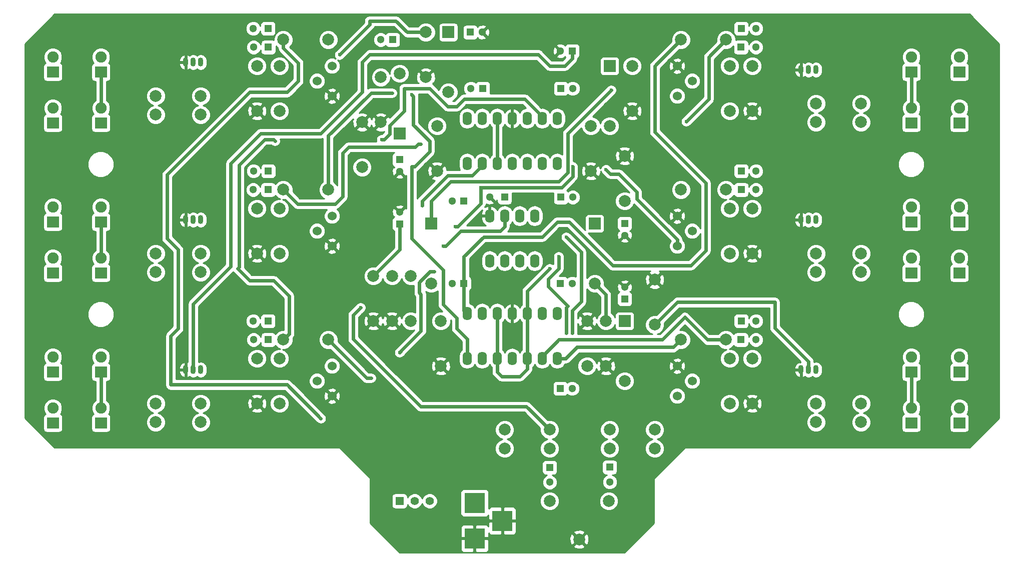
<source format=gbr>
G04 #@! TF.FileFunction,Copper,L2,Bot,Signal*
%FSLAX46Y46*%
G04 Gerber Fmt 4.6, Leading zero omitted, Abs format (unit mm)*
G04 Created by KiCad (PCBNEW 4.0.3-stable) date 10/01/16 01:25:36*
%MOMM*%
%LPD*%
G01*
G04 APERTURE LIST*
%ADD10C,0.100000*%
%ADD11C,1.998980*%
%ADD12O,1.600000X2.300000*%
%ADD13R,1.300000X1.300000*%
%ADD14C,1.300000*%
%ADD15R,3.500120X3.500120*%
%ADD16R,1.998980X1.998980*%
%ADD17R,2.000000X1.900000*%
%ADD18C,1.900000*%
%ADD19C,2.000000*%
%ADD20O,0.899160X1.501140*%
%ADD21C,1.524000*%
%ADD22R,1.397000X1.397000*%
%ADD23C,1.397000*%
%ADD24C,0.600000*%
%ADD25C,0.625000*%
%ADD26C,0.254000*%
G04 APERTURE END LIST*
D10*
D11*
X180137735Y-116711177D03*
X180137735Y-109091177D03*
D12*
X135687735Y-109091177D03*
X138227735Y-109091177D03*
X140767735Y-109091177D03*
X143307735Y-109091177D03*
X145847735Y-109091177D03*
X148387735Y-109091177D03*
X150927735Y-109091177D03*
X150927735Y-101471177D03*
X148387735Y-101471177D03*
X145847735Y-101471177D03*
X143307735Y-101471177D03*
X140767735Y-101471177D03*
X138227735Y-101471177D03*
X135687735Y-101471177D03*
D13*
X101992735Y-102741177D03*
D14*
X99492735Y-102741177D03*
D13*
X102032735Y-105916177D03*
D14*
X99532735Y-105916177D03*
D13*
X102032735Y-77341177D03*
D14*
X99532735Y-77341177D03*
D13*
X101992735Y-80516177D03*
D14*
X99492735Y-80516177D03*
D13*
X101992735Y-53211177D03*
D14*
X99492735Y-53211177D03*
D13*
X102032735Y-56386177D03*
D14*
X99532735Y-56386177D03*
D13*
X151562735Y-63371177D03*
D14*
X153562735Y-63371177D03*
D13*
X138322735Y-63371177D03*
D14*
X136322735Y-63371177D03*
D13*
X123082735Y-55116177D03*
D14*
X121082735Y-55116177D03*
D13*
X149657735Y-127546177D03*
D14*
X149657735Y-130046177D03*
D13*
X153467735Y-57021177D03*
D14*
X151467735Y-57021177D03*
D13*
X136227735Y-53846177D03*
D14*
X138227735Y-53846177D03*
D13*
X124257735Y-75436177D03*
D14*
X124257735Y-77436177D03*
D13*
X135147735Y-82421177D03*
D14*
X133147735Y-82421177D03*
D13*
X159817735Y-127506177D03*
D14*
X159817735Y-130006177D03*
D13*
X182082735Y-102741177D03*
D14*
X184582735Y-102741177D03*
D13*
X182042735Y-105916177D03*
D14*
X184542735Y-105916177D03*
D13*
X182082735Y-77341177D03*
D14*
X184582735Y-77341177D03*
D13*
X182082735Y-80516177D03*
D14*
X184582735Y-80516177D03*
D13*
X182082735Y-53211177D03*
D14*
X184582735Y-53211177D03*
D13*
X182042735Y-56386177D03*
D14*
X184542735Y-56386177D03*
D13*
X151467735Y-114171177D03*
D14*
X153467735Y-114171177D03*
D13*
X151467735Y-96391177D03*
D14*
X153467735Y-96391177D03*
D13*
X135147735Y-96391177D03*
D14*
X133147735Y-96391177D03*
D13*
X151562735Y-81786177D03*
D14*
X153562735Y-81786177D03*
D13*
X162357735Y-99026177D03*
D14*
X162357735Y-97026177D03*
D13*
X162357735Y-86231177D03*
D14*
X162357735Y-88231177D03*
D13*
X124257735Y-86326177D03*
D14*
X124257735Y-84326177D03*
D13*
X142037735Y-81786177D03*
D14*
X139537735Y-81786177D03*
D15*
X136957735Y-133571697D03*
X136957735Y-139571177D03*
X141656735Y-136571437D03*
D11*
X159817735Y-69721177D03*
D16*
X159817735Y-59561177D03*
D11*
X132512735Y-64006177D03*
D16*
X132512735Y-53846177D03*
D11*
X124255195Y-60831177D03*
D16*
X124255195Y-70991177D03*
D17*
X73711735Y-120013177D03*
D18*
X73711735Y-117473177D03*
D17*
X65583735Y-120013177D03*
D18*
X65583735Y-117473177D03*
D17*
X73711735Y-94613177D03*
D18*
X73711735Y-92073177D03*
D17*
X65583735Y-94613177D03*
D18*
X65583735Y-92073177D03*
D17*
X73711735Y-69213177D03*
D18*
X73711735Y-66673177D03*
D17*
X65583735Y-69213177D03*
D18*
X65583735Y-66673177D03*
D17*
X73711735Y-111377177D03*
D18*
X73711735Y-108837177D03*
D17*
X65583735Y-111377177D03*
D18*
X65583735Y-108837177D03*
D17*
X73711735Y-85977177D03*
D18*
X73711735Y-83437177D03*
D17*
X65583735Y-85977177D03*
D18*
X65583735Y-83437177D03*
D17*
X73711735Y-60577177D03*
D18*
X73711735Y-58037177D03*
D17*
X65583735Y-60577177D03*
D18*
X65583735Y-58037177D03*
D11*
X162357735Y-112901177D03*
D16*
X162357735Y-102741177D03*
D11*
X157280275Y-96391177D03*
D16*
X157280275Y-86231177D03*
D11*
X129594275Y-96391177D03*
D16*
X129594275Y-86231177D03*
D17*
X210871735Y-120013177D03*
D18*
X210871735Y-117473177D03*
D17*
X218999735Y-120013177D03*
D18*
X218999735Y-117473177D03*
D17*
X218999735Y-94613177D03*
D18*
X218999735Y-92073177D03*
D17*
X210871735Y-94613177D03*
D18*
X210871735Y-92073177D03*
D17*
X210871735Y-69213177D03*
D18*
X210871735Y-66673177D03*
D17*
X218999735Y-69213177D03*
D18*
X218999735Y-66673177D03*
D17*
X210871735Y-111377177D03*
D18*
X210871735Y-108837177D03*
D17*
X218999735Y-111377177D03*
D18*
X218999735Y-108837177D03*
D17*
X218999735Y-85977177D03*
D18*
X218999735Y-83437177D03*
D17*
X210871735Y-85977177D03*
D18*
X210871735Y-83437177D03*
D17*
X210871735Y-60577177D03*
D18*
X210871735Y-58037177D03*
D17*
X218999735Y-60577177D03*
D18*
X218999735Y-58037177D03*
D19*
X149657735Y-133221177D03*
X159657735Y-133221177D03*
X154657735Y-139721177D03*
D20*
X89332735Y-110996177D03*
X88062735Y-110996177D03*
X90602735Y-110996177D03*
X89332735Y-85596177D03*
X88062735Y-85596177D03*
X90602735Y-85596177D03*
X89332735Y-58926177D03*
X88062735Y-58926177D03*
X90602735Y-58926177D03*
X193472735Y-110996177D03*
X192202735Y-110996177D03*
X194742735Y-110996177D03*
X193472735Y-85596177D03*
X192202735Y-85596177D03*
X194742735Y-85596177D03*
X193472735Y-60196177D03*
X192202735Y-60196177D03*
X194742735Y-60196177D03*
D11*
X103937735Y-116711177D03*
X103937735Y-109091177D03*
X103937735Y-91311177D03*
X103937735Y-83691177D03*
X103937735Y-67181177D03*
X103937735Y-59561177D03*
X100127735Y-116711177D03*
X100127735Y-109091177D03*
X100127735Y-91311177D03*
X100127735Y-83691177D03*
X100127735Y-67181177D03*
X100127735Y-59561177D03*
X104572735Y-105916177D03*
X112192735Y-105916177D03*
X104572735Y-80516177D03*
X112192735Y-80516177D03*
X104572735Y-55116177D03*
X112192735Y-55116177D03*
X156642735Y-77341177D03*
X156642735Y-69721177D03*
X130607735Y-77341177D03*
X130607735Y-69721177D03*
X121082735Y-69086177D03*
X121082735Y-61466177D03*
X149657735Y-124331177D03*
X142037735Y-124331177D03*
X163627735Y-67181177D03*
X163627735Y-59561177D03*
X128702735Y-61466177D03*
X128702735Y-53846177D03*
X117907735Y-69086177D03*
X117907735Y-76706177D03*
X142037735Y-121156177D03*
X149657735Y-121156177D03*
X82982735Y-119886177D03*
X90602735Y-119886177D03*
X82982735Y-116711177D03*
X90602735Y-116711177D03*
X82982735Y-94486177D03*
X90602735Y-94486177D03*
X82982735Y-91311177D03*
X90602735Y-91311177D03*
X82982735Y-67816177D03*
X90602735Y-67816177D03*
X82982735Y-64641177D03*
X90602735Y-64641177D03*
X180137735Y-91311177D03*
X180137735Y-83691177D03*
X180137735Y-67181177D03*
X180137735Y-59561177D03*
X183947735Y-116711177D03*
X183947735Y-109091177D03*
X183947735Y-91311177D03*
X183947735Y-83691177D03*
X183947735Y-67181177D03*
X183947735Y-59561177D03*
X159817735Y-124331177D03*
X167437735Y-124331177D03*
X179502735Y-105916177D03*
X171882735Y-105916177D03*
X179502735Y-80516177D03*
X171882735Y-80516177D03*
X179502735Y-55116177D03*
X171882735Y-55116177D03*
X167437735Y-121156177D03*
X159817735Y-121156177D03*
X156007735Y-102741177D03*
X156007735Y-110361177D03*
X159182735Y-110361177D03*
X159182735Y-102741177D03*
X131242735Y-110361177D03*
X131242735Y-102741177D03*
X167437735Y-95756177D03*
X167437735Y-103376177D03*
X162357735Y-74801177D03*
X162357735Y-82421177D03*
X119812735Y-102741177D03*
X119812735Y-95121177D03*
X126162735Y-102741177D03*
X126162735Y-95121177D03*
X122987735Y-95121177D03*
X122987735Y-102741177D03*
X202362735Y-119886177D03*
X194742735Y-119886177D03*
X202362735Y-116711177D03*
X194742735Y-116711177D03*
X202362735Y-94486177D03*
X194742735Y-94486177D03*
X194742735Y-91311177D03*
X202362735Y-91311177D03*
X202362735Y-69086177D03*
X194742735Y-69086177D03*
X202362735Y-65911177D03*
X194742735Y-65911177D03*
D21*
X110287735Y-112901177D03*
X112827735Y-115441177D03*
X112827735Y-110361177D03*
X110287735Y-87501177D03*
X112827735Y-90041177D03*
X112827735Y-84961177D03*
X110287735Y-62101177D03*
X112827735Y-64641177D03*
X112827735Y-59561177D03*
X173787735Y-112901177D03*
X171247735Y-110361177D03*
X171247735Y-115441177D03*
X173787735Y-87501177D03*
X171247735Y-84961177D03*
X171247735Y-90041177D03*
X173787735Y-62101177D03*
X171247735Y-59561177D03*
X171247735Y-64641177D03*
D22*
X124257735Y-133221177D03*
D23*
X126797735Y-133221177D03*
X129337735Y-133221177D03*
D12*
X135687735Y-76071177D03*
X138227735Y-76071177D03*
X140767735Y-76071177D03*
X143307735Y-76071177D03*
X145847735Y-76071177D03*
X148387735Y-76071177D03*
X150927735Y-76071177D03*
X150927735Y-68451177D03*
X148387735Y-68451177D03*
X145847735Y-68451177D03*
X143307735Y-68451177D03*
X140767735Y-68451177D03*
X138227735Y-68451177D03*
X135687735Y-68451177D03*
X147117735Y-84961177D03*
X144577735Y-84961177D03*
X142037735Y-84961177D03*
X139497735Y-84961177D03*
X139497735Y-92581177D03*
X142037735Y-92581177D03*
X144577735Y-92581177D03*
X147117735Y-92581177D03*
D24*
X133655735Y-86739177D03*
X137973735Y-80135177D03*
X153530745Y-76579177D03*
X130099735Y-94359177D03*
X124257735Y-108075177D03*
X119431735Y-112393177D03*
X121209735Y-72007177D03*
X103175735Y-72261177D03*
X122987735Y-64133177D03*
X127813735Y-72769177D03*
X126289735Y-64387177D03*
X110922735Y-119251177D03*
X114097735Y-57656177D03*
X117653735Y-100455177D03*
X172771735Y-68959177D03*
X152451735Y-104773177D03*
X151181735Y-91819177D03*
X159182735Y-77085415D03*
X160071735Y-63625177D03*
X131623735Y-90041177D03*
X128067735Y-83183177D03*
X153467735Y-104773177D03*
X152451735Y-88517177D03*
X149657735Y-93851177D03*
D25*
X133655735Y-86739177D02*
X134079999Y-86739177D01*
X134079999Y-86739177D02*
X137973735Y-82845441D01*
X137973735Y-82845441D02*
X137973735Y-80559441D01*
X137973735Y-80559441D02*
X137973735Y-80135177D01*
X153530745Y-76579177D02*
X153530745Y-78294167D01*
X144577735Y-80135177D02*
X137973735Y-80135177D01*
X153530745Y-78294167D02*
X151689735Y-80135177D01*
X151689735Y-80135177D02*
X144577735Y-80135177D01*
X127559735Y-96391177D02*
X127559735Y-96187969D01*
X127559735Y-96187969D02*
X129388527Y-94359177D01*
X129388527Y-94359177D02*
X130099735Y-94359177D01*
X127559735Y-97915177D02*
X127559735Y-96391177D01*
X127874726Y-98230168D02*
X127559735Y-97915177D01*
X127874726Y-102172186D02*
X127874726Y-98230168D01*
X124557734Y-107775178D02*
X127874726Y-104458186D01*
X127874726Y-104458186D02*
X127874726Y-102172186D01*
X124257735Y-108075177D02*
X124557734Y-107775178D01*
X112192735Y-105916177D02*
X118669735Y-112393177D01*
X118669735Y-112393177D02*
X119431735Y-112393177D01*
X121209735Y-72007177D02*
X121633999Y-72007177D01*
X121633999Y-72007177D02*
X122594726Y-71046450D01*
X122594726Y-71046450D02*
X122594726Y-69606186D01*
X122594726Y-69606186D02*
X125019735Y-67181177D01*
X125019735Y-67181177D02*
X125019735Y-63371177D01*
X125019735Y-63371177D02*
X129337735Y-63371177D01*
X129337735Y-63371177D02*
X132385735Y-66419177D01*
X132385735Y-66419177D02*
X133909735Y-66419177D01*
X133909735Y-66419177D02*
X135179735Y-65149177D01*
X135179735Y-65149177D02*
X145435735Y-65149177D01*
X145435735Y-65149177D02*
X148387735Y-68101177D01*
X148387735Y-68101177D02*
X148387735Y-68451177D01*
X102921735Y-72007177D02*
X103175735Y-72261177D01*
X101397735Y-72007177D02*
X102921735Y-72007177D01*
X97079735Y-76325177D02*
X101397735Y-72007177D01*
X96825735Y-93851177D02*
X97079735Y-93597177D01*
X97079735Y-93597177D02*
X97079735Y-76325177D01*
X98330234Y-95355676D02*
X96825735Y-93851177D01*
X98857735Y-95883177D02*
X98330234Y-95355676D01*
X102921735Y-95883177D02*
X98857735Y-95883177D01*
X105572224Y-98533666D02*
X102921735Y-95883177D01*
X104572735Y-105916177D02*
X105572224Y-104916688D01*
X105572224Y-104916688D02*
X105572224Y-98533666D01*
X118669735Y-64895177D02*
X119431735Y-64133177D01*
X119431735Y-64133177D02*
X122987735Y-64133177D01*
X112192735Y-71372177D02*
X118669735Y-64895177D01*
X112192735Y-80516177D02*
X112192735Y-71372177D01*
X127813735Y-72769177D02*
X127389471Y-72769177D01*
X127389471Y-72769177D02*
X126881471Y-73277177D01*
X126881471Y-73277177D02*
X115621735Y-73277177D01*
X115621735Y-73277177D02*
X114605735Y-74293177D01*
X114605735Y-74293177D02*
X114605735Y-81659177D01*
X113335735Y-82929177D02*
X106985735Y-82929177D01*
X114605735Y-81659177D02*
X113335735Y-82929177D01*
X106985735Y-82929177D02*
X104572735Y-80516177D01*
X129337735Y-72261177D02*
X129337735Y-74039177D01*
X129337735Y-74039177D02*
X126797735Y-76579177D01*
X126797735Y-76579177D02*
X126289735Y-76579177D01*
X126589734Y-69513176D02*
X129337735Y-72261177D01*
X126589734Y-64687176D02*
X126589734Y-69513176D01*
X126289735Y-64387177D02*
X126589734Y-64687176D01*
X131623735Y-99947177D02*
X133909735Y-102233177D01*
X126289735Y-88771177D02*
X131623735Y-94105177D01*
X135687735Y-105789177D02*
X135687735Y-109091177D01*
X126289735Y-76579177D02*
X126289735Y-88771177D01*
X131623735Y-94105177D02*
X131623735Y-99947177D01*
X133909735Y-102233177D02*
X133909735Y-104011177D01*
X133909735Y-104011177D02*
X135687735Y-105789177D01*
X104572735Y-55116177D02*
X104572735Y-56529669D01*
X84887735Y-77976177D02*
X84887735Y-88771177D01*
X104572735Y-56529669D02*
X107112735Y-59069669D01*
X86792735Y-104011177D02*
X85522735Y-105281177D01*
X107112735Y-59069669D02*
X107112735Y-62101177D01*
X107112735Y-62101177D02*
X105207735Y-64006177D01*
X105207735Y-64006177D02*
X98857735Y-64006177D01*
X98857735Y-64006177D02*
X84887735Y-77976177D01*
X84887735Y-88771177D02*
X86792735Y-90676177D01*
X105207735Y-113536177D02*
X110922735Y-119251177D01*
X86792735Y-90676177D02*
X86792735Y-104011177D01*
X85522735Y-105281177D02*
X85522735Y-113536177D01*
X85522735Y-113536177D02*
X105207735Y-113536177D01*
X138227735Y-109441177D02*
X138227735Y-109091177D01*
X89332735Y-110996177D02*
X89332735Y-99868429D01*
X89332735Y-99868429D02*
X95682735Y-93518429D01*
X119177735Y-57656177D02*
X147752735Y-57656177D01*
X95682735Y-93518429D02*
X95682735Y-76071177D01*
X110922735Y-70991177D02*
X117907735Y-64006177D01*
X95682735Y-76071177D02*
X100762735Y-70991177D01*
X100762735Y-70991177D02*
X110922735Y-70991177D01*
X153467735Y-58296177D02*
X153467735Y-57021177D01*
X117907735Y-64006177D02*
X117907735Y-58926177D01*
X147752735Y-57656177D02*
X149657735Y-59561177D01*
X117907735Y-58926177D02*
X119177735Y-57656177D01*
X149657735Y-59561177D02*
X152202735Y-59561177D01*
X152202735Y-59561177D02*
X153467735Y-58296177D01*
X119177735Y-51941177D02*
X119177735Y-52576177D01*
X119177735Y-52576177D02*
X114097735Y-57656177D01*
X123622735Y-51941177D02*
X119177735Y-51941177D01*
X125527735Y-53846177D02*
X123622735Y-51941177D01*
X128702735Y-53846177D02*
X125527735Y-53846177D01*
X127813735Y-117219177D02*
X145720735Y-117219177D01*
X145720735Y-117219177D02*
X149657735Y-121156177D01*
X116383735Y-105789177D02*
X127813735Y-117219177D01*
X116383735Y-101725177D02*
X116383735Y-105789177D01*
X117653735Y-100455177D02*
X116383735Y-101725177D01*
X150927735Y-109091177D02*
X152352735Y-109091177D01*
X152352735Y-109091177D02*
X154257735Y-107186177D01*
X154257735Y-107186177D02*
X170612735Y-107186177D01*
X170612735Y-107186177D02*
X171882735Y-105916177D01*
X168707735Y-105916177D02*
X151212735Y-105916177D01*
X148387735Y-108741177D02*
X148387735Y-109091177D01*
X151212735Y-105916177D02*
X148387735Y-108741177D01*
X172517735Y-102106177D02*
X168707735Y-105916177D01*
X176327735Y-105916177D02*
X172517735Y-102106177D01*
X179502735Y-105916177D02*
X176327735Y-105916177D01*
X135147735Y-96391177D02*
X135147735Y-100931177D01*
X135147735Y-100931177D02*
X135687735Y-101471177D01*
X171882735Y-55116177D02*
X167437735Y-59561177D01*
X135147735Y-91851177D02*
X135147735Y-96391177D01*
X167437735Y-59561177D02*
X167437735Y-70737177D01*
X167437735Y-70737177D02*
X176073735Y-79373177D01*
X176073735Y-90803177D02*
X173533735Y-93343177D01*
X176073735Y-79373177D02*
X176073735Y-90803177D01*
X173533735Y-93343177D02*
X160325735Y-93343177D01*
X160325735Y-93343177D02*
X152959735Y-85977177D01*
X152959735Y-85977177D02*
X150927735Y-85977177D01*
X150927735Y-85977177D02*
X148387735Y-88517177D01*
X148387735Y-88517177D02*
X138481735Y-88517177D01*
X138481735Y-88517177D02*
X135147735Y-91851177D01*
X172771735Y-68959177D02*
X176581735Y-65149177D01*
X176581735Y-65149177D02*
X176581735Y-58037177D01*
X176581735Y-58037177D02*
X179502735Y-55116177D01*
X157280275Y-96391177D02*
X159182735Y-98293637D01*
X159182735Y-98293637D02*
X159182735Y-102741177D01*
X152705735Y-100201177D02*
X152451735Y-100455177D01*
X152451735Y-100455177D02*
X152451735Y-104773177D01*
X149403735Y-96899177D02*
X152705735Y-100201177D01*
X149403735Y-95629177D02*
X149403735Y-96899177D01*
X151181735Y-93851177D02*
X149403735Y-95629177D01*
X151181735Y-91819177D02*
X151181735Y-93851177D01*
X161341735Y-77849177D02*
X159946497Y-77849177D01*
X159946497Y-77849177D02*
X159182735Y-77085415D01*
X164389735Y-80897177D02*
X161341735Y-77849177D01*
X164389735Y-82105547D02*
X164389735Y-80897177D01*
X171247735Y-90041177D02*
X171247735Y-88963547D01*
X171247735Y-88963547D02*
X164389735Y-82105547D01*
X187757735Y-99566177D02*
X171247735Y-99566177D01*
X171247735Y-99566177D02*
X167437735Y-103376177D01*
X187757735Y-103905607D02*
X187757735Y-99566177D01*
X193472735Y-110996177D02*
X193472735Y-109620607D01*
X193472735Y-109620607D02*
X187757735Y-103905607D01*
X119812735Y-95121177D02*
X124257735Y-90676177D01*
X124257735Y-90676177D02*
X124257735Y-86326177D01*
X160071735Y-63625177D02*
X152705735Y-70991177D01*
X152705735Y-70991177D02*
X152705735Y-77595177D01*
X152705735Y-77595177D02*
X151181735Y-79119177D01*
X151181735Y-79119177D02*
X132893735Y-79119177D01*
X132893735Y-79119177D02*
X129594275Y-82418637D01*
X129594275Y-82418637D02*
X129594275Y-86231177D01*
X131623735Y-90041177D02*
X132047999Y-90041177D01*
X132047999Y-90041177D02*
X134587999Y-87501177D01*
X134587999Y-87501177D02*
X141275735Y-87501177D01*
X142037735Y-86739177D02*
X142037735Y-84961177D01*
X141275735Y-87501177D02*
X142037735Y-86739177D01*
X73711735Y-111377177D02*
X73711735Y-117473177D01*
X73711735Y-85977177D02*
X73711735Y-92073177D01*
X73711735Y-60577177D02*
X73711735Y-66673177D01*
X210871735Y-111377177D02*
X210871735Y-117473177D01*
X210871735Y-60577177D02*
X210871735Y-66673177D01*
X128575735Y-81913177D02*
X128067735Y-82421177D01*
X128067735Y-82421177D02*
X128067735Y-83183177D01*
X131369735Y-79119177D02*
X128575735Y-81913177D01*
X132385735Y-78103177D02*
X131369735Y-79119177D01*
X135433735Y-78103177D02*
X132385735Y-78103177D01*
X136545735Y-78103177D02*
X135433735Y-78103177D01*
X138227735Y-76071177D02*
X138227735Y-76421177D01*
X138227735Y-76421177D02*
X136545735Y-78103177D01*
X153467735Y-104011177D02*
X153467735Y-104773177D01*
X153467735Y-100963177D02*
X153467735Y-104011177D01*
X154991735Y-99439177D02*
X153467735Y-100963177D01*
X154991735Y-91057177D02*
X154991735Y-99439177D01*
X152451735Y-88517177D02*
X154991735Y-91057177D01*
X145847735Y-109091177D02*
X145847735Y-110866177D01*
X144574735Y-112139177D02*
X141529735Y-112139177D01*
X145847735Y-110866177D02*
X144574735Y-112139177D01*
X141529735Y-112139177D02*
X140767735Y-111377177D01*
X140767735Y-111377177D02*
X140767735Y-109091177D01*
X145847735Y-101471177D02*
X145847735Y-97661177D01*
X145847735Y-97661177D02*
X149657735Y-93851177D01*
X140767735Y-109091177D02*
X140767735Y-107316177D01*
X140767735Y-107316177D02*
X140767735Y-101471177D01*
X145847735Y-101471177D02*
X145847735Y-109091177D01*
X140767735Y-76071177D02*
X140767735Y-68451177D01*
D26*
G36*
X225730735Y-55803783D02*
X225730735Y-119198571D01*
X220725129Y-124204177D01*
X172517735Y-124204177D01*
X172468325Y-124214183D01*
X172427932Y-124241374D01*
X167347932Y-129321374D01*
X167320069Y-129363388D01*
X167310735Y-129411177D01*
X167310735Y-136978571D01*
X162305129Y-141984177D01*
X124310341Y-141984177D01*
X122183091Y-139856927D01*
X134572675Y-139856927D01*
X134572675Y-141447546D01*
X134669348Y-141680935D01*
X134847976Y-141859564D01*
X135081365Y-141956237D01*
X136671985Y-141956237D01*
X136830735Y-141797487D01*
X136830735Y-139698177D01*
X137084735Y-139698177D01*
X137084735Y-141797487D01*
X137243485Y-141956237D01*
X138834105Y-141956237D01*
X139067494Y-141859564D01*
X139246122Y-141680935D01*
X139342795Y-141447546D01*
X139342795Y-140873709D01*
X153684808Y-140873709D01*
X153783471Y-141140564D01*
X154393196Y-141367085D01*
X155043195Y-141343033D01*
X155531999Y-141140564D01*
X155630662Y-140873709D01*
X154657735Y-139900782D01*
X153684808Y-140873709D01*
X139342795Y-140873709D01*
X139342795Y-139856927D01*
X139184045Y-139698177D01*
X137084735Y-139698177D01*
X136830735Y-139698177D01*
X134731425Y-139698177D01*
X134572675Y-139856927D01*
X122183091Y-139856927D01*
X121782802Y-139456638D01*
X153011827Y-139456638D01*
X153035879Y-140106637D01*
X153238348Y-140595441D01*
X153505203Y-140694104D01*
X154478130Y-139721177D01*
X154837340Y-139721177D01*
X155810267Y-140694104D01*
X156077122Y-140595441D01*
X156303643Y-139985716D01*
X156279591Y-139335717D01*
X156077122Y-138846913D01*
X155810267Y-138748250D01*
X154837340Y-139721177D01*
X154478130Y-139721177D01*
X153505203Y-138748250D01*
X153238348Y-138846913D01*
X153011827Y-139456638D01*
X121782802Y-139456638D01*
X120020972Y-137694808D01*
X134572675Y-137694808D01*
X134572675Y-139285427D01*
X134731425Y-139444177D01*
X136830735Y-139444177D01*
X136830735Y-137344867D01*
X137084735Y-137344867D01*
X137084735Y-139444177D01*
X139184045Y-139444177D01*
X139342795Y-139285427D01*
X139342795Y-138619505D01*
X139368348Y-138681195D01*
X139546976Y-138859824D01*
X139780365Y-138956497D01*
X141370985Y-138956497D01*
X141529735Y-138797747D01*
X141529735Y-136698437D01*
X141783735Y-136698437D01*
X141783735Y-138797747D01*
X141942485Y-138956497D01*
X143533105Y-138956497D01*
X143766494Y-138859824D01*
X143945122Y-138681195D01*
X143991741Y-138568645D01*
X153684808Y-138568645D01*
X154657735Y-139541572D01*
X155630662Y-138568645D01*
X155531999Y-138301790D01*
X154922274Y-138075269D01*
X154272275Y-138099321D01*
X153783471Y-138301790D01*
X153684808Y-138568645D01*
X143991741Y-138568645D01*
X144041795Y-138447806D01*
X144041795Y-136857187D01*
X143883045Y-136698437D01*
X141783735Y-136698437D01*
X141529735Y-136698437D01*
X139430425Y-136698437D01*
X139271675Y-136857187D01*
X139271675Y-137523109D01*
X139246122Y-137461419D01*
X139067494Y-137282790D01*
X138834105Y-137186117D01*
X137243485Y-137186117D01*
X137084735Y-137344867D01*
X136830735Y-137344867D01*
X136671985Y-137186117D01*
X135081365Y-137186117D01*
X134847976Y-137282790D01*
X134669348Y-137461419D01*
X134572675Y-137694808D01*
X120020972Y-137694808D01*
X119304735Y-136978571D01*
X119304735Y-132522677D01*
X122911795Y-132522677D01*
X122911795Y-133919677D01*
X122956073Y-134154994D01*
X123095145Y-134371118D01*
X123307345Y-134516108D01*
X123559235Y-134567117D01*
X124956235Y-134567117D01*
X125191552Y-134522839D01*
X125407676Y-134383767D01*
X125552666Y-134171567D01*
X125603675Y-133919677D01*
X125603675Y-133823293D01*
X125666589Y-133975557D01*
X126041382Y-134351004D01*
X126531322Y-134554445D01*
X127061821Y-134554908D01*
X127552115Y-134352323D01*
X127927562Y-133977530D01*
X128067829Y-133639731D01*
X128206589Y-133975557D01*
X128581382Y-134351004D01*
X129071322Y-134554445D01*
X129601821Y-134554908D01*
X130092115Y-134352323D01*
X130467562Y-133977530D01*
X130671003Y-133487590D01*
X130671466Y-132957091D01*
X130468881Y-132466797D01*
X130094088Y-132091350D01*
X129604148Y-131887909D01*
X129073649Y-131887446D01*
X128583355Y-132090031D01*
X128207908Y-132464824D01*
X128067641Y-132802623D01*
X127928881Y-132466797D01*
X127554088Y-132091350D01*
X127064148Y-131887909D01*
X126533649Y-131887446D01*
X126043355Y-132090031D01*
X125667908Y-132464824D01*
X125603675Y-132619514D01*
X125603675Y-132522677D01*
X125559397Y-132287360D01*
X125420325Y-132071236D01*
X125208125Y-131926246D01*
X124956235Y-131875237D01*
X123559235Y-131875237D01*
X123323918Y-131919515D01*
X123107794Y-132058587D01*
X122962804Y-132270787D01*
X122911795Y-132522677D01*
X119304735Y-132522677D01*
X119304735Y-131821637D01*
X134560235Y-131821637D01*
X134560235Y-135321757D01*
X134604513Y-135557074D01*
X134743585Y-135773198D01*
X134955785Y-135918188D01*
X135207675Y-135969197D01*
X138707795Y-135969197D01*
X138943112Y-135924919D01*
X139159236Y-135785847D01*
X139271675Y-135621287D01*
X139271675Y-136285687D01*
X139430425Y-136444437D01*
X141529735Y-136444437D01*
X141529735Y-134345127D01*
X141783735Y-134345127D01*
X141783735Y-136444437D01*
X143883045Y-136444437D01*
X144041795Y-136285687D01*
X144041795Y-134695068D01*
X143945122Y-134461679D01*
X143766494Y-134283050D01*
X143533105Y-134186377D01*
X141942485Y-134186377D01*
X141783735Y-134345127D01*
X141529735Y-134345127D01*
X141370985Y-134186377D01*
X139780365Y-134186377D01*
X139546976Y-134283050D01*
X139368348Y-134461679D01*
X139355235Y-134493337D01*
X139355235Y-133544972D01*
X148022451Y-133544972D01*
X148270841Y-134146120D01*
X148730372Y-134606455D01*
X149331087Y-134855893D01*
X149981530Y-134856461D01*
X150582678Y-134608071D01*
X151043013Y-134148540D01*
X151292451Y-133547825D01*
X151292453Y-133544972D01*
X158022451Y-133544972D01*
X158270841Y-134146120D01*
X158730372Y-134606455D01*
X159331087Y-134855893D01*
X159981530Y-134856461D01*
X160582678Y-134608071D01*
X161043013Y-134148540D01*
X161292451Y-133547825D01*
X161293019Y-132897382D01*
X161044629Y-132296234D01*
X160585098Y-131835899D01*
X159984383Y-131586461D01*
X159333940Y-131585893D01*
X158732792Y-131834283D01*
X158272457Y-132293814D01*
X158023019Y-132894529D01*
X158022451Y-133544972D01*
X151292453Y-133544972D01*
X151293019Y-132897382D01*
X151044629Y-132296234D01*
X150585098Y-131835899D01*
X149984383Y-131586461D01*
X149333940Y-131585893D01*
X148732792Y-131834283D01*
X148272457Y-132293814D01*
X148023019Y-132894529D01*
X148022451Y-133544972D01*
X139355235Y-133544972D01*
X139355235Y-131821637D01*
X139310957Y-131586320D01*
X139171885Y-131370196D01*
X138959685Y-131225206D01*
X138707795Y-131174197D01*
X135207675Y-131174197D01*
X134972358Y-131218475D01*
X134756234Y-131357547D01*
X134611244Y-131569747D01*
X134560235Y-131821637D01*
X119304735Y-131821637D01*
X119304735Y-129411177D01*
X119294729Y-129361767D01*
X119267538Y-129321374D01*
X116842341Y-126896177D01*
X148360295Y-126896177D01*
X148360295Y-128196177D01*
X148404573Y-128431494D01*
X148543645Y-128647618D01*
X148755845Y-128792608D01*
X149007735Y-128843617D01*
X149203195Y-128843617D01*
X148930792Y-128956172D01*
X148569000Y-129317332D01*
X148372958Y-129789453D01*
X148372512Y-130300658D01*
X148567730Y-130773120D01*
X148928890Y-131134912D01*
X149401011Y-131330954D01*
X149912216Y-131331400D01*
X150384678Y-131136182D01*
X150746470Y-130775022D01*
X150942512Y-130302901D01*
X150942958Y-129791696D01*
X150747740Y-129319234D01*
X150386580Y-128957442D01*
X150112459Y-128843617D01*
X150307735Y-128843617D01*
X150543052Y-128799339D01*
X150759176Y-128660267D01*
X150904166Y-128448067D01*
X150955175Y-128196177D01*
X150955175Y-126896177D01*
X150947649Y-126856177D01*
X158520295Y-126856177D01*
X158520295Y-128156177D01*
X158564573Y-128391494D01*
X158703645Y-128607618D01*
X158915845Y-128752608D01*
X159167735Y-128803617D01*
X159363195Y-128803617D01*
X159090792Y-128916172D01*
X158729000Y-129277332D01*
X158532958Y-129749453D01*
X158532512Y-130260658D01*
X158727730Y-130733120D01*
X159088890Y-131094912D01*
X159561011Y-131290954D01*
X160072216Y-131291400D01*
X160544678Y-131096182D01*
X160906470Y-130735022D01*
X161102512Y-130262901D01*
X161102958Y-129751696D01*
X160907740Y-129279234D01*
X160546580Y-128917442D01*
X160272459Y-128803617D01*
X160467735Y-128803617D01*
X160703052Y-128759339D01*
X160919176Y-128620267D01*
X161064166Y-128408067D01*
X161115175Y-128156177D01*
X161115175Y-126856177D01*
X161070897Y-126620860D01*
X160931825Y-126404736D01*
X160719625Y-126259746D01*
X160467735Y-126208737D01*
X159167735Y-126208737D01*
X158932418Y-126253015D01*
X158716294Y-126392087D01*
X158571304Y-126604287D01*
X158520295Y-126856177D01*
X150947649Y-126856177D01*
X150910897Y-126660860D01*
X150771825Y-126444736D01*
X150559625Y-126299746D01*
X150307735Y-126248737D01*
X149007735Y-126248737D01*
X148772418Y-126293015D01*
X148556294Y-126432087D01*
X148411304Y-126644287D01*
X148360295Y-126896177D01*
X116842341Y-126896177D01*
X114187538Y-124241374D01*
X114145524Y-124213511D01*
X114097735Y-124204177D01*
X65890341Y-124204177D01*
X60884735Y-119198571D01*
X60884735Y-119063177D01*
X63936295Y-119063177D01*
X63936295Y-120963177D01*
X63980573Y-121198494D01*
X64119645Y-121414618D01*
X64331845Y-121559608D01*
X64583735Y-121610617D01*
X66583735Y-121610617D01*
X66819052Y-121566339D01*
X67035176Y-121427267D01*
X67180166Y-121215067D01*
X67231175Y-120963177D01*
X67231175Y-119063177D01*
X67186897Y-118827860D01*
X67047825Y-118611736D01*
X66835625Y-118466746D01*
X66832543Y-118466122D01*
X66926649Y-118372180D01*
X67168459Y-117789836D01*
X67169010Y-117159284D01*
X66928216Y-116576520D01*
X66482738Y-116130263D01*
X65900394Y-115888453D01*
X65269842Y-115887902D01*
X64687078Y-116128696D01*
X64240821Y-116574174D01*
X63999011Y-117156518D01*
X63998460Y-117787070D01*
X64239254Y-118369834D01*
X64336764Y-118467514D01*
X64132294Y-118599087D01*
X63987304Y-118811287D01*
X63936295Y-119063177D01*
X60884735Y-119063177D01*
X60884735Y-110427177D01*
X63936295Y-110427177D01*
X63936295Y-112327177D01*
X63980573Y-112562494D01*
X64119645Y-112778618D01*
X64331845Y-112923608D01*
X64583735Y-112974617D01*
X66583735Y-112974617D01*
X66819052Y-112930339D01*
X67035176Y-112791267D01*
X67180166Y-112579067D01*
X67231175Y-112327177D01*
X67231175Y-110427177D01*
X72064295Y-110427177D01*
X72064295Y-112327177D01*
X72108573Y-112562494D01*
X72247645Y-112778618D01*
X72459845Y-112923608D01*
X72711735Y-112974617D01*
X72764235Y-112974617D01*
X72764235Y-116179450D01*
X72368821Y-116574174D01*
X72127011Y-117156518D01*
X72126460Y-117787070D01*
X72367254Y-118369834D01*
X72464764Y-118467514D01*
X72260294Y-118599087D01*
X72115304Y-118811287D01*
X72064295Y-119063177D01*
X72064295Y-120963177D01*
X72108573Y-121198494D01*
X72247645Y-121414618D01*
X72459845Y-121559608D01*
X72711735Y-121610617D01*
X74711735Y-121610617D01*
X74947052Y-121566339D01*
X75163176Y-121427267D01*
X75308166Y-121215067D01*
X75359175Y-120963177D01*
X75359175Y-119063177D01*
X75314897Y-118827860D01*
X75175825Y-118611736D01*
X74963625Y-118466746D01*
X74960543Y-118466122D01*
X75054649Y-118372180D01*
X75296459Y-117789836D01*
X75297010Y-117159284D01*
X75245604Y-117034871D01*
X81347961Y-117034871D01*
X81596273Y-117635832D01*
X82055662Y-118096023D01*
X82544167Y-118298868D01*
X82058080Y-118499715D01*
X81597889Y-118959104D01*
X81348529Y-119559630D01*
X81347961Y-120209871D01*
X81596273Y-120810832D01*
X82055662Y-121271023D01*
X82656188Y-121520383D01*
X83306429Y-121520951D01*
X83907390Y-121272639D01*
X84367581Y-120813250D01*
X84616941Y-120212724D01*
X84617509Y-119562483D01*
X84369197Y-118961522D01*
X83909808Y-118501331D01*
X83421303Y-118298486D01*
X83907390Y-118097639D01*
X84367581Y-117638250D01*
X84616941Y-117037724D01*
X84616943Y-117034871D01*
X88967961Y-117034871D01*
X89216273Y-117635832D01*
X89675662Y-118096023D01*
X90164167Y-118298868D01*
X89678080Y-118499715D01*
X89217889Y-118959104D01*
X88968529Y-119559630D01*
X88967961Y-120209871D01*
X89216273Y-120810832D01*
X89675662Y-121271023D01*
X90276188Y-121520383D01*
X90926429Y-121520951D01*
X91025850Y-121479871D01*
X140402961Y-121479871D01*
X140651273Y-122080832D01*
X141110662Y-122541023D01*
X141599167Y-122743868D01*
X141113080Y-122944715D01*
X140652889Y-123404104D01*
X140403529Y-124004630D01*
X140402961Y-124654871D01*
X140651273Y-125255832D01*
X141110662Y-125716023D01*
X141711188Y-125965383D01*
X142361429Y-125965951D01*
X142962390Y-125717639D01*
X143422581Y-125258250D01*
X143671941Y-124657724D01*
X143672509Y-124007483D01*
X143424197Y-123406522D01*
X142964808Y-122946331D01*
X142476303Y-122743486D01*
X142962390Y-122542639D01*
X143422581Y-122083250D01*
X143671941Y-121482724D01*
X143672509Y-120832483D01*
X143424197Y-120231522D01*
X142964808Y-119771331D01*
X142364282Y-119521971D01*
X141714041Y-119521403D01*
X141113080Y-119769715D01*
X140652889Y-120229104D01*
X140403529Y-120829630D01*
X140402961Y-121479871D01*
X91025850Y-121479871D01*
X91527390Y-121272639D01*
X91987581Y-120813250D01*
X92236941Y-120212724D01*
X92237509Y-119562483D01*
X91989197Y-118961522D01*
X91529808Y-118501331D01*
X91041303Y-118298486D01*
X91527390Y-118097639D01*
X91762098Y-117863340D01*
X99155178Y-117863340D01*
X99253777Y-118130142D01*
X99863317Y-118356578D01*
X100513112Y-118332518D01*
X101001693Y-118130142D01*
X101100292Y-117863340D01*
X100127735Y-116890782D01*
X99155178Y-117863340D01*
X91762098Y-117863340D01*
X91987581Y-117638250D01*
X92236941Y-117037724D01*
X92237457Y-116446759D01*
X98482334Y-116446759D01*
X98506394Y-117096554D01*
X98708770Y-117585135D01*
X98975572Y-117683734D01*
X99948130Y-116711177D01*
X100307340Y-116711177D01*
X101279898Y-117683734D01*
X101546700Y-117585135D01*
X101751115Y-117034871D01*
X102302961Y-117034871D01*
X102551273Y-117635832D01*
X103010662Y-118096023D01*
X103611188Y-118345383D01*
X104261429Y-118345951D01*
X104862390Y-118097639D01*
X105322581Y-117638250D01*
X105571941Y-117037724D01*
X105572509Y-116387483D01*
X105324197Y-115786522D01*
X104864808Y-115326331D01*
X104264282Y-115076971D01*
X103614041Y-115076403D01*
X103013080Y-115324715D01*
X102552889Y-115784104D01*
X102303529Y-116384630D01*
X102302961Y-117034871D01*
X101751115Y-117034871D01*
X101773136Y-116975595D01*
X101749076Y-116325800D01*
X101546700Y-115837219D01*
X101279898Y-115738620D01*
X100307340Y-116711177D01*
X99948130Y-116711177D01*
X98975572Y-115738620D01*
X98708770Y-115837219D01*
X98482334Y-116446759D01*
X92237457Y-116446759D01*
X92237509Y-116387483D01*
X91989197Y-115786522D01*
X91762086Y-115559014D01*
X99155178Y-115559014D01*
X100127735Y-116531572D01*
X101100292Y-115559014D01*
X101001693Y-115292212D01*
X100392153Y-115065776D01*
X99742358Y-115089836D01*
X99253777Y-115292212D01*
X99155178Y-115559014D01*
X91762086Y-115559014D01*
X91529808Y-115326331D01*
X90929282Y-115076971D01*
X90279041Y-115076403D01*
X89678080Y-115324715D01*
X89217889Y-115784104D01*
X88968529Y-116384630D01*
X88967961Y-117034871D01*
X84616943Y-117034871D01*
X84617509Y-116387483D01*
X84369197Y-115786522D01*
X83909808Y-115326331D01*
X83309282Y-115076971D01*
X82659041Y-115076403D01*
X82058080Y-115324715D01*
X81597889Y-115784104D01*
X81348529Y-116384630D01*
X81347961Y-117034871D01*
X75245604Y-117034871D01*
X75056216Y-116576520D01*
X74659235Y-116178845D01*
X74659235Y-112974617D01*
X74711735Y-112974617D01*
X74947052Y-112930339D01*
X75163176Y-112791267D01*
X75308166Y-112579067D01*
X75359175Y-112327177D01*
X75359175Y-110427177D01*
X75314897Y-110191860D01*
X75175825Y-109975736D01*
X74963625Y-109830746D01*
X74960543Y-109830122D01*
X75054649Y-109736180D01*
X75296459Y-109153836D01*
X75297010Y-108523284D01*
X75056216Y-107940520D01*
X74610738Y-107494263D01*
X74028394Y-107252453D01*
X73397842Y-107251902D01*
X72815078Y-107492696D01*
X72368821Y-107938174D01*
X72127011Y-108520518D01*
X72126460Y-109151070D01*
X72367254Y-109733834D01*
X72464764Y-109831514D01*
X72260294Y-109963087D01*
X72115304Y-110175287D01*
X72064295Y-110427177D01*
X67231175Y-110427177D01*
X67186897Y-110191860D01*
X67047825Y-109975736D01*
X66835625Y-109830746D01*
X66832543Y-109830122D01*
X66926649Y-109736180D01*
X67168459Y-109153836D01*
X67169010Y-108523284D01*
X66928216Y-107940520D01*
X66482738Y-107494263D01*
X65900394Y-107252453D01*
X65269842Y-107251902D01*
X64687078Y-107492696D01*
X64240821Y-107938174D01*
X63999011Y-108520518D01*
X63998460Y-109151070D01*
X64239254Y-109733834D01*
X64336764Y-109831514D01*
X64132294Y-109963087D01*
X63987304Y-110175287D01*
X63936295Y-110427177D01*
X60884735Y-110427177D01*
X60884735Y-102042619D01*
X71424613Y-102042619D01*
X71764155Y-102864372D01*
X72392321Y-103493636D01*
X73213481Y-103834611D01*
X74102619Y-103835387D01*
X74924372Y-103495845D01*
X75553636Y-102867679D01*
X75894611Y-102046519D01*
X75895387Y-101157381D01*
X75555845Y-100335628D01*
X74927679Y-99706364D01*
X74106519Y-99365389D01*
X73217381Y-99364613D01*
X72395628Y-99704155D01*
X71766364Y-100332321D01*
X71425389Y-101153481D01*
X71424613Y-102042619D01*
X60884735Y-102042619D01*
X60884735Y-93663177D01*
X63936295Y-93663177D01*
X63936295Y-95563177D01*
X63980573Y-95798494D01*
X64119645Y-96014618D01*
X64331845Y-96159608D01*
X64583735Y-96210617D01*
X66583735Y-96210617D01*
X66819052Y-96166339D01*
X67035176Y-96027267D01*
X67180166Y-95815067D01*
X67231175Y-95563177D01*
X67231175Y-93663177D01*
X67186897Y-93427860D01*
X67047825Y-93211736D01*
X66835625Y-93066746D01*
X66832543Y-93066122D01*
X66926649Y-92972180D01*
X67168459Y-92389836D01*
X67169010Y-91759284D01*
X66928216Y-91176520D01*
X66482738Y-90730263D01*
X65900394Y-90488453D01*
X65269842Y-90487902D01*
X64687078Y-90728696D01*
X64240821Y-91174174D01*
X63999011Y-91756518D01*
X63998460Y-92387070D01*
X64239254Y-92969834D01*
X64336764Y-93067514D01*
X64132294Y-93199087D01*
X63987304Y-93411287D01*
X63936295Y-93663177D01*
X60884735Y-93663177D01*
X60884735Y-85027177D01*
X63936295Y-85027177D01*
X63936295Y-86927177D01*
X63980573Y-87162494D01*
X64119645Y-87378618D01*
X64331845Y-87523608D01*
X64583735Y-87574617D01*
X66583735Y-87574617D01*
X66819052Y-87530339D01*
X67035176Y-87391267D01*
X67180166Y-87179067D01*
X67231175Y-86927177D01*
X67231175Y-85027177D01*
X72064295Y-85027177D01*
X72064295Y-86927177D01*
X72108573Y-87162494D01*
X72247645Y-87378618D01*
X72459845Y-87523608D01*
X72711735Y-87574617D01*
X72764235Y-87574617D01*
X72764235Y-90779450D01*
X72368821Y-91174174D01*
X72127011Y-91756518D01*
X72126460Y-92387070D01*
X72367254Y-92969834D01*
X72464764Y-93067514D01*
X72260294Y-93199087D01*
X72115304Y-93411287D01*
X72064295Y-93663177D01*
X72064295Y-95563177D01*
X72108573Y-95798494D01*
X72247645Y-96014618D01*
X72459845Y-96159608D01*
X72711735Y-96210617D01*
X74711735Y-96210617D01*
X74947052Y-96166339D01*
X75163176Y-96027267D01*
X75308166Y-95815067D01*
X75359175Y-95563177D01*
X75359175Y-93663177D01*
X75314897Y-93427860D01*
X75175825Y-93211736D01*
X74963625Y-93066746D01*
X74960543Y-93066122D01*
X75054649Y-92972180D01*
X75296459Y-92389836D01*
X75297010Y-91759284D01*
X75245604Y-91634871D01*
X81347961Y-91634871D01*
X81596273Y-92235832D01*
X82055662Y-92696023D01*
X82544167Y-92898868D01*
X82058080Y-93099715D01*
X81597889Y-93559104D01*
X81348529Y-94159630D01*
X81347961Y-94809871D01*
X81596273Y-95410832D01*
X82055662Y-95871023D01*
X82656188Y-96120383D01*
X83306429Y-96120951D01*
X83907390Y-95872639D01*
X84367581Y-95413250D01*
X84616941Y-94812724D01*
X84617509Y-94162483D01*
X84369197Y-93561522D01*
X83909808Y-93101331D01*
X83421303Y-92898486D01*
X83907390Y-92697639D01*
X84367581Y-92238250D01*
X84616941Y-91637724D01*
X84617509Y-90987483D01*
X84369197Y-90386522D01*
X83909808Y-89926331D01*
X83309282Y-89676971D01*
X82659041Y-89676403D01*
X82058080Y-89924715D01*
X81597889Y-90384104D01*
X81348529Y-90984630D01*
X81347961Y-91634871D01*
X75245604Y-91634871D01*
X75056216Y-91176520D01*
X74659235Y-90778845D01*
X74659235Y-87574617D01*
X74711735Y-87574617D01*
X74947052Y-87530339D01*
X75163176Y-87391267D01*
X75308166Y-87179067D01*
X75359175Y-86927177D01*
X75359175Y-85027177D01*
X75314897Y-84791860D01*
X75175825Y-84575736D01*
X74963625Y-84430746D01*
X74960543Y-84430122D01*
X75054649Y-84336180D01*
X75296459Y-83753836D01*
X75297010Y-83123284D01*
X75056216Y-82540520D01*
X74610738Y-82094263D01*
X74028394Y-81852453D01*
X73397842Y-81851902D01*
X72815078Y-82092696D01*
X72368821Y-82538174D01*
X72127011Y-83120518D01*
X72126460Y-83751070D01*
X72367254Y-84333834D01*
X72464764Y-84431514D01*
X72260294Y-84563087D01*
X72115304Y-84775287D01*
X72064295Y-85027177D01*
X67231175Y-85027177D01*
X67186897Y-84791860D01*
X67047825Y-84575736D01*
X66835625Y-84430746D01*
X66832543Y-84430122D01*
X66926649Y-84336180D01*
X67168459Y-83753836D01*
X67169010Y-83123284D01*
X66928216Y-82540520D01*
X66482738Y-82094263D01*
X65900394Y-81852453D01*
X65269842Y-81851902D01*
X64687078Y-82092696D01*
X64240821Y-82538174D01*
X63999011Y-83120518D01*
X63998460Y-83751070D01*
X64239254Y-84333834D01*
X64336764Y-84431514D01*
X64132294Y-84563087D01*
X63987304Y-84775287D01*
X63936295Y-85027177D01*
X60884735Y-85027177D01*
X60884735Y-76642619D01*
X71424613Y-76642619D01*
X71764155Y-77464372D01*
X72392321Y-78093636D01*
X73213481Y-78434611D01*
X74102619Y-78435387D01*
X74924372Y-78095845D01*
X75044249Y-77976177D01*
X83940235Y-77976177D01*
X83940235Y-88771177D01*
X84012359Y-89133770D01*
X84164048Y-89360788D01*
X84217751Y-89441161D01*
X85845235Y-91068645D01*
X85845235Y-103618709D01*
X84852751Y-104611193D01*
X84647359Y-104918584D01*
X84575235Y-105281177D01*
X84575235Y-113536177D01*
X84647359Y-113898770D01*
X84852751Y-114206161D01*
X85160142Y-114411553D01*
X85522735Y-114483677D01*
X104815267Y-114483677D01*
X110252752Y-119921161D01*
X110305791Y-119956601D01*
X110392408Y-120043369D01*
X110506633Y-120090800D01*
X110560143Y-120126554D01*
X110622711Y-120138999D01*
X110735936Y-120186015D01*
X110859615Y-120186123D01*
X110922735Y-120198678D01*
X110985304Y-120186232D01*
X111107902Y-120186339D01*
X111222206Y-120139110D01*
X111285328Y-120126554D01*
X111338372Y-120091111D01*
X111451678Y-120044294D01*
X111539210Y-119956915D01*
X111592719Y-119921161D01*
X111628161Y-119868119D01*
X111714927Y-119781504D01*
X111762356Y-119667282D01*
X111798112Y-119613770D01*
X111810558Y-119551201D01*
X111857573Y-119437976D01*
X111857681Y-119314297D01*
X111870236Y-119251177D01*
X111857790Y-119188608D01*
X111857897Y-119066010D01*
X111810667Y-118951705D01*
X111798112Y-118888585D01*
X111762670Y-118835543D01*
X111715852Y-118722234D01*
X111628471Y-118634700D01*
X111592719Y-118581194D01*
X109432916Y-116421390D01*
X112027127Y-116421390D01*
X112096592Y-116663574D01*
X112620037Y-116850321D01*
X113175103Y-116822539D01*
X113558878Y-116663574D01*
X113628343Y-116421390D01*
X112827735Y-115620782D01*
X112027127Y-116421390D01*
X109432916Y-116421390D01*
X108245005Y-115233479D01*
X111418591Y-115233479D01*
X111446373Y-115788545D01*
X111605338Y-116172320D01*
X111847522Y-116241785D01*
X112648130Y-115441177D01*
X113007340Y-115441177D01*
X113807948Y-116241785D01*
X114050132Y-116172320D01*
X114236879Y-115648875D01*
X114209097Y-115093809D01*
X114050132Y-114710034D01*
X113807948Y-114640569D01*
X113007340Y-115441177D01*
X112648130Y-115441177D01*
X111847522Y-114640569D01*
X111605338Y-114710034D01*
X111418591Y-115233479D01*
X108245005Y-115233479D01*
X107472490Y-114460964D01*
X112027127Y-114460964D01*
X112827735Y-115261572D01*
X113628343Y-114460964D01*
X113558878Y-114218780D01*
X113035433Y-114032033D01*
X112480367Y-114059815D01*
X112096592Y-114218780D01*
X112027127Y-114460964D01*
X107472490Y-114460964D01*
X106189364Y-113177838D01*
X108890493Y-113177838D01*
X109102725Y-113691480D01*
X109495365Y-114084806D01*
X110008635Y-114297934D01*
X110564396Y-114298419D01*
X111078038Y-114086187D01*
X111471364Y-113693547D01*
X111684492Y-113180277D01*
X111684977Y-112624516D01*
X111472745Y-112110874D01*
X111080105Y-111717548D01*
X110566835Y-111504420D01*
X110011074Y-111503935D01*
X109497432Y-111716167D01*
X109104106Y-112108807D01*
X108890978Y-112622077D01*
X108890493Y-113177838D01*
X106189364Y-113177838D01*
X105877719Y-112866193D01*
X105570328Y-112660801D01*
X105207735Y-112588677D01*
X86470235Y-112588677D01*
X86470235Y-111123177D01*
X86978155Y-111123177D01*
X86978155Y-111424167D01*
X87109315Y-111829550D01*
X87385624Y-112153883D01*
X87768800Y-112341158D01*
X87935735Y-112214245D01*
X87935735Y-111123177D01*
X86978155Y-111123177D01*
X86470235Y-111123177D01*
X86470235Y-110568187D01*
X86978155Y-110568187D01*
X86978155Y-110869177D01*
X87935735Y-110869177D01*
X87935735Y-109778109D01*
X88189735Y-109778109D01*
X88189735Y-110869177D01*
X88209735Y-110869177D01*
X88209735Y-111123177D01*
X88189735Y-111123177D01*
X88189735Y-112214245D01*
X88356670Y-112341158D01*
X88693497Y-112176536D01*
X88917684Y-112326333D01*
X89332735Y-112408892D01*
X89747786Y-112326333D01*
X89967735Y-112179368D01*
X90187684Y-112326333D01*
X90602735Y-112408892D01*
X91017786Y-112326333D01*
X91369649Y-112091226D01*
X91604756Y-111739363D01*
X91687315Y-111324312D01*
X91687315Y-110668042D01*
X91604756Y-110252991D01*
X91369649Y-109901128D01*
X91017786Y-109666021D01*
X90602735Y-109583462D01*
X90280235Y-109647611D01*
X90280235Y-109414871D01*
X98492961Y-109414871D01*
X98741273Y-110015832D01*
X99200662Y-110476023D01*
X99801188Y-110725383D01*
X100451429Y-110725951D01*
X101052390Y-110477639D01*
X101512581Y-110018250D01*
X101761941Y-109417724D01*
X101762509Y-108767483D01*
X101514197Y-108166522D01*
X101054808Y-107706331D01*
X100454282Y-107456971D01*
X99804041Y-107456403D01*
X99203080Y-107704715D01*
X98742889Y-108164104D01*
X98493529Y-108764630D01*
X98492961Y-109414871D01*
X90280235Y-109414871D01*
X90280235Y-102995658D01*
X98207512Y-102995658D01*
X98402730Y-103468120D01*
X98763890Y-103829912D01*
X99236011Y-104025954D01*
X99747216Y-104026400D01*
X100219678Y-103831182D01*
X100581470Y-103470022D01*
X100695295Y-103195901D01*
X100695295Y-103391177D01*
X100739573Y-103626494D01*
X100878645Y-103842618D01*
X101090845Y-103987608D01*
X101342735Y-104038617D01*
X102642735Y-104038617D01*
X102878052Y-103994339D01*
X103094176Y-103855267D01*
X103239166Y-103643067D01*
X103290175Y-103391177D01*
X103290175Y-102091177D01*
X103245897Y-101855860D01*
X103106825Y-101639736D01*
X102894625Y-101494746D01*
X102642735Y-101443737D01*
X101342735Y-101443737D01*
X101107418Y-101488015D01*
X100891294Y-101627087D01*
X100746304Y-101839287D01*
X100695295Y-102091177D01*
X100695295Y-102286637D01*
X100582740Y-102014234D01*
X100221580Y-101652442D01*
X99749459Y-101456400D01*
X99238254Y-101455954D01*
X98765792Y-101651172D01*
X98404000Y-102012332D01*
X98207958Y-102484453D01*
X98207512Y-102995658D01*
X90280235Y-102995658D01*
X90280235Y-100260897D01*
X96101365Y-94439767D01*
X96155751Y-94521161D01*
X98187751Y-96553161D01*
X98495142Y-96758553D01*
X98857735Y-96830677D01*
X102529267Y-96830677D01*
X104624724Y-98926133D01*
X104624724Y-104281731D01*
X104249041Y-104281403D01*
X103648080Y-104529715D01*
X103231204Y-104945865D01*
X103146825Y-104814736D01*
X102934625Y-104669746D01*
X102682735Y-104618737D01*
X101382735Y-104618737D01*
X101147418Y-104663015D01*
X100931294Y-104802087D01*
X100786304Y-105014287D01*
X100735295Y-105266177D01*
X100735295Y-105461637D01*
X100622740Y-105189234D01*
X100261580Y-104827442D01*
X99789459Y-104631400D01*
X99278254Y-104630954D01*
X98805792Y-104826172D01*
X98444000Y-105187332D01*
X98247958Y-105659453D01*
X98247512Y-106170658D01*
X98442730Y-106643120D01*
X98803890Y-107004912D01*
X99276011Y-107200954D01*
X99787216Y-107201400D01*
X100259678Y-107006182D01*
X100621470Y-106645022D01*
X100735295Y-106370901D01*
X100735295Y-106566177D01*
X100779573Y-106801494D01*
X100918645Y-107017618D01*
X101130845Y-107162608D01*
X101382735Y-107213617D01*
X102682735Y-107213617D01*
X102918052Y-107169339D01*
X103134176Y-107030267D01*
X103232186Y-106886825D01*
X103645662Y-107301023D01*
X104020714Y-107456758D01*
X103614041Y-107456403D01*
X103013080Y-107704715D01*
X102552889Y-108164104D01*
X102303529Y-108764630D01*
X102302961Y-109414871D01*
X102551273Y-110015832D01*
X103010662Y-110476023D01*
X103611188Y-110725383D01*
X104261429Y-110725951D01*
X104474678Y-110637838D01*
X111430493Y-110637838D01*
X111642725Y-111151480D01*
X112035365Y-111544806D01*
X112548635Y-111757934D01*
X113104396Y-111758419D01*
X113618038Y-111546187D01*
X114011364Y-111153547D01*
X114224492Y-110640277D01*
X114224977Y-110084516D01*
X114012745Y-109570874D01*
X113620105Y-109177548D01*
X113106835Y-108964420D01*
X112551074Y-108963935D01*
X112037432Y-109176167D01*
X111644106Y-109568807D01*
X111430978Y-110082077D01*
X111430493Y-110637838D01*
X104474678Y-110637838D01*
X104862390Y-110477639D01*
X105322581Y-110018250D01*
X105571941Y-109417724D01*
X105572509Y-108767483D01*
X105324197Y-108166522D01*
X104864808Y-107706331D01*
X104489756Y-107550596D01*
X104896429Y-107550951D01*
X105497390Y-107302639D01*
X105957581Y-106843250D01*
X106206941Y-106242724D01*
X106206943Y-106239871D01*
X110557961Y-106239871D01*
X110806273Y-106840832D01*
X111265662Y-107301023D01*
X111866188Y-107550383D01*
X112487516Y-107550926D01*
X117999751Y-113063161D01*
X118307142Y-113268553D01*
X118669735Y-113340677D01*
X119431735Y-113340677D01*
X119494299Y-113328232D01*
X119616902Y-113328339D01*
X119731210Y-113281108D01*
X119794328Y-113268553D01*
X119847369Y-113233112D01*
X119960678Y-113186294D01*
X120048210Y-113098914D01*
X120101719Y-113063161D01*
X120137160Y-113010120D01*
X120223927Y-112923504D01*
X120271358Y-112809278D01*
X120307111Y-112755770D01*
X120319556Y-112693205D01*
X120366573Y-112579976D01*
X120366681Y-112456292D01*
X120379235Y-112393177D01*
X120366790Y-112330613D01*
X120366897Y-112208010D01*
X120319666Y-112093702D01*
X120307111Y-112030584D01*
X120271670Y-111977543D01*
X120224852Y-111864234D01*
X120137472Y-111776702D01*
X120101719Y-111723193D01*
X120048678Y-111687752D01*
X119962062Y-111600985D01*
X119847836Y-111553554D01*
X119794328Y-111517801D01*
X119731763Y-111505356D01*
X119618534Y-111458339D01*
X119494850Y-111458231D01*
X119431735Y-111445677D01*
X119062203Y-111445677D01*
X113826969Y-106210443D01*
X113827509Y-105592483D01*
X113579197Y-104991522D01*
X113119808Y-104531331D01*
X112519282Y-104281971D01*
X111869041Y-104281403D01*
X111268080Y-104529715D01*
X110807889Y-104989104D01*
X110558529Y-105589630D01*
X110557961Y-106239871D01*
X106206943Y-106239871D01*
X106207484Y-105621396D01*
X106242208Y-105586672D01*
X106338099Y-105443161D01*
X106447600Y-105279281D01*
X106459566Y-105219122D01*
X106519725Y-104916688D01*
X106519724Y-104916683D01*
X106519724Y-101725177D01*
X115436235Y-101725177D01*
X115436235Y-105789177D01*
X115508359Y-106151770D01*
X115593217Y-106278769D01*
X115713751Y-106459161D01*
X127143751Y-117889161D01*
X127451142Y-118094553D01*
X127813735Y-118166677D01*
X145328267Y-118166677D01*
X148023501Y-120861911D01*
X148022961Y-121479871D01*
X148271273Y-122080832D01*
X148730662Y-122541023D01*
X149219167Y-122743868D01*
X148733080Y-122944715D01*
X148272889Y-123404104D01*
X148023529Y-124004630D01*
X148022961Y-124654871D01*
X148271273Y-125255832D01*
X148730662Y-125716023D01*
X149331188Y-125965383D01*
X149981429Y-125965951D01*
X150582390Y-125717639D01*
X151042581Y-125258250D01*
X151291941Y-124657724D01*
X151292509Y-124007483D01*
X151044197Y-123406522D01*
X150584808Y-122946331D01*
X150096303Y-122743486D01*
X150582390Y-122542639D01*
X151042581Y-122083250D01*
X151291941Y-121482724D01*
X151291943Y-121479871D01*
X158182961Y-121479871D01*
X158431273Y-122080832D01*
X158890662Y-122541023D01*
X159379167Y-122743868D01*
X158893080Y-122944715D01*
X158432889Y-123404104D01*
X158183529Y-124004630D01*
X158182961Y-124654871D01*
X158431273Y-125255832D01*
X158890662Y-125716023D01*
X159491188Y-125965383D01*
X160141429Y-125965951D01*
X160742390Y-125717639D01*
X161202581Y-125258250D01*
X161451941Y-124657724D01*
X161452509Y-124007483D01*
X161204197Y-123406522D01*
X160744808Y-122946331D01*
X160256303Y-122743486D01*
X160742390Y-122542639D01*
X161202581Y-122083250D01*
X161451941Y-121482724D01*
X161451943Y-121479871D01*
X165802961Y-121479871D01*
X166051273Y-122080832D01*
X166510662Y-122541023D01*
X166999167Y-122743868D01*
X166513080Y-122944715D01*
X166052889Y-123404104D01*
X165803529Y-124004630D01*
X165802961Y-124654871D01*
X166051273Y-125255832D01*
X166510662Y-125716023D01*
X167111188Y-125965383D01*
X167761429Y-125965951D01*
X168362390Y-125717639D01*
X168822581Y-125258250D01*
X169071941Y-124657724D01*
X169072509Y-124007483D01*
X168824197Y-123406522D01*
X168364808Y-122946331D01*
X167876303Y-122743486D01*
X168362390Y-122542639D01*
X168822581Y-122083250D01*
X169071941Y-121482724D01*
X169072509Y-120832483D01*
X168824197Y-120231522D01*
X168364808Y-119771331D01*
X167764282Y-119521971D01*
X167114041Y-119521403D01*
X166513080Y-119769715D01*
X166052889Y-120229104D01*
X165803529Y-120829630D01*
X165802961Y-121479871D01*
X161451943Y-121479871D01*
X161452509Y-120832483D01*
X161204197Y-120231522D01*
X160744808Y-119771331D01*
X160144282Y-119521971D01*
X159494041Y-119521403D01*
X158893080Y-119769715D01*
X158432889Y-120229104D01*
X158183529Y-120829630D01*
X158182961Y-121479871D01*
X151291943Y-121479871D01*
X151292509Y-120832483D01*
X151044197Y-120231522D01*
X150584808Y-119771331D01*
X149984282Y-119521971D01*
X149362954Y-119521428D01*
X146876397Y-117034871D01*
X178502961Y-117034871D01*
X178751273Y-117635832D01*
X179210662Y-118096023D01*
X179811188Y-118345383D01*
X180461429Y-118345951D01*
X181062390Y-118097639D01*
X181297098Y-117863340D01*
X182975178Y-117863340D01*
X183073777Y-118130142D01*
X183683317Y-118356578D01*
X184333112Y-118332518D01*
X184821693Y-118130142D01*
X184920292Y-117863340D01*
X183947735Y-116890782D01*
X182975178Y-117863340D01*
X181297098Y-117863340D01*
X181522581Y-117638250D01*
X181771941Y-117037724D01*
X181772457Y-116446759D01*
X182302334Y-116446759D01*
X182326394Y-117096554D01*
X182528770Y-117585135D01*
X182795572Y-117683734D01*
X183768130Y-116711177D01*
X184127340Y-116711177D01*
X185099898Y-117683734D01*
X185366700Y-117585135D01*
X185571115Y-117034871D01*
X193107961Y-117034871D01*
X193356273Y-117635832D01*
X193815662Y-118096023D01*
X194304167Y-118298868D01*
X193818080Y-118499715D01*
X193357889Y-118959104D01*
X193108529Y-119559630D01*
X193107961Y-120209871D01*
X193356273Y-120810832D01*
X193815662Y-121271023D01*
X194416188Y-121520383D01*
X195066429Y-121520951D01*
X195667390Y-121272639D01*
X196127581Y-120813250D01*
X196376941Y-120212724D01*
X196377509Y-119562483D01*
X196129197Y-118961522D01*
X195669808Y-118501331D01*
X195181303Y-118298486D01*
X195667390Y-118097639D01*
X196127581Y-117638250D01*
X196376941Y-117037724D01*
X196376943Y-117034871D01*
X200727961Y-117034871D01*
X200976273Y-117635832D01*
X201435662Y-118096023D01*
X201924167Y-118298868D01*
X201438080Y-118499715D01*
X200977889Y-118959104D01*
X200728529Y-119559630D01*
X200727961Y-120209871D01*
X200976273Y-120810832D01*
X201435662Y-121271023D01*
X202036188Y-121520383D01*
X202686429Y-121520951D01*
X203287390Y-121272639D01*
X203747581Y-120813250D01*
X203996941Y-120212724D01*
X203997509Y-119562483D01*
X203749197Y-118961522D01*
X203289808Y-118501331D01*
X202801303Y-118298486D01*
X203287390Y-118097639D01*
X203747581Y-117638250D01*
X203996941Y-117037724D01*
X203997509Y-116387483D01*
X203749197Y-115786522D01*
X203289808Y-115326331D01*
X202689282Y-115076971D01*
X202039041Y-115076403D01*
X201438080Y-115324715D01*
X200977889Y-115784104D01*
X200728529Y-116384630D01*
X200727961Y-117034871D01*
X196376943Y-117034871D01*
X196377509Y-116387483D01*
X196129197Y-115786522D01*
X195669808Y-115326331D01*
X195069282Y-115076971D01*
X194419041Y-115076403D01*
X193818080Y-115324715D01*
X193357889Y-115784104D01*
X193108529Y-116384630D01*
X193107961Y-117034871D01*
X185571115Y-117034871D01*
X185593136Y-116975595D01*
X185569076Y-116325800D01*
X185366700Y-115837219D01*
X185099898Y-115738620D01*
X184127340Y-116711177D01*
X183768130Y-116711177D01*
X182795572Y-115738620D01*
X182528770Y-115837219D01*
X182302334Y-116446759D01*
X181772457Y-116446759D01*
X181772509Y-116387483D01*
X181524197Y-115786522D01*
X181297086Y-115559014D01*
X182975178Y-115559014D01*
X183947735Y-116531572D01*
X184920292Y-115559014D01*
X184821693Y-115292212D01*
X184212153Y-115065776D01*
X183562358Y-115089836D01*
X183073777Y-115292212D01*
X182975178Y-115559014D01*
X181297086Y-115559014D01*
X181064808Y-115326331D01*
X180464282Y-115076971D01*
X179814041Y-115076403D01*
X179213080Y-115324715D01*
X178752889Y-115784104D01*
X178503529Y-116384630D01*
X178502961Y-117034871D01*
X146876397Y-117034871D01*
X146390719Y-116549193D01*
X146364347Y-116531572D01*
X146083328Y-116343801D01*
X145720735Y-116271677D01*
X128206203Y-116271677D01*
X127652364Y-115717838D01*
X169850493Y-115717838D01*
X170062725Y-116231480D01*
X170455365Y-116624806D01*
X170968635Y-116837934D01*
X171524396Y-116838419D01*
X172038038Y-116626187D01*
X172431364Y-116233547D01*
X172644492Y-115720277D01*
X172644977Y-115164516D01*
X172432745Y-114650874D01*
X172040105Y-114257548D01*
X171526835Y-114044420D01*
X170971074Y-114043935D01*
X170457432Y-114256167D01*
X170064106Y-114648807D01*
X169850978Y-115162077D01*
X169850493Y-115717838D01*
X127652364Y-115717838D01*
X125455703Y-113521177D01*
X150170295Y-113521177D01*
X150170295Y-114821177D01*
X150214573Y-115056494D01*
X150353645Y-115272618D01*
X150565845Y-115417608D01*
X150817735Y-115468617D01*
X152117735Y-115468617D01*
X152353052Y-115424339D01*
X152569176Y-115285267D01*
X152648422Y-115169286D01*
X152738890Y-115259912D01*
X153211011Y-115455954D01*
X153722216Y-115456400D01*
X154194678Y-115261182D01*
X154556470Y-114900022D01*
X154752512Y-114427901D01*
X154752958Y-113916696D01*
X154557740Y-113444234D01*
X154338761Y-113224871D01*
X160722961Y-113224871D01*
X160971273Y-113825832D01*
X161430662Y-114286023D01*
X162031188Y-114535383D01*
X162681429Y-114535951D01*
X163282390Y-114287639D01*
X163742581Y-113828250D01*
X163991941Y-113227724D01*
X163991984Y-113177838D01*
X172390493Y-113177838D01*
X172602725Y-113691480D01*
X172995365Y-114084806D01*
X173508635Y-114297934D01*
X174064396Y-114298419D01*
X174578038Y-114086187D01*
X174971364Y-113693547D01*
X175184492Y-113180277D01*
X175184977Y-112624516D01*
X174972745Y-112110874D01*
X174580105Y-111717548D01*
X174066835Y-111504420D01*
X173511074Y-111503935D01*
X172997432Y-111716167D01*
X172604106Y-112108807D01*
X172390978Y-112622077D01*
X172390493Y-113177838D01*
X163991984Y-113177838D01*
X163992509Y-112577483D01*
X163744197Y-111976522D01*
X163284808Y-111516331D01*
X162863503Y-111341390D01*
X170447127Y-111341390D01*
X170516592Y-111583574D01*
X171040037Y-111770321D01*
X171595103Y-111742539D01*
X171978878Y-111583574D01*
X172048343Y-111341390D01*
X171247735Y-110540782D01*
X170447127Y-111341390D01*
X162863503Y-111341390D01*
X162684282Y-111266971D01*
X162034041Y-111266403D01*
X161433080Y-111514715D01*
X160972889Y-111974104D01*
X160723529Y-112574630D01*
X160722961Y-113224871D01*
X154338761Y-113224871D01*
X154196580Y-113082442D01*
X153724459Y-112886400D01*
X153213254Y-112885954D01*
X152740792Y-113081172D01*
X152648481Y-113173322D01*
X152581825Y-113069736D01*
X152369625Y-112924746D01*
X152117735Y-112873737D01*
X150817735Y-112873737D01*
X150582418Y-112918015D01*
X150366294Y-113057087D01*
X150221304Y-113269287D01*
X150170295Y-113521177D01*
X125455703Y-113521177D01*
X123447866Y-111513340D01*
X130270178Y-111513340D01*
X130368777Y-111780142D01*
X130978317Y-112006578D01*
X131628112Y-111982518D01*
X132116693Y-111780142D01*
X132215292Y-111513340D01*
X131242735Y-110540782D01*
X130270178Y-111513340D01*
X123447866Y-111513340D01*
X122031285Y-110096759D01*
X129597334Y-110096759D01*
X129621394Y-110746554D01*
X129823770Y-111235135D01*
X130090572Y-111333734D01*
X131063130Y-110361177D01*
X131422340Y-110361177D01*
X132394898Y-111333734D01*
X132661700Y-111235135D01*
X132888136Y-110625595D01*
X132864076Y-109975800D01*
X132661700Y-109487219D01*
X132394898Y-109388620D01*
X131422340Y-110361177D01*
X131063130Y-110361177D01*
X130090572Y-109388620D01*
X129823770Y-109487219D01*
X129597334Y-110096759D01*
X122031285Y-110096759D01*
X121143540Y-109209014D01*
X130270178Y-109209014D01*
X131242735Y-110181572D01*
X132215292Y-109209014D01*
X132116693Y-108942212D01*
X131507153Y-108715776D01*
X130857358Y-108739836D01*
X130368777Y-108942212D01*
X130270178Y-109209014D01*
X121143540Y-109209014D01*
X117331235Y-105396709D01*
X117331235Y-103893340D01*
X118840178Y-103893340D01*
X118938777Y-104160142D01*
X119548317Y-104386578D01*
X120198112Y-104362518D01*
X120686693Y-104160142D01*
X120785292Y-103893340D01*
X122015178Y-103893340D01*
X122113777Y-104160142D01*
X122723317Y-104386578D01*
X123373112Y-104362518D01*
X123861693Y-104160142D01*
X123960292Y-103893340D01*
X122987735Y-102920782D01*
X122015178Y-103893340D01*
X120785292Y-103893340D01*
X119812735Y-102920782D01*
X118840178Y-103893340D01*
X117331235Y-103893340D01*
X117331235Y-102476759D01*
X118167334Y-102476759D01*
X118191394Y-103126554D01*
X118393770Y-103615135D01*
X118660572Y-103713734D01*
X119633130Y-102741177D01*
X119992340Y-102741177D01*
X120964898Y-103713734D01*
X121231700Y-103615135D01*
X121391070Y-103186128D01*
X121568770Y-103615135D01*
X121835572Y-103713734D01*
X122808130Y-102741177D01*
X121835572Y-101768620D01*
X121568770Y-101867219D01*
X121409400Y-102296226D01*
X121231700Y-101867219D01*
X120964898Y-101768620D01*
X119992340Y-102741177D01*
X119633130Y-102741177D01*
X118660572Y-101768620D01*
X118393770Y-101867219D01*
X118167334Y-102476759D01*
X117331235Y-102476759D01*
X117331235Y-102117645D01*
X117859866Y-101589014D01*
X118840178Y-101589014D01*
X119812735Y-102561572D01*
X120785292Y-101589014D01*
X122015178Y-101589014D01*
X122987735Y-102561572D01*
X123960292Y-101589014D01*
X123861693Y-101322212D01*
X123252153Y-101095776D01*
X122602358Y-101119836D01*
X122113777Y-101322212D01*
X122015178Y-101589014D01*
X120785292Y-101589014D01*
X120686693Y-101322212D01*
X120077153Y-101095776D01*
X119427358Y-101119836D01*
X118938777Y-101322212D01*
X118840178Y-101589014D01*
X117859866Y-101589014D01*
X118323719Y-101125161D01*
X118359160Y-101072120D01*
X118445927Y-100985504D01*
X118493359Y-100871276D01*
X118529111Y-100817769D01*
X118541556Y-100755206D01*
X118588573Y-100641976D01*
X118588681Y-100518292D01*
X118601235Y-100455177D01*
X118588790Y-100392613D01*
X118588897Y-100270010D01*
X118541665Y-100155701D01*
X118529111Y-100092585D01*
X118493671Y-100039545D01*
X118446852Y-99926234D01*
X118359472Y-99838701D01*
X118323719Y-99785193D01*
X118270678Y-99749752D01*
X118184062Y-99662985D01*
X118069834Y-99615553D01*
X118016327Y-99579801D01*
X117953764Y-99567356D01*
X117840534Y-99520339D01*
X117716850Y-99520231D01*
X117653735Y-99507677D01*
X117591171Y-99520122D01*
X117468568Y-99520015D01*
X117354259Y-99567247D01*
X117291143Y-99579801D01*
X117238103Y-99615241D01*
X117124792Y-99662060D01*
X117037259Y-99749440D01*
X116983751Y-99785193D01*
X115713751Y-101055193D01*
X115508359Y-101362584D01*
X115436235Y-101725177D01*
X106519724Y-101725177D01*
X106519724Y-98533666D01*
X106447600Y-98171073D01*
X106242208Y-97863682D01*
X106242205Y-97863680D01*
X103591719Y-95213193D01*
X103500577Y-95152294D01*
X103284328Y-95007801D01*
X102921735Y-94935677D01*
X99250203Y-94935677D01*
X98008067Y-93693541D01*
X98027235Y-93597177D01*
X98027235Y-92463340D01*
X99155178Y-92463340D01*
X99253777Y-92730142D01*
X99863317Y-92956578D01*
X100513112Y-92932518D01*
X101001693Y-92730142D01*
X101100292Y-92463340D01*
X100127735Y-91490782D01*
X99155178Y-92463340D01*
X98027235Y-92463340D01*
X98027235Y-91046759D01*
X98482334Y-91046759D01*
X98506394Y-91696554D01*
X98708770Y-92185135D01*
X98975572Y-92283734D01*
X99948130Y-91311177D01*
X100307340Y-91311177D01*
X101279898Y-92283734D01*
X101546700Y-92185135D01*
X101751115Y-91634871D01*
X102302961Y-91634871D01*
X102551273Y-92235832D01*
X103010662Y-92696023D01*
X103611188Y-92945383D01*
X104261429Y-92945951D01*
X104862390Y-92697639D01*
X105322581Y-92238250D01*
X105571941Y-91637724D01*
X105572479Y-91021390D01*
X112027127Y-91021390D01*
X112096592Y-91263574D01*
X112620037Y-91450321D01*
X113175103Y-91422539D01*
X113558878Y-91263574D01*
X113628343Y-91021390D01*
X112827735Y-90220782D01*
X112027127Y-91021390D01*
X105572479Y-91021390D01*
X105572509Y-90987483D01*
X105324197Y-90386522D01*
X104864808Y-89926331D01*
X104641196Y-89833479D01*
X111418591Y-89833479D01*
X111446373Y-90388545D01*
X111605338Y-90772320D01*
X111847522Y-90841785D01*
X112648130Y-90041177D01*
X113007340Y-90041177D01*
X113807948Y-90841785D01*
X114050132Y-90772320D01*
X114236879Y-90248875D01*
X114209097Y-89693809D01*
X114050132Y-89310034D01*
X113807948Y-89240569D01*
X113007340Y-90041177D01*
X112648130Y-90041177D01*
X111847522Y-89240569D01*
X111605338Y-89310034D01*
X111418591Y-89833479D01*
X104641196Y-89833479D01*
X104264282Y-89676971D01*
X103614041Y-89676403D01*
X103013080Y-89924715D01*
X102552889Y-90384104D01*
X102303529Y-90984630D01*
X102302961Y-91634871D01*
X101751115Y-91634871D01*
X101773136Y-91575595D01*
X101749076Y-90925800D01*
X101546700Y-90437219D01*
X101279898Y-90338620D01*
X100307340Y-91311177D01*
X99948130Y-91311177D01*
X98975572Y-90338620D01*
X98708770Y-90437219D01*
X98482334Y-91046759D01*
X98027235Y-91046759D01*
X98027235Y-90159014D01*
X99155178Y-90159014D01*
X100127735Y-91131572D01*
X101100292Y-90159014D01*
X101001693Y-89892212D01*
X100392153Y-89665776D01*
X99742358Y-89689836D01*
X99253777Y-89892212D01*
X99155178Y-90159014D01*
X98027235Y-90159014D01*
X98027235Y-89060964D01*
X112027127Y-89060964D01*
X112827735Y-89861572D01*
X113628343Y-89060964D01*
X113558878Y-88818780D01*
X113035433Y-88632033D01*
X112480367Y-88659815D01*
X112096592Y-88818780D01*
X112027127Y-89060964D01*
X98027235Y-89060964D01*
X98027235Y-87777838D01*
X108890493Y-87777838D01*
X109102725Y-88291480D01*
X109495365Y-88684806D01*
X110008635Y-88897934D01*
X110564396Y-88898419D01*
X111078038Y-88686187D01*
X111471364Y-88293547D01*
X111684492Y-87780277D01*
X111684977Y-87224516D01*
X111472745Y-86710874D01*
X111080105Y-86317548D01*
X110566835Y-86104420D01*
X110011074Y-86103935D01*
X109497432Y-86316167D01*
X109104106Y-86708807D01*
X108890978Y-87222077D01*
X108890493Y-87777838D01*
X98027235Y-87777838D01*
X98027235Y-84014871D01*
X98492961Y-84014871D01*
X98741273Y-84615832D01*
X99200662Y-85076023D01*
X99801188Y-85325383D01*
X100451429Y-85325951D01*
X101052390Y-85077639D01*
X101512581Y-84618250D01*
X101761941Y-84017724D01*
X101762509Y-83367483D01*
X101514197Y-82766522D01*
X101054808Y-82306331D01*
X100454282Y-82056971D01*
X99804041Y-82056403D01*
X99203080Y-82304715D01*
X98742889Y-82764104D01*
X98493529Y-83364630D01*
X98492961Y-84014871D01*
X98027235Y-84014871D01*
X98027235Y-77595658D01*
X98247512Y-77595658D01*
X98442730Y-78068120D01*
X98803890Y-78429912D01*
X99276011Y-78625954D01*
X99787216Y-78626400D01*
X100259678Y-78431182D01*
X100621470Y-78070022D01*
X100735295Y-77795901D01*
X100735295Y-77991177D01*
X100779573Y-78226494D01*
X100918645Y-78442618D01*
X101130845Y-78587608D01*
X101382735Y-78638617D01*
X102682735Y-78638617D01*
X102918052Y-78594339D01*
X103134176Y-78455267D01*
X103279166Y-78243067D01*
X103330175Y-77991177D01*
X103330175Y-76691177D01*
X103285897Y-76455860D01*
X103146825Y-76239736D01*
X102934625Y-76094746D01*
X102682735Y-76043737D01*
X101382735Y-76043737D01*
X101147418Y-76088015D01*
X100931294Y-76227087D01*
X100786304Y-76439287D01*
X100735295Y-76691177D01*
X100735295Y-76886637D01*
X100622740Y-76614234D01*
X100261580Y-76252442D01*
X99789459Y-76056400D01*
X99278254Y-76055954D01*
X98805792Y-76251172D01*
X98444000Y-76612332D01*
X98247958Y-77084453D01*
X98247512Y-77595658D01*
X98027235Y-77595658D01*
X98027235Y-76717645D01*
X101790203Y-72954677D01*
X102540945Y-72954677D01*
X102558792Y-72966602D01*
X102645408Y-73053369D01*
X102759634Y-73100800D01*
X102813142Y-73136553D01*
X102875707Y-73148998D01*
X102988936Y-73196015D01*
X103112620Y-73196123D01*
X103175735Y-73208677D01*
X103238299Y-73196232D01*
X103360902Y-73196339D01*
X103475211Y-73149107D01*
X103538327Y-73136553D01*
X103591367Y-73101113D01*
X103704678Y-73054294D01*
X103792211Y-72966914D01*
X103845719Y-72931161D01*
X103881160Y-72878120D01*
X103967927Y-72791504D01*
X104015359Y-72677276D01*
X104051111Y-72623769D01*
X104063556Y-72561206D01*
X104110573Y-72447976D01*
X104110681Y-72324292D01*
X104123235Y-72261177D01*
X104110790Y-72198613D01*
X104110897Y-72076010D01*
X104063666Y-71961702D01*
X104059086Y-71938677D01*
X110922735Y-71938677D01*
X111245235Y-71874528D01*
X111245235Y-79152520D01*
X110807889Y-79589104D01*
X110558529Y-80189630D01*
X110557961Y-80839871D01*
X110806273Y-81440832D01*
X111265662Y-81901023D01*
X111459899Y-81981677D01*
X107378202Y-81981677D01*
X106206969Y-80810444D01*
X106207509Y-80192483D01*
X105959197Y-79591522D01*
X105499808Y-79131331D01*
X104899282Y-78881971D01*
X104249041Y-78881403D01*
X103648080Y-79129715D01*
X103206849Y-79570177D01*
X103106825Y-79414736D01*
X102894625Y-79269746D01*
X102642735Y-79218737D01*
X101342735Y-79218737D01*
X101107418Y-79263015D01*
X100891294Y-79402087D01*
X100746304Y-79614287D01*
X100695295Y-79866177D01*
X100695295Y-80061637D01*
X100582740Y-79789234D01*
X100221580Y-79427442D01*
X99749459Y-79231400D01*
X99238254Y-79230954D01*
X98765792Y-79426172D01*
X98404000Y-79787332D01*
X98207958Y-80259453D01*
X98207512Y-80770658D01*
X98402730Y-81243120D01*
X98763890Y-81604912D01*
X99236011Y-81800954D01*
X99747216Y-81801400D01*
X100219678Y-81606182D01*
X100581470Y-81245022D01*
X100695295Y-80970901D01*
X100695295Y-81166177D01*
X100739573Y-81401494D01*
X100878645Y-81617618D01*
X101090845Y-81762608D01*
X101342735Y-81813617D01*
X102642735Y-81813617D01*
X102878052Y-81769339D01*
X103094176Y-81630267D01*
X103208439Y-81463037D01*
X103645662Y-81901023D01*
X104020714Y-82056758D01*
X103614041Y-82056403D01*
X103013080Y-82304715D01*
X102552889Y-82764104D01*
X102303529Y-83364630D01*
X102302961Y-84014871D01*
X102551273Y-84615832D01*
X103010662Y-85076023D01*
X103611188Y-85325383D01*
X104261429Y-85325951D01*
X104862390Y-85077639D01*
X105322581Y-84618250D01*
X105571941Y-84017724D01*
X105572509Y-83367483D01*
X105324197Y-82766522D01*
X104864808Y-82306331D01*
X104489756Y-82150596D01*
X104867516Y-82150926D01*
X106315749Y-83599158D01*
X106315751Y-83599161D01*
X106623142Y-83804553D01*
X106985735Y-83876677D01*
X111936746Y-83876677D01*
X111644106Y-84168807D01*
X111430978Y-84682077D01*
X111430493Y-85237838D01*
X111642725Y-85751480D01*
X112035365Y-86144806D01*
X112548635Y-86357934D01*
X113104396Y-86358419D01*
X113618038Y-86146187D01*
X114011364Y-85753547D01*
X114224492Y-85240277D01*
X114224977Y-84684516D01*
X114012745Y-84170874D01*
X113655556Y-83813061D01*
X113698328Y-83804553D01*
X114005719Y-83599161D01*
X114177719Y-83427161D01*
X123538325Y-83427161D01*
X124257735Y-84146572D01*
X124977145Y-83427161D01*
X124921464Y-83196566D01*
X124438657Y-83028555D01*
X123928307Y-83058094D01*
X123594006Y-83196566D01*
X123538325Y-83427161D01*
X114177719Y-83427161D01*
X115275719Y-82329161D01*
X115481111Y-82021770D01*
X115553235Y-81659177D01*
X115553235Y-77029871D01*
X116272961Y-77029871D01*
X116521273Y-77630832D01*
X116980662Y-78091023D01*
X117581188Y-78340383D01*
X118231429Y-78340951D01*
X118245364Y-78335193D01*
X123538325Y-78335193D01*
X123594006Y-78565788D01*
X124076813Y-78733799D01*
X124587163Y-78704260D01*
X124921464Y-78565788D01*
X124977145Y-78335193D01*
X124257735Y-77615782D01*
X123538325Y-78335193D01*
X118245364Y-78335193D01*
X118832390Y-78092639D01*
X119292581Y-77633250D01*
X119541941Y-77032724D01*
X119542509Y-76382483D01*
X119294197Y-75781522D01*
X118834808Y-75321331D01*
X118234282Y-75071971D01*
X117584041Y-75071403D01*
X116983080Y-75319715D01*
X116522889Y-75779104D01*
X116273529Y-76379630D01*
X116272961Y-77029871D01*
X115553235Y-77029871D01*
X115553235Y-74685645D01*
X116014203Y-74224677D01*
X123307673Y-74224677D01*
X123156294Y-74322087D01*
X123011304Y-74534287D01*
X122960295Y-74786177D01*
X122960295Y-76086177D01*
X123004573Y-76321494D01*
X123143645Y-76537618D01*
X123257064Y-76615114D01*
X123358717Y-76716767D01*
X123128124Y-76772448D01*
X122960113Y-77255255D01*
X122989652Y-77765605D01*
X123128124Y-78099906D01*
X123358719Y-78155587D01*
X124078130Y-77436177D01*
X124063987Y-77422035D01*
X124243593Y-77242429D01*
X124257735Y-77256572D01*
X124271877Y-77242429D01*
X124451483Y-77422035D01*
X124437340Y-77436177D01*
X125156751Y-78155587D01*
X125342235Y-78110799D01*
X125342235Y-83651555D01*
X125156751Y-83606767D01*
X124437340Y-84326177D01*
X124451483Y-84340319D01*
X124271877Y-84519925D01*
X124257735Y-84505782D01*
X124243593Y-84519925D01*
X124063987Y-84340319D01*
X124078130Y-84326177D01*
X123358719Y-83606767D01*
X123128124Y-83662448D01*
X122960113Y-84145255D01*
X122989652Y-84655605D01*
X123128124Y-84989906D01*
X123358717Y-85045587D01*
X123257055Y-85147249D01*
X123156294Y-85212087D01*
X123011304Y-85424287D01*
X122960295Y-85676177D01*
X122960295Y-86976177D01*
X123004573Y-87211494D01*
X123143645Y-87427618D01*
X123310235Y-87541444D01*
X123310235Y-90283710D01*
X120107001Y-93486943D01*
X119489041Y-93486403D01*
X118888080Y-93734715D01*
X118427889Y-94194104D01*
X118178529Y-94794630D01*
X118177961Y-95444871D01*
X118426273Y-96045832D01*
X118885662Y-96506023D01*
X119486188Y-96755383D01*
X120136429Y-96755951D01*
X120737390Y-96507639D01*
X121197581Y-96048250D01*
X121400426Y-95559745D01*
X121601273Y-96045832D01*
X122060662Y-96506023D01*
X122661188Y-96755383D01*
X123311429Y-96755951D01*
X123912390Y-96507639D01*
X124372581Y-96048250D01*
X124575426Y-95559745D01*
X124776273Y-96045832D01*
X125235662Y-96506023D01*
X125836188Y-96755383D01*
X126486429Y-96755951D01*
X126612235Y-96703969D01*
X126612235Y-97915177D01*
X126684359Y-98277770D01*
X126827287Y-98491677D01*
X126889751Y-98585161D01*
X126927226Y-98622636D01*
X126927226Y-101288821D01*
X126489282Y-101106971D01*
X125839041Y-101106403D01*
X125238080Y-101354715D01*
X124777889Y-101814104D01*
X124581051Y-102288142D01*
X124406700Y-101867219D01*
X124139898Y-101768620D01*
X123167340Y-102741177D01*
X124139898Y-103713734D01*
X124406700Y-103615135D01*
X124571748Y-103170844D01*
X124776273Y-103665832D01*
X125235662Y-104126023D01*
X125836188Y-104375383D01*
X126486429Y-104375951D01*
X126708927Y-104284017D01*
X123887750Y-107105194D01*
X123887748Y-107105197D01*
X123587751Y-107405193D01*
X123552310Y-107458234D01*
X123465543Y-107544850D01*
X123418111Y-107659078D01*
X123382359Y-107712585D01*
X123369914Y-107775148D01*
X123322897Y-107888378D01*
X123322789Y-108012062D01*
X123310235Y-108075177D01*
X123322680Y-108137741D01*
X123322573Y-108260344D01*
X123369805Y-108374653D01*
X123382359Y-108437769D01*
X123417799Y-108490809D01*
X123464618Y-108604120D01*
X123551998Y-108691653D01*
X123587751Y-108745161D01*
X123640792Y-108780602D01*
X123727408Y-108867369D01*
X123841636Y-108914801D01*
X123895143Y-108950553D01*
X123957706Y-108962998D01*
X124070936Y-109010015D01*
X124194620Y-109010123D01*
X124257735Y-109022677D01*
X124320299Y-109010232D01*
X124442902Y-109010339D01*
X124557211Y-108963107D01*
X124620327Y-108950553D01*
X124673367Y-108915113D01*
X124786678Y-108868294D01*
X124874211Y-108780914D01*
X124927719Y-108745161D01*
X125227715Y-108445164D01*
X125227718Y-108445162D01*
X128544710Y-105128170D01*
X128623033Y-105010951D01*
X128750102Y-104820779D01*
X128822226Y-104458186D01*
X128822226Y-98230173D01*
X128822227Y-98230168D01*
X128750103Y-97867576D01*
X128697272Y-97788509D01*
X129267728Y-98025383D01*
X129917969Y-98025951D01*
X130518930Y-97777639D01*
X130676235Y-97620608D01*
X130676235Y-99947177D01*
X130748359Y-100309770D01*
X130765637Y-100335628D01*
X130953751Y-100617161D01*
X131443451Y-101106861D01*
X130919041Y-101106403D01*
X130318080Y-101354715D01*
X129857889Y-101814104D01*
X129608529Y-102414630D01*
X129607961Y-103064871D01*
X129856273Y-103665832D01*
X130315662Y-104126023D01*
X130916188Y-104375383D01*
X131566429Y-104375951D01*
X132167390Y-104127639D01*
X132627581Y-103668250D01*
X132876941Y-103067724D01*
X132877401Y-102540811D01*
X132962235Y-102625645D01*
X132962235Y-104011177D01*
X133034359Y-104373770D01*
X133176419Y-104586378D01*
X133239751Y-104681161D01*
X134740235Y-106181644D01*
X134740235Y-107646609D01*
X134673037Y-107691509D01*
X134361968Y-108157056D01*
X134252735Y-108706207D01*
X134252735Y-109476147D01*
X134361968Y-110025298D01*
X134673037Y-110490845D01*
X135138584Y-110801914D01*
X135687735Y-110911147D01*
X136236886Y-110801914D01*
X136702433Y-110490845D01*
X136957735Y-110108759D01*
X137213037Y-110490845D01*
X137678584Y-110801914D01*
X138227735Y-110911147D01*
X138776886Y-110801914D01*
X139242433Y-110490845D01*
X139497735Y-110108759D01*
X139753037Y-110490845D01*
X139820235Y-110535745D01*
X139820235Y-111377177D01*
X139892359Y-111739770D01*
X139980414Y-111871553D01*
X140097751Y-112047161D01*
X140859749Y-112809158D01*
X140859751Y-112809161D01*
X141167142Y-113014553D01*
X141227301Y-113026519D01*
X141529735Y-113086678D01*
X141529740Y-113086677D01*
X144574735Y-113086677D01*
X144937328Y-113014553D01*
X145244719Y-112809161D01*
X146517719Y-111536161D01*
X146562465Y-111469194D01*
X146723111Y-111228770D01*
X146765715Y-111014585D01*
X146795236Y-110866177D01*
X146795235Y-110866172D01*
X146795235Y-110535745D01*
X146862433Y-110490845D01*
X147117735Y-110108759D01*
X147373037Y-110490845D01*
X147838584Y-110801914D01*
X148387735Y-110911147D01*
X148936886Y-110801914D01*
X149402433Y-110490845D01*
X149657735Y-110108759D01*
X149913037Y-110490845D01*
X150378584Y-110801914D01*
X150927735Y-110911147D01*
X151476886Y-110801914D01*
X151652052Y-110684871D01*
X154372961Y-110684871D01*
X154621273Y-111285832D01*
X155080662Y-111746023D01*
X155681188Y-111995383D01*
X156331429Y-111995951D01*
X156932390Y-111747639D01*
X157167098Y-111513340D01*
X158210178Y-111513340D01*
X158308777Y-111780142D01*
X158918317Y-112006578D01*
X159568112Y-111982518D01*
X160056693Y-111780142D01*
X160155292Y-111513340D01*
X159182735Y-110540782D01*
X158210178Y-111513340D01*
X157167098Y-111513340D01*
X157392581Y-111288250D01*
X157589419Y-110814212D01*
X157763770Y-111235135D01*
X158030572Y-111333734D01*
X159003130Y-110361177D01*
X159362340Y-110361177D01*
X160334898Y-111333734D01*
X160601700Y-111235135D01*
X160828136Y-110625595D01*
X160810655Y-110153479D01*
X169838591Y-110153479D01*
X169866373Y-110708545D01*
X170025338Y-111092320D01*
X170267522Y-111161785D01*
X171068130Y-110361177D01*
X171427340Y-110361177D01*
X172227948Y-111161785D01*
X172362551Y-111123177D01*
X191118155Y-111123177D01*
X191118155Y-111424167D01*
X191249315Y-111829550D01*
X191525624Y-112153883D01*
X191908800Y-112341158D01*
X192075735Y-112214245D01*
X192075735Y-111123177D01*
X191118155Y-111123177D01*
X172362551Y-111123177D01*
X172470132Y-111092320D01*
X172656879Y-110568875D01*
X172629097Y-110013809D01*
X172470132Y-109630034D01*
X172227948Y-109560569D01*
X171427340Y-110361177D01*
X171068130Y-110361177D01*
X170267522Y-109560569D01*
X170025338Y-109630034D01*
X169838591Y-110153479D01*
X160810655Y-110153479D01*
X160804076Y-109975800D01*
X160601700Y-109487219D01*
X160334898Y-109388620D01*
X159362340Y-110361177D01*
X159003130Y-110361177D01*
X158030572Y-109388620D01*
X157763770Y-109487219D01*
X157598722Y-109931510D01*
X157394197Y-109436522D01*
X157167086Y-109209014D01*
X158210178Y-109209014D01*
X159182735Y-110181572D01*
X159983342Y-109380964D01*
X170447127Y-109380964D01*
X171247735Y-110181572D01*
X172048343Y-109380964D01*
X171978878Y-109138780D01*
X171455433Y-108952033D01*
X170900367Y-108979815D01*
X170516592Y-109138780D01*
X170447127Y-109380964D01*
X159983342Y-109380964D01*
X160155292Y-109209014D01*
X160056693Y-108942212D01*
X159447153Y-108715776D01*
X158797358Y-108739836D01*
X158308777Y-108942212D01*
X158210178Y-109209014D01*
X157167086Y-109209014D01*
X156934808Y-108976331D01*
X156334282Y-108726971D01*
X155684041Y-108726403D01*
X155083080Y-108974715D01*
X154622889Y-109434104D01*
X154373529Y-110034630D01*
X154372961Y-110684871D01*
X151652052Y-110684871D01*
X151942433Y-110490845D01*
X152244562Y-110038677D01*
X152352735Y-110038677D01*
X152715328Y-109966553D01*
X153022719Y-109761161D01*
X154650203Y-108133677D01*
X170612735Y-108133677D01*
X170975328Y-108061553D01*
X171282719Y-107856161D01*
X171588469Y-107550411D01*
X172206429Y-107550951D01*
X172807390Y-107302639D01*
X173267581Y-106843250D01*
X173516941Y-106242724D01*
X173517509Y-105592483D01*
X173269197Y-104991522D01*
X172809808Y-104531331D01*
X172209282Y-104281971D01*
X171682369Y-104281511D01*
X172517735Y-103446145D01*
X175657749Y-106586158D01*
X175657751Y-106586161D01*
X175775073Y-106664553D01*
X175965143Y-106791554D01*
X176327735Y-106863678D01*
X176327740Y-106863677D01*
X178139078Y-106863677D01*
X178575662Y-107301023D01*
X179176188Y-107550383D01*
X179585726Y-107550741D01*
X179213080Y-107704715D01*
X178752889Y-108164104D01*
X178503529Y-108764630D01*
X178502961Y-109414871D01*
X178751273Y-110015832D01*
X179210662Y-110476023D01*
X179811188Y-110725383D01*
X180461429Y-110725951D01*
X181062390Y-110477639D01*
X181522581Y-110018250D01*
X181771941Y-109417724D01*
X181771943Y-109414871D01*
X182312961Y-109414871D01*
X182561273Y-110015832D01*
X183020662Y-110476023D01*
X183621188Y-110725383D01*
X184271429Y-110725951D01*
X184872390Y-110477639D01*
X185332581Y-110018250D01*
X185581941Y-109417724D01*
X185582509Y-108767483D01*
X185334197Y-108166522D01*
X184874808Y-107706331D01*
X184274282Y-107456971D01*
X183624041Y-107456403D01*
X183023080Y-107704715D01*
X182562889Y-108164104D01*
X182313529Y-108764630D01*
X182312961Y-109414871D01*
X181771943Y-109414871D01*
X181772509Y-108767483D01*
X181524197Y-108166522D01*
X181064808Y-107706331D01*
X180464282Y-107456971D01*
X180054744Y-107456613D01*
X180427390Y-107302639D01*
X180844266Y-106886489D01*
X180928645Y-107017618D01*
X181140845Y-107162608D01*
X181392735Y-107213617D01*
X182692735Y-107213617D01*
X182928052Y-107169339D01*
X183144176Y-107030267D01*
X183289166Y-106818067D01*
X183340175Y-106566177D01*
X183340175Y-106370717D01*
X183452730Y-106643120D01*
X183813890Y-107004912D01*
X184286011Y-107200954D01*
X184797216Y-107201400D01*
X185269678Y-107006182D01*
X185631470Y-106645022D01*
X185827512Y-106172901D01*
X185827958Y-105661696D01*
X185632740Y-105189234D01*
X185271580Y-104827442D01*
X184799459Y-104631400D01*
X184288254Y-104630954D01*
X183815792Y-104826172D01*
X183454000Y-105187332D01*
X183340175Y-105461453D01*
X183340175Y-105266177D01*
X183295897Y-105030860D01*
X183156825Y-104814736D01*
X182944625Y-104669746D01*
X182692735Y-104618737D01*
X181392735Y-104618737D01*
X181157418Y-104663015D01*
X180941294Y-104802087D01*
X180843284Y-104945529D01*
X180429808Y-104531331D01*
X179829282Y-104281971D01*
X179179041Y-104281403D01*
X178578080Y-104529715D01*
X178138352Y-104968677D01*
X176720202Y-104968677D01*
X173842703Y-102091177D01*
X180785295Y-102091177D01*
X180785295Y-103391177D01*
X180829573Y-103626494D01*
X180968645Y-103842618D01*
X181180845Y-103987608D01*
X181432735Y-104038617D01*
X182732735Y-104038617D01*
X182968052Y-103994339D01*
X183184176Y-103855267D01*
X183329166Y-103643067D01*
X183380175Y-103391177D01*
X183380175Y-103195717D01*
X183492730Y-103468120D01*
X183853890Y-103829912D01*
X184326011Y-104025954D01*
X184837216Y-104026400D01*
X185309678Y-103831182D01*
X185671470Y-103470022D01*
X185867512Y-102997901D01*
X185867958Y-102486696D01*
X185672740Y-102014234D01*
X185311580Y-101652442D01*
X184839459Y-101456400D01*
X184328254Y-101455954D01*
X183855792Y-101651172D01*
X183494000Y-102012332D01*
X183380175Y-102286453D01*
X183380175Y-102091177D01*
X183335897Y-101855860D01*
X183196825Y-101639736D01*
X182984625Y-101494746D01*
X182732735Y-101443737D01*
X181432735Y-101443737D01*
X181197418Y-101488015D01*
X180981294Y-101627087D01*
X180836304Y-101839287D01*
X180785295Y-102091177D01*
X173842703Y-102091177D01*
X173187719Y-101436193D01*
X173137559Y-101402677D01*
X172880328Y-101230800D01*
X172517735Y-101158676D01*
X172155143Y-101230800D01*
X172005853Y-101330553D01*
X171847751Y-101436193D01*
X171847749Y-101436196D01*
X168315267Y-104968677D01*
X167863740Y-104968677D01*
X168362390Y-104762639D01*
X168822581Y-104303250D01*
X169071941Y-103702724D01*
X169072484Y-103081396D01*
X171640202Y-100513677D01*
X186810235Y-100513677D01*
X186810235Y-103905607D01*
X186882359Y-104268200D01*
X187073389Y-104554096D01*
X187087751Y-104575591D01*
X192122768Y-109610607D01*
X192075733Y-109610607D01*
X192075733Y-109778107D01*
X191908800Y-109651196D01*
X191525624Y-109838471D01*
X191249315Y-110162804D01*
X191118155Y-110568187D01*
X191118155Y-110869177D01*
X192075735Y-110869177D01*
X192075735Y-110849177D01*
X192329735Y-110849177D01*
X192329735Y-110869177D01*
X192349735Y-110869177D01*
X192349735Y-111123177D01*
X192329735Y-111123177D01*
X192329735Y-112214245D01*
X192496670Y-112341158D01*
X192833497Y-112176536D01*
X193057684Y-112326333D01*
X193472735Y-112408892D01*
X193887786Y-112326333D01*
X194107735Y-112179368D01*
X194327684Y-112326333D01*
X194742735Y-112408892D01*
X195157786Y-112326333D01*
X195509649Y-112091226D01*
X195744756Y-111739363D01*
X195827315Y-111324312D01*
X195827315Y-110668042D01*
X195779404Y-110427177D01*
X209224295Y-110427177D01*
X209224295Y-112327177D01*
X209268573Y-112562494D01*
X209407645Y-112778618D01*
X209619845Y-112923608D01*
X209871735Y-112974617D01*
X209924235Y-112974617D01*
X209924235Y-116179450D01*
X209528821Y-116574174D01*
X209287011Y-117156518D01*
X209286460Y-117787070D01*
X209527254Y-118369834D01*
X209624764Y-118467514D01*
X209420294Y-118599087D01*
X209275304Y-118811287D01*
X209224295Y-119063177D01*
X209224295Y-120963177D01*
X209268573Y-121198494D01*
X209407645Y-121414618D01*
X209619845Y-121559608D01*
X209871735Y-121610617D01*
X211871735Y-121610617D01*
X212107052Y-121566339D01*
X212323176Y-121427267D01*
X212468166Y-121215067D01*
X212519175Y-120963177D01*
X212519175Y-119063177D01*
X217352295Y-119063177D01*
X217352295Y-120963177D01*
X217396573Y-121198494D01*
X217535645Y-121414618D01*
X217747845Y-121559608D01*
X217999735Y-121610617D01*
X219999735Y-121610617D01*
X220235052Y-121566339D01*
X220451176Y-121427267D01*
X220596166Y-121215067D01*
X220647175Y-120963177D01*
X220647175Y-119063177D01*
X220602897Y-118827860D01*
X220463825Y-118611736D01*
X220251625Y-118466746D01*
X220248543Y-118466122D01*
X220342649Y-118372180D01*
X220584459Y-117789836D01*
X220585010Y-117159284D01*
X220344216Y-116576520D01*
X219898738Y-116130263D01*
X219316394Y-115888453D01*
X218685842Y-115887902D01*
X218103078Y-116128696D01*
X217656821Y-116574174D01*
X217415011Y-117156518D01*
X217414460Y-117787070D01*
X217655254Y-118369834D01*
X217752764Y-118467514D01*
X217548294Y-118599087D01*
X217403304Y-118811287D01*
X217352295Y-119063177D01*
X212519175Y-119063177D01*
X212474897Y-118827860D01*
X212335825Y-118611736D01*
X212123625Y-118466746D01*
X212120543Y-118466122D01*
X212214649Y-118372180D01*
X212456459Y-117789836D01*
X212457010Y-117159284D01*
X212216216Y-116576520D01*
X211819235Y-116178845D01*
X211819235Y-112974617D01*
X211871735Y-112974617D01*
X212107052Y-112930339D01*
X212323176Y-112791267D01*
X212468166Y-112579067D01*
X212519175Y-112327177D01*
X212519175Y-110427177D01*
X217352295Y-110427177D01*
X217352295Y-112327177D01*
X217396573Y-112562494D01*
X217535645Y-112778618D01*
X217747845Y-112923608D01*
X217999735Y-112974617D01*
X219999735Y-112974617D01*
X220235052Y-112930339D01*
X220451176Y-112791267D01*
X220596166Y-112579067D01*
X220647175Y-112327177D01*
X220647175Y-110427177D01*
X220602897Y-110191860D01*
X220463825Y-109975736D01*
X220251625Y-109830746D01*
X220248543Y-109830122D01*
X220342649Y-109736180D01*
X220584459Y-109153836D01*
X220585010Y-108523284D01*
X220344216Y-107940520D01*
X219898738Y-107494263D01*
X219316394Y-107252453D01*
X218685842Y-107251902D01*
X218103078Y-107492696D01*
X217656821Y-107938174D01*
X217415011Y-108520518D01*
X217414460Y-109151070D01*
X217655254Y-109733834D01*
X217752764Y-109831514D01*
X217548294Y-109963087D01*
X217403304Y-110175287D01*
X217352295Y-110427177D01*
X212519175Y-110427177D01*
X212474897Y-110191860D01*
X212335825Y-109975736D01*
X212123625Y-109830746D01*
X212120543Y-109830122D01*
X212214649Y-109736180D01*
X212456459Y-109153836D01*
X212457010Y-108523284D01*
X212216216Y-107940520D01*
X211770738Y-107494263D01*
X211188394Y-107252453D01*
X210557842Y-107251902D01*
X209975078Y-107492696D01*
X209528821Y-107938174D01*
X209287011Y-108520518D01*
X209286460Y-109151070D01*
X209527254Y-109733834D01*
X209624764Y-109831514D01*
X209420294Y-109963087D01*
X209275304Y-110175287D01*
X209224295Y-110427177D01*
X195779404Y-110427177D01*
X195744756Y-110252991D01*
X195509649Y-109901128D01*
X195157786Y-109666021D01*
X194742735Y-109583462D01*
X194420235Y-109647611D01*
X194420235Y-109620612D01*
X194420236Y-109620607D01*
X194348112Y-109258015D01*
X194236634Y-109091177D01*
X194142719Y-108950623D01*
X194142716Y-108950621D01*
X188705235Y-103513139D01*
X188705235Y-102042619D01*
X208584613Y-102042619D01*
X208924155Y-102864372D01*
X209552321Y-103493636D01*
X210373481Y-103834611D01*
X211262619Y-103835387D01*
X212084372Y-103495845D01*
X212713636Y-102867679D01*
X213054611Y-102046519D01*
X213055387Y-101157381D01*
X212715845Y-100335628D01*
X212087679Y-99706364D01*
X211266519Y-99365389D01*
X210377381Y-99364613D01*
X209555628Y-99704155D01*
X208926364Y-100332321D01*
X208585389Y-101153481D01*
X208584613Y-102042619D01*
X188705235Y-102042619D01*
X188705235Y-99566177D01*
X188633111Y-99203584D01*
X188427719Y-98896193D01*
X188120328Y-98690801D01*
X187757735Y-98618677D01*
X171247740Y-98618677D01*
X171247735Y-98618676D01*
X170885143Y-98690800D01*
X170885141Y-98690801D01*
X170885142Y-98690801D01*
X170577751Y-98896193D01*
X170577749Y-98896196D01*
X167732001Y-101741943D01*
X167114041Y-101741403D01*
X166513080Y-101989715D01*
X166052889Y-102449104D01*
X165803529Y-103049630D01*
X165802961Y-103699871D01*
X166051273Y-104300832D01*
X166510662Y-104761023D01*
X167010749Y-104968677D01*
X154398960Y-104968677D01*
X154402573Y-104959976D01*
X154402681Y-104836292D01*
X154415235Y-104773177D01*
X154415235Y-103893340D01*
X155035178Y-103893340D01*
X155133777Y-104160142D01*
X155743317Y-104386578D01*
X156393112Y-104362518D01*
X156881693Y-104160142D01*
X156980292Y-103893340D01*
X156007735Y-102920782D01*
X155035178Y-103893340D01*
X154415235Y-103893340D01*
X154415235Y-103196183D01*
X154588770Y-103615135D01*
X154855572Y-103713734D01*
X155828130Y-102741177D01*
X154855572Y-101768620D01*
X154588770Y-101867219D01*
X154415235Y-102334356D01*
X154415235Y-101589014D01*
X155035178Y-101589014D01*
X156007735Y-102561572D01*
X156980292Y-101589014D01*
X156881693Y-101322212D01*
X156272153Y-101095776D01*
X155622358Y-101119836D01*
X155133777Y-101322212D01*
X155035178Y-101589014D01*
X154415235Y-101589014D01*
X154415235Y-101355645D01*
X155661716Y-100109163D01*
X155661719Y-100109161D01*
X155867111Y-99801770D01*
X155939235Y-99439177D01*
X155939235Y-97361333D01*
X156353202Y-97776023D01*
X156953728Y-98025383D01*
X157575056Y-98025926D01*
X158235235Y-98686104D01*
X158235235Y-101377520D01*
X157797889Y-101814104D01*
X157601051Y-102288142D01*
X157426700Y-101867219D01*
X157159898Y-101768620D01*
X156187340Y-102741177D01*
X157159898Y-103713734D01*
X157426700Y-103615135D01*
X157591748Y-103170844D01*
X157796273Y-103665832D01*
X158255662Y-104126023D01*
X158856188Y-104375383D01*
X159506429Y-104375951D01*
X160107390Y-104127639D01*
X160567581Y-103668250D01*
X160710805Y-103323328D01*
X160710805Y-103740667D01*
X160755083Y-103975984D01*
X160894155Y-104192108D01*
X161106355Y-104337098D01*
X161358245Y-104388107D01*
X163357225Y-104388107D01*
X163592542Y-104343829D01*
X163808666Y-104204757D01*
X163953656Y-103992557D01*
X164004665Y-103740667D01*
X164004665Y-101741687D01*
X163960387Y-101506370D01*
X163821315Y-101290246D01*
X163609115Y-101145256D01*
X163357225Y-101094247D01*
X161358245Y-101094247D01*
X161122928Y-101138525D01*
X160906804Y-101277597D01*
X160761814Y-101489797D01*
X160710805Y-101741687D01*
X160710805Y-102159240D01*
X160569197Y-101816522D01*
X160130235Y-101376794D01*
X160130235Y-98293642D01*
X160130236Y-98293637D01*
X160058111Y-97931045D01*
X160058111Y-97931044D01*
X159852719Y-97623653D01*
X159852716Y-97623651D01*
X159074320Y-96845255D01*
X161060113Y-96845255D01*
X161089652Y-97355605D01*
X161228124Y-97689906D01*
X161458717Y-97745587D01*
X161357055Y-97847249D01*
X161256294Y-97912087D01*
X161111304Y-98124287D01*
X161060295Y-98376177D01*
X161060295Y-99676177D01*
X161104573Y-99911494D01*
X161243645Y-100127618D01*
X161455845Y-100272608D01*
X161707735Y-100323617D01*
X163007735Y-100323617D01*
X163243052Y-100279339D01*
X163459176Y-100140267D01*
X163604166Y-99928067D01*
X163655175Y-99676177D01*
X163655175Y-98376177D01*
X163610897Y-98140860D01*
X163471825Y-97924736D01*
X163358406Y-97847240D01*
X163256753Y-97745587D01*
X163487346Y-97689906D01*
X163655357Y-97207099D01*
X163638065Y-96908340D01*
X166465178Y-96908340D01*
X166563777Y-97175142D01*
X167173317Y-97401578D01*
X167823112Y-97377518D01*
X168311693Y-97175142D01*
X168410292Y-96908340D01*
X167437735Y-95935782D01*
X166465178Y-96908340D01*
X163638065Y-96908340D01*
X163625818Y-96696749D01*
X163487346Y-96362448D01*
X163256751Y-96306767D01*
X162537340Y-97026177D01*
X162551483Y-97040319D01*
X162371877Y-97219925D01*
X162357735Y-97205782D01*
X162343593Y-97219925D01*
X162163987Y-97040319D01*
X162178130Y-97026177D01*
X161458719Y-96306767D01*
X161228124Y-96362448D01*
X161060113Y-96845255D01*
X159074320Y-96845255D01*
X158914509Y-96685444D01*
X158914996Y-96127161D01*
X161638325Y-96127161D01*
X162357735Y-96846572D01*
X163077145Y-96127161D01*
X163021464Y-95896566D01*
X162538657Y-95728555D01*
X162028307Y-95758094D01*
X161694006Y-95896566D01*
X161638325Y-96127161D01*
X158914996Y-96127161D01*
X158915049Y-96067483D01*
X158677165Y-95491759D01*
X165792334Y-95491759D01*
X165816394Y-96141554D01*
X166018770Y-96630135D01*
X166285572Y-96728734D01*
X167258130Y-95756177D01*
X167617340Y-95756177D01*
X168589898Y-96728734D01*
X168856700Y-96630135D01*
X169083136Y-96020595D01*
X169059076Y-95370800D01*
X168856700Y-94882219D01*
X168589898Y-94783620D01*
X167617340Y-95756177D01*
X167258130Y-95756177D01*
X166285572Y-94783620D01*
X166018770Y-94882219D01*
X165792334Y-95491759D01*
X158677165Y-95491759D01*
X158666737Y-95466522D01*
X158207348Y-95006331D01*
X157606822Y-94756971D01*
X156956581Y-94756403D01*
X156355620Y-95004715D01*
X155939235Y-95420374D01*
X155939235Y-91057177D01*
X155867111Y-90694584D01*
X155661719Y-90387193D01*
X155661716Y-90387191D01*
X153121719Y-87847193D01*
X153068678Y-87811752D01*
X152982062Y-87724985D01*
X152867834Y-87677553D01*
X152814327Y-87641801D01*
X152751764Y-87629356D01*
X152638534Y-87582339D01*
X152514850Y-87582231D01*
X152451735Y-87569677D01*
X152389171Y-87582122D01*
X152266568Y-87582015D01*
X152152259Y-87629247D01*
X152089143Y-87641801D01*
X152036103Y-87677241D01*
X151922792Y-87724060D01*
X151835259Y-87811440D01*
X151781751Y-87847193D01*
X151746310Y-87900234D01*
X151659543Y-87986850D01*
X151612111Y-88101078D01*
X151576359Y-88154585D01*
X151563914Y-88217148D01*
X151516897Y-88330378D01*
X151516789Y-88454062D01*
X151504235Y-88517177D01*
X151516680Y-88579741D01*
X151516573Y-88702344D01*
X151563805Y-88816653D01*
X151576359Y-88879769D01*
X151611799Y-88932809D01*
X151658618Y-89046120D01*
X151745998Y-89133653D01*
X151781751Y-89187161D01*
X154044235Y-91449644D01*
X154044235Y-95239183D01*
X153724459Y-95106400D01*
X153213254Y-95105954D01*
X152740792Y-95301172D01*
X152648481Y-95393322D01*
X152581825Y-95289736D01*
X152369625Y-95144746D01*
X152117735Y-95093737D01*
X151279142Y-95093737D01*
X151851716Y-94521163D01*
X151851719Y-94521161D01*
X152057111Y-94213770D01*
X152077598Y-94110776D01*
X152129236Y-93851177D01*
X152129235Y-93851172D01*
X152129235Y-91819177D01*
X152116790Y-91756613D01*
X152116897Y-91634010D01*
X152069666Y-91519702D01*
X152057111Y-91456584D01*
X152021670Y-91403543D01*
X151974852Y-91290234D01*
X151887472Y-91202702D01*
X151851719Y-91149193D01*
X151798678Y-91113752D01*
X151712062Y-91026985D01*
X151597836Y-90979554D01*
X151544328Y-90943801D01*
X151481763Y-90931356D01*
X151368534Y-90884339D01*
X151244850Y-90884231D01*
X151181735Y-90871677D01*
X151119171Y-90884122D01*
X150996568Y-90884015D01*
X150882260Y-90931246D01*
X150819142Y-90943801D01*
X150766101Y-90979242D01*
X150652792Y-91026060D01*
X150565260Y-91113440D01*
X150511751Y-91149193D01*
X150476310Y-91202234D01*
X150389543Y-91288850D01*
X150342112Y-91403076D01*
X150306359Y-91456584D01*
X150293914Y-91519149D01*
X150246897Y-91632378D01*
X150246789Y-91756062D01*
X150234235Y-91819177D01*
X150234235Y-93105239D01*
X150188062Y-93058985D01*
X150073840Y-93011556D01*
X150020328Y-92975800D01*
X149957759Y-92963354D01*
X149844534Y-92916339D01*
X149720855Y-92916231D01*
X149657735Y-92903676D01*
X149595166Y-92916122D01*
X149472568Y-92916015D01*
X149358263Y-92963245D01*
X149295143Y-92975800D01*
X149242101Y-93011242D01*
X149128792Y-93058060D01*
X149041258Y-93145441D01*
X148987752Y-93181193D01*
X145177751Y-96991193D01*
X144972359Y-97298584D01*
X144900235Y-97661177D01*
X144900235Y-100026609D01*
X144833037Y-100071509D01*
X144580586Y-100449328D01*
X144232631Y-100016677D01*
X143739554Y-99746810D01*
X143656774Y-99729273D01*
X143434735Y-99851262D01*
X143434735Y-101344177D01*
X143454735Y-101344177D01*
X143454735Y-101598177D01*
X143434735Y-101598177D01*
X143434735Y-103091092D01*
X143656774Y-103213081D01*
X143739554Y-103195544D01*
X144232631Y-102925677D01*
X144580586Y-102493026D01*
X144833037Y-102870845D01*
X144900235Y-102915745D01*
X144900235Y-107646609D01*
X144833037Y-107691509D01*
X144577735Y-108073595D01*
X144322433Y-107691509D01*
X143856886Y-107380440D01*
X143307735Y-107271207D01*
X142758584Y-107380440D01*
X142293037Y-107691509D01*
X142037735Y-108073595D01*
X141782433Y-107691509D01*
X141715235Y-107646609D01*
X141715235Y-102915745D01*
X141782433Y-102870845D01*
X142034884Y-102493026D01*
X142382839Y-102925677D01*
X142875916Y-103195544D01*
X142958696Y-103213081D01*
X143180735Y-103091092D01*
X143180735Y-101598177D01*
X143160735Y-101598177D01*
X143160735Y-101344177D01*
X143180735Y-101344177D01*
X143180735Y-99851262D01*
X142958696Y-99729273D01*
X142875916Y-99746810D01*
X142382839Y-100016677D01*
X142034884Y-100449328D01*
X141782433Y-100071509D01*
X141316886Y-99760440D01*
X140767735Y-99651207D01*
X140218584Y-99760440D01*
X139753037Y-100071509D01*
X139497735Y-100453595D01*
X139242433Y-100071509D01*
X138776886Y-99760440D01*
X138227735Y-99651207D01*
X137678584Y-99760440D01*
X137213037Y-100071509D01*
X136957735Y-100453595D01*
X136702433Y-100071509D01*
X136236886Y-99760440D01*
X136095235Y-99732264D01*
X136095235Y-97604325D01*
X136249176Y-97505267D01*
X136394166Y-97293067D01*
X136445175Y-97041177D01*
X136445175Y-95741177D01*
X136400897Y-95505860D01*
X136261825Y-95289736D01*
X136095235Y-95175910D01*
X136095235Y-92243645D01*
X136142673Y-92196207D01*
X138062735Y-92196207D01*
X138062735Y-92966147D01*
X138171968Y-93515298D01*
X138483037Y-93980845D01*
X138948584Y-94291914D01*
X139497735Y-94401147D01*
X140046886Y-94291914D01*
X140512433Y-93980845D01*
X140767735Y-93598759D01*
X141023037Y-93980845D01*
X141488584Y-94291914D01*
X142037735Y-94401147D01*
X142586886Y-94291914D01*
X143052433Y-93980845D01*
X143307735Y-93598759D01*
X143563037Y-93980845D01*
X144028584Y-94291914D01*
X144577735Y-94401147D01*
X145126886Y-94291914D01*
X145592433Y-93980845D01*
X145847735Y-93598759D01*
X146103037Y-93980845D01*
X146568584Y-94291914D01*
X147117735Y-94401147D01*
X147666886Y-94291914D01*
X148132433Y-93980845D01*
X148443502Y-93515298D01*
X148552735Y-92966147D01*
X148552735Y-92196207D01*
X148443502Y-91647056D01*
X148132433Y-91181509D01*
X147666886Y-90870440D01*
X147117735Y-90761207D01*
X146568584Y-90870440D01*
X146103037Y-91181509D01*
X145847735Y-91563595D01*
X145592433Y-91181509D01*
X145126886Y-90870440D01*
X144577735Y-90761207D01*
X144028584Y-90870440D01*
X143563037Y-91181509D01*
X143307735Y-91563595D01*
X143052433Y-91181509D01*
X142586886Y-90870440D01*
X142037735Y-90761207D01*
X141488584Y-90870440D01*
X141023037Y-91181509D01*
X140767735Y-91563595D01*
X140512433Y-91181509D01*
X140046886Y-90870440D01*
X139497735Y-90761207D01*
X138948584Y-90870440D01*
X138483037Y-91181509D01*
X138171968Y-91647056D01*
X138062735Y-92196207D01*
X136142673Y-92196207D01*
X138874203Y-89464677D01*
X148387735Y-89464677D01*
X148750328Y-89392553D01*
X149057719Y-89187161D01*
X151320202Y-86924677D01*
X152567267Y-86924677D01*
X159655751Y-94013161D01*
X159963142Y-94218553D01*
X160325735Y-94290677D01*
X166676123Y-94290677D01*
X166563777Y-94337212D01*
X166465178Y-94604014D01*
X167437735Y-95576572D01*
X168410292Y-94604014D01*
X168311693Y-94337212D01*
X168186426Y-94290677D01*
X173533735Y-94290677D01*
X173896328Y-94218553D01*
X174203719Y-94013161D01*
X176582008Y-91634871D01*
X178502961Y-91634871D01*
X178751273Y-92235832D01*
X179210662Y-92696023D01*
X179811188Y-92945383D01*
X180461429Y-92945951D01*
X181062390Y-92697639D01*
X181297098Y-92463340D01*
X182975178Y-92463340D01*
X183073777Y-92730142D01*
X183683317Y-92956578D01*
X184333112Y-92932518D01*
X184821693Y-92730142D01*
X184920292Y-92463340D01*
X183947735Y-91490782D01*
X182975178Y-92463340D01*
X181297098Y-92463340D01*
X181522581Y-92238250D01*
X181771941Y-91637724D01*
X181772457Y-91046759D01*
X182302334Y-91046759D01*
X182326394Y-91696554D01*
X182528770Y-92185135D01*
X182795572Y-92283734D01*
X183768130Y-91311177D01*
X184127340Y-91311177D01*
X185099898Y-92283734D01*
X185366700Y-92185135D01*
X185571115Y-91634871D01*
X193107961Y-91634871D01*
X193356273Y-92235832D01*
X193815662Y-92696023D01*
X194304167Y-92898868D01*
X193818080Y-93099715D01*
X193357889Y-93559104D01*
X193108529Y-94159630D01*
X193107961Y-94809871D01*
X193356273Y-95410832D01*
X193815662Y-95871023D01*
X194416188Y-96120383D01*
X195066429Y-96120951D01*
X195667390Y-95872639D01*
X196127581Y-95413250D01*
X196376941Y-94812724D01*
X196377509Y-94162483D01*
X196129197Y-93561522D01*
X195669808Y-93101331D01*
X195181303Y-92898486D01*
X195667390Y-92697639D01*
X196127581Y-92238250D01*
X196376941Y-91637724D01*
X196376943Y-91634871D01*
X200727961Y-91634871D01*
X200976273Y-92235832D01*
X201435662Y-92696023D01*
X201924167Y-92898868D01*
X201438080Y-93099715D01*
X200977889Y-93559104D01*
X200728529Y-94159630D01*
X200727961Y-94809871D01*
X200976273Y-95410832D01*
X201435662Y-95871023D01*
X202036188Y-96120383D01*
X202686429Y-96120951D01*
X203287390Y-95872639D01*
X203747581Y-95413250D01*
X203996941Y-94812724D01*
X203997509Y-94162483D01*
X203791200Y-93663177D01*
X209224295Y-93663177D01*
X209224295Y-95563177D01*
X209268573Y-95798494D01*
X209407645Y-96014618D01*
X209619845Y-96159608D01*
X209871735Y-96210617D01*
X211871735Y-96210617D01*
X212107052Y-96166339D01*
X212323176Y-96027267D01*
X212468166Y-95815067D01*
X212519175Y-95563177D01*
X212519175Y-93663177D01*
X217352295Y-93663177D01*
X217352295Y-95563177D01*
X217396573Y-95798494D01*
X217535645Y-96014618D01*
X217747845Y-96159608D01*
X217999735Y-96210617D01*
X219999735Y-96210617D01*
X220235052Y-96166339D01*
X220451176Y-96027267D01*
X220596166Y-95815067D01*
X220647175Y-95563177D01*
X220647175Y-93663177D01*
X220602897Y-93427860D01*
X220463825Y-93211736D01*
X220251625Y-93066746D01*
X220248543Y-93066122D01*
X220342649Y-92972180D01*
X220584459Y-92389836D01*
X220585010Y-91759284D01*
X220344216Y-91176520D01*
X219898738Y-90730263D01*
X219316394Y-90488453D01*
X218685842Y-90487902D01*
X218103078Y-90728696D01*
X217656821Y-91174174D01*
X217415011Y-91756518D01*
X217414460Y-92387070D01*
X217655254Y-92969834D01*
X217752764Y-93067514D01*
X217548294Y-93199087D01*
X217403304Y-93411287D01*
X217352295Y-93663177D01*
X212519175Y-93663177D01*
X212474897Y-93427860D01*
X212335825Y-93211736D01*
X212123625Y-93066746D01*
X212120543Y-93066122D01*
X212214649Y-92972180D01*
X212456459Y-92389836D01*
X212457010Y-91759284D01*
X212216216Y-91176520D01*
X211770738Y-90730263D01*
X211188394Y-90488453D01*
X210557842Y-90487902D01*
X209975078Y-90728696D01*
X209528821Y-91174174D01*
X209287011Y-91756518D01*
X209286460Y-92387070D01*
X209527254Y-92969834D01*
X209624764Y-93067514D01*
X209420294Y-93199087D01*
X209275304Y-93411287D01*
X209224295Y-93663177D01*
X203791200Y-93663177D01*
X203749197Y-93561522D01*
X203289808Y-93101331D01*
X202801303Y-92898486D01*
X203287390Y-92697639D01*
X203747581Y-92238250D01*
X203996941Y-91637724D01*
X203997509Y-90987483D01*
X203749197Y-90386522D01*
X203289808Y-89926331D01*
X202689282Y-89676971D01*
X202039041Y-89676403D01*
X201438080Y-89924715D01*
X200977889Y-90384104D01*
X200728529Y-90984630D01*
X200727961Y-91634871D01*
X196376943Y-91634871D01*
X196377509Y-90987483D01*
X196129197Y-90386522D01*
X195669808Y-89926331D01*
X195069282Y-89676971D01*
X194419041Y-89676403D01*
X193818080Y-89924715D01*
X193357889Y-90384104D01*
X193108529Y-90984630D01*
X193107961Y-91634871D01*
X185571115Y-91634871D01*
X185593136Y-91575595D01*
X185569076Y-90925800D01*
X185366700Y-90437219D01*
X185099898Y-90338620D01*
X184127340Y-91311177D01*
X183768130Y-91311177D01*
X182795572Y-90338620D01*
X182528770Y-90437219D01*
X182302334Y-91046759D01*
X181772457Y-91046759D01*
X181772509Y-90987483D01*
X181524197Y-90386522D01*
X181297086Y-90159014D01*
X182975178Y-90159014D01*
X183947735Y-91131572D01*
X184920292Y-90159014D01*
X184821693Y-89892212D01*
X184212153Y-89665776D01*
X183562358Y-89689836D01*
X183073777Y-89892212D01*
X182975178Y-90159014D01*
X181297086Y-90159014D01*
X181064808Y-89926331D01*
X180464282Y-89676971D01*
X179814041Y-89676403D01*
X179213080Y-89924715D01*
X178752889Y-90384104D01*
X178503529Y-90984630D01*
X178502961Y-91634871D01*
X176582008Y-91634871D01*
X176743716Y-91473163D01*
X176743719Y-91473161D01*
X176949111Y-91165770D01*
X177021235Y-90803177D01*
X177021235Y-85723177D01*
X191118155Y-85723177D01*
X191118155Y-86024167D01*
X191249315Y-86429550D01*
X191525624Y-86753883D01*
X191908800Y-86941158D01*
X192075735Y-86814245D01*
X192075735Y-85723177D01*
X191118155Y-85723177D01*
X177021235Y-85723177D01*
X177021235Y-80839871D01*
X177867961Y-80839871D01*
X178116273Y-81440832D01*
X178575662Y-81901023D01*
X179176188Y-82150383D01*
X179585726Y-82150741D01*
X179213080Y-82304715D01*
X178752889Y-82764104D01*
X178503529Y-83364630D01*
X178502961Y-84014871D01*
X178751273Y-84615832D01*
X179210662Y-85076023D01*
X179811188Y-85325383D01*
X180461429Y-85325951D01*
X181062390Y-85077639D01*
X181522581Y-84618250D01*
X181771941Y-84017724D01*
X181771943Y-84014871D01*
X182312961Y-84014871D01*
X182561273Y-84615832D01*
X183020662Y-85076023D01*
X183621188Y-85325383D01*
X184271429Y-85325951D01*
X184653247Y-85168187D01*
X191118155Y-85168187D01*
X191118155Y-85469177D01*
X192075735Y-85469177D01*
X192075735Y-84378109D01*
X192329735Y-84378109D01*
X192329735Y-85469177D01*
X192349735Y-85469177D01*
X192349735Y-85723177D01*
X192329735Y-85723177D01*
X192329735Y-86814245D01*
X192496670Y-86941158D01*
X192833497Y-86776536D01*
X193057684Y-86926333D01*
X193472735Y-87008892D01*
X193887786Y-86926333D01*
X194107735Y-86779368D01*
X194327684Y-86926333D01*
X194742735Y-87008892D01*
X195157786Y-86926333D01*
X195509649Y-86691226D01*
X195744756Y-86339363D01*
X195827315Y-85924312D01*
X195827315Y-85268042D01*
X195779404Y-85027177D01*
X209224295Y-85027177D01*
X209224295Y-86927177D01*
X209268573Y-87162494D01*
X209407645Y-87378618D01*
X209619845Y-87523608D01*
X209871735Y-87574617D01*
X211871735Y-87574617D01*
X212107052Y-87530339D01*
X212323176Y-87391267D01*
X212468166Y-87179067D01*
X212519175Y-86927177D01*
X212519175Y-85027177D01*
X217352295Y-85027177D01*
X217352295Y-86927177D01*
X217396573Y-87162494D01*
X217535645Y-87378618D01*
X217747845Y-87523608D01*
X217999735Y-87574617D01*
X219999735Y-87574617D01*
X220235052Y-87530339D01*
X220451176Y-87391267D01*
X220596166Y-87179067D01*
X220647175Y-86927177D01*
X220647175Y-85027177D01*
X220602897Y-84791860D01*
X220463825Y-84575736D01*
X220251625Y-84430746D01*
X220248543Y-84430122D01*
X220342649Y-84336180D01*
X220584459Y-83753836D01*
X220585010Y-83123284D01*
X220344216Y-82540520D01*
X219898738Y-82094263D01*
X219316394Y-81852453D01*
X218685842Y-81851902D01*
X218103078Y-82092696D01*
X217656821Y-82538174D01*
X217415011Y-83120518D01*
X217414460Y-83751070D01*
X217655254Y-84333834D01*
X217752764Y-84431514D01*
X217548294Y-84563087D01*
X217403304Y-84775287D01*
X217352295Y-85027177D01*
X212519175Y-85027177D01*
X212474897Y-84791860D01*
X212335825Y-84575736D01*
X212123625Y-84430746D01*
X212120543Y-84430122D01*
X212214649Y-84336180D01*
X212456459Y-83753836D01*
X212457010Y-83123284D01*
X212216216Y-82540520D01*
X211770738Y-82094263D01*
X211188394Y-81852453D01*
X210557842Y-81851902D01*
X209975078Y-82092696D01*
X209528821Y-82538174D01*
X209287011Y-83120518D01*
X209286460Y-83751070D01*
X209527254Y-84333834D01*
X209624764Y-84431514D01*
X209420294Y-84563087D01*
X209275304Y-84775287D01*
X209224295Y-85027177D01*
X195779404Y-85027177D01*
X195744756Y-84852991D01*
X195509649Y-84501128D01*
X195157786Y-84266021D01*
X194742735Y-84183462D01*
X194327684Y-84266021D01*
X194107735Y-84412986D01*
X193887786Y-84266021D01*
X193472735Y-84183462D01*
X193057684Y-84266021D01*
X192833497Y-84415818D01*
X192496670Y-84251196D01*
X192329735Y-84378109D01*
X192075735Y-84378109D01*
X191908800Y-84251196D01*
X191525624Y-84438471D01*
X191249315Y-84762804D01*
X191118155Y-85168187D01*
X184653247Y-85168187D01*
X184872390Y-85077639D01*
X185332581Y-84618250D01*
X185581941Y-84017724D01*
X185582509Y-83367483D01*
X185334197Y-82766522D01*
X184874808Y-82306331D01*
X184274282Y-82056971D01*
X183624041Y-82056403D01*
X183023080Y-82304715D01*
X182562889Y-82764104D01*
X182313529Y-83364630D01*
X182312961Y-84014871D01*
X181771943Y-84014871D01*
X181772509Y-83367483D01*
X181524197Y-82766522D01*
X181064808Y-82306331D01*
X180464282Y-82056971D01*
X180054744Y-82056613D01*
X180427390Y-81902639D01*
X180868621Y-81462177D01*
X180968645Y-81617618D01*
X181180845Y-81762608D01*
X181432735Y-81813617D01*
X182732735Y-81813617D01*
X182968052Y-81769339D01*
X183184176Y-81630267D01*
X183329166Y-81418067D01*
X183380175Y-81166177D01*
X183380175Y-80970717D01*
X183492730Y-81243120D01*
X183853890Y-81604912D01*
X184326011Y-81800954D01*
X184837216Y-81801400D01*
X185309678Y-81606182D01*
X185671470Y-81245022D01*
X185867512Y-80772901D01*
X185867958Y-80261696D01*
X185672740Y-79789234D01*
X185311580Y-79427442D01*
X184839459Y-79231400D01*
X184328254Y-79230954D01*
X183855792Y-79426172D01*
X183494000Y-79787332D01*
X183380175Y-80061453D01*
X183380175Y-79866177D01*
X183335897Y-79630860D01*
X183196825Y-79414736D01*
X182984625Y-79269746D01*
X182732735Y-79218737D01*
X181432735Y-79218737D01*
X181197418Y-79263015D01*
X180981294Y-79402087D01*
X180867031Y-79569317D01*
X180429808Y-79131331D01*
X179829282Y-78881971D01*
X179179041Y-78881403D01*
X178578080Y-79129715D01*
X178117889Y-79589104D01*
X177868529Y-80189630D01*
X177867961Y-80839871D01*
X177021235Y-80839871D01*
X177021235Y-79373177D01*
X176949111Y-79010584D01*
X176743719Y-78703193D01*
X176743716Y-78703191D01*
X174731703Y-76691177D01*
X180785295Y-76691177D01*
X180785295Y-77991177D01*
X180829573Y-78226494D01*
X180968645Y-78442618D01*
X181180845Y-78587608D01*
X181432735Y-78638617D01*
X182732735Y-78638617D01*
X182968052Y-78594339D01*
X183184176Y-78455267D01*
X183329166Y-78243067D01*
X183380175Y-77991177D01*
X183380175Y-77795717D01*
X183492730Y-78068120D01*
X183853890Y-78429912D01*
X184326011Y-78625954D01*
X184837216Y-78626400D01*
X185309678Y-78431182D01*
X185671470Y-78070022D01*
X185867512Y-77597901D01*
X185867958Y-77086696D01*
X185684469Y-76642619D01*
X208584613Y-76642619D01*
X208924155Y-77464372D01*
X209552321Y-78093636D01*
X210373481Y-78434611D01*
X211262619Y-78435387D01*
X212084372Y-78095845D01*
X212713636Y-77467679D01*
X213054611Y-76646519D01*
X213055387Y-75757381D01*
X212715845Y-74935628D01*
X212087679Y-74306364D01*
X211266519Y-73965389D01*
X210377381Y-73964613D01*
X209555628Y-74304155D01*
X208926364Y-74932321D01*
X208585389Y-75753481D01*
X208584613Y-76642619D01*
X185684469Y-76642619D01*
X185672740Y-76614234D01*
X185311580Y-76252442D01*
X184839459Y-76056400D01*
X184328254Y-76055954D01*
X183855792Y-76251172D01*
X183494000Y-76612332D01*
X183380175Y-76886453D01*
X183380175Y-76691177D01*
X183335897Y-76455860D01*
X183196825Y-76239736D01*
X182984625Y-76094746D01*
X182732735Y-76043737D01*
X181432735Y-76043737D01*
X181197418Y-76088015D01*
X180981294Y-76227087D01*
X180836304Y-76439287D01*
X180785295Y-76691177D01*
X174731703Y-76691177D01*
X168385235Y-70344709D01*
X168385235Y-68959177D01*
X171824235Y-68959177D01*
X171836680Y-69021741D01*
X171836573Y-69144344D01*
X171883805Y-69258653D01*
X171896359Y-69321769D01*
X171931799Y-69374809D01*
X171978618Y-69488120D01*
X172065998Y-69575653D01*
X172101751Y-69629161D01*
X172154792Y-69664602D01*
X172241408Y-69751369D01*
X172355636Y-69798801D01*
X172409143Y-69834553D01*
X172471706Y-69846998D01*
X172584936Y-69894015D01*
X172708620Y-69894123D01*
X172771735Y-69906677D01*
X172834299Y-69894232D01*
X172956902Y-69894339D01*
X173071211Y-69847107D01*
X173134327Y-69834553D01*
X173187367Y-69799113D01*
X173300678Y-69752294D01*
X173388211Y-69664914D01*
X173441719Y-69629161D01*
X175566008Y-67504871D01*
X178502961Y-67504871D01*
X178751273Y-68105832D01*
X179210662Y-68566023D01*
X179811188Y-68815383D01*
X180461429Y-68815951D01*
X181062390Y-68567639D01*
X181297098Y-68333340D01*
X182975178Y-68333340D01*
X183073777Y-68600142D01*
X183683317Y-68826578D01*
X184333112Y-68802518D01*
X184821693Y-68600142D01*
X184920292Y-68333340D01*
X183947735Y-67360782D01*
X182975178Y-68333340D01*
X181297098Y-68333340D01*
X181522581Y-68108250D01*
X181771941Y-67507724D01*
X181772457Y-66916759D01*
X182302334Y-66916759D01*
X182326394Y-67566554D01*
X182528770Y-68055135D01*
X182795572Y-68153734D01*
X183768130Y-67181177D01*
X184127340Y-67181177D01*
X185099898Y-68153734D01*
X185366700Y-68055135D01*
X185593136Y-67445595D01*
X185569076Y-66795800D01*
X185366700Y-66307219D01*
X185170932Y-66234871D01*
X193107961Y-66234871D01*
X193356273Y-66835832D01*
X193815662Y-67296023D01*
X194304167Y-67498868D01*
X193818080Y-67699715D01*
X193357889Y-68159104D01*
X193108529Y-68759630D01*
X193107961Y-69409871D01*
X193356273Y-70010832D01*
X193815662Y-70471023D01*
X194416188Y-70720383D01*
X195066429Y-70720951D01*
X195667390Y-70472639D01*
X196127581Y-70013250D01*
X196376941Y-69412724D01*
X196377509Y-68762483D01*
X196129197Y-68161522D01*
X195669808Y-67701331D01*
X195181303Y-67498486D01*
X195667390Y-67297639D01*
X196127581Y-66838250D01*
X196376941Y-66237724D01*
X196376943Y-66234871D01*
X200727961Y-66234871D01*
X200976273Y-66835832D01*
X201435662Y-67296023D01*
X201924167Y-67498868D01*
X201438080Y-67699715D01*
X200977889Y-68159104D01*
X200728529Y-68759630D01*
X200727961Y-69409871D01*
X200976273Y-70010832D01*
X201435662Y-70471023D01*
X202036188Y-70720383D01*
X202686429Y-70720951D01*
X203287390Y-70472639D01*
X203747581Y-70013250D01*
X203996941Y-69412724D01*
X203997509Y-68762483D01*
X203749197Y-68161522D01*
X203289808Y-67701331D01*
X202801303Y-67498486D01*
X203287390Y-67297639D01*
X203747581Y-66838250D01*
X203996941Y-66237724D01*
X203997509Y-65587483D01*
X203749197Y-64986522D01*
X203289808Y-64526331D01*
X202689282Y-64276971D01*
X202039041Y-64276403D01*
X201438080Y-64524715D01*
X200977889Y-64984104D01*
X200728529Y-65584630D01*
X200727961Y-66234871D01*
X196376943Y-66234871D01*
X196377509Y-65587483D01*
X196129197Y-64986522D01*
X195669808Y-64526331D01*
X195069282Y-64276971D01*
X194419041Y-64276403D01*
X193818080Y-64524715D01*
X193357889Y-64984104D01*
X193108529Y-65584630D01*
X193107961Y-66234871D01*
X185170932Y-66234871D01*
X185099898Y-66208620D01*
X184127340Y-67181177D01*
X183768130Y-67181177D01*
X182795572Y-66208620D01*
X182528770Y-66307219D01*
X182302334Y-66916759D01*
X181772457Y-66916759D01*
X181772509Y-66857483D01*
X181524197Y-66256522D01*
X181297086Y-66029014D01*
X182975178Y-66029014D01*
X183947735Y-67001572D01*
X184920292Y-66029014D01*
X184821693Y-65762212D01*
X184212153Y-65535776D01*
X183562358Y-65559836D01*
X183073777Y-65762212D01*
X182975178Y-66029014D01*
X181297086Y-66029014D01*
X181064808Y-65796331D01*
X180464282Y-65546971D01*
X179814041Y-65546403D01*
X179213080Y-65794715D01*
X178752889Y-66254104D01*
X178503529Y-66854630D01*
X178502961Y-67504871D01*
X175566008Y-67504871D01*
X177251716Y-65819163D01*
X177251719Y-65819161D01*
X177423179Y-65562553D01*
X177457112Y-65511769D01*
X177529236Y-65149177D01*
X177529235Y-65149172D01*
X177529235Y-59884871D01*
X178502961Y-59884871D01*
X178751273Y-60485832D01*
X179210662Y-60946023D01*
X179811188Y-61195383D01*
X180461429Y-61195951D01*
X181062390Y-60947639D01*
X181522581Y-60488250D01*
X181771941Y-59887724D01*
X181771943Y-59884871D01*
X182312961Y-59884871D01*
X182561273Y-60485832D01*
X183020662Y-60946023D01*
X183621188Y-61195383D01*
X184271429Y-61195951D01*
X184872390Y-60947639D01*
X185332581Y-60488250D01*
X185401125Y-60323177D01*
X191118155Y-60323177D01*
X191118155Y-60624167D01*
X191249315Y-61029550D01*
X191525624Y-61353883D01*
X191908800Y-61541158D01*
X192075735Y-61414245D01*
X192075735Y-60323177D01*
X191118155Y-60323177D01*
X185401125Y-60323177D01*
X185581941Y-59887724D01*
X185582045Y-59768187D01*
X191118155Y-59768187D01*
X191118155Y-60069177D01*
X192075735Y-60069177D01*
X192075735Y-58978109D01*
X192329735Y-58978109D01*
X192329735Y-60069177D01*
X192349735Y-60069177D01*
X192349735Y-60323177D01*
X192329735Y-60323177D01*
X192329735Y-61414245D01*
X192496670Y-61541158D01*
X192833497Y-61376536D01*
X193057684Y-61526333D01*
X193472735Y-61608892D01*
X193887786Y-61526333D01*
X194107735Y-61379368D01*
X194327684Y-61526333D01*
X194742735Y-61608892D01*
X195157786Y-61526333D01*
X195509649Y-61291226D01*
X195744756Y-60939363D01*
X195827315Y-60524312D01*
X195827315Y-59868042D01*
X195779404Y-59627177D01*
X209224295Y-59627177D01*
X209224295Y-61527177D01*
X209268573Y-61762494D01*
X209407645Y-61978618D01*
X209619845Y-62123608D01*
X209871735Y-62174617D01*
X209924235Y-62174617D01*
X209924235Y-65379450D01*
X209528821Y-65774174D01*
X209287011Y-66356518D01*
X209286460Y-66987070D01*
X209527254Y-67569834D01*
X209624764Y-67667514D01*
X209420294Y-67799087D01*
X209275304Y-68011287D01*
X209224295Y-68263177D01*
X209224295Y-70163177D01*
X209268573Y-70398494D01*
X209407645Y-70614618D01*
X209619845Y-70759608D01*
X209871735Y-70810617D01*
X211871735Y-70810617D01*
X212107052Y-70766339D01*
X212323176Y-70627267D01*
X212468166Y-70415067D01*
X212519175Y-70163177D01*
X212519175Y-68263177D01*
X217352295Y-68263177D01*
X217352295Y-70163177D01*
X217396573Y-70398494D01*
X217535645Y-70614618D01*
X217747845Y-70759608D01*
X217999735Y-70810617D01*
X219999735Y-70810617D01*
X220235052Y-70766339D01*
X220451176Y-70627267D01*
X220596166Y-70415067D01*
X220647175Y-70163177D01*
X220647175Y-68263177D01*
X220602897Y-68027860D01*
X220463825Y-67811736D01*
X220251625Y-67666746D01*
X220248543Y-67666122D01*
X220342649Y-67572180D01*
X220584459Y-66989836D01*
X220585010Y-66359284D01*
X220344216Y-65776520D01*
X219898738Y-65330263D01*
X219316394Y-65088453D01*
X218685842Y-65087902D01*
X218103078Y-65328696D01*
X217656821Y-65774174D01*
X217415011Y-66356518D01*
X217414460Y-66987070D01*
X217655254Y-67569834D01*
X217752764Y-67667514D01*
X217548294Y-67799087D01*
X217403304Y-68011287D01*
X217352295Y-68263177D01*
X212519175Y-68263177D01*
X212474897Y-68027860D01*
X212335825Y-67811736D01*
X212123625Y-67666746D01*
X212120543Y-67666122D01*
X212214649Y-67572180D01*
X212456459Y-66989836D01*
X212457010Y-66359284D01*
X212216216Y-65776520D01*
X211819235Y-65378845D01*
X211819235Y-62174617D01*
X211871735Y-62174617D01*
X212107052Y-62130339D01*
X212323176Y-61991267D01*
X212468166Y-61779067D01*
X212519175Y-61527177D01*
X212519175Y-59627177D01*
X217352295Y-59627177D01*
X217352295Y-61527177D01*
X217396573Y-61762494D01*
X217535645Y-61978618D01*
X217747845Y-62123608D01*
X217999735Y-62174617D01*
X219999735Y-62174617D01*
X220235052Y-62130339D01*
X220451176Y-61991267D01*
X220596166Y-61779067D01*
X220647175Y-61527177D01*
X220647175Y-59627177D01*
X220602897Y-59391860D01*
X220463825Y-59175736D01*
X220251625Y-59030746D01*
X220248543Y-59030122D01*
X220342649Y-58936180D01*
X220584459Y-58353836D01*
X220585010Y-57723284D01*
X220344216Y-57140520D01*
X219898738Y-56694263D01*
X219316394Y-56452453D01*
X218685842Y-56451902D01*
X218103078Y-56692696D01*
X217656821Y-57138174D01*
X217415011Y-57720518D01*
X217414460Y-58351070D01*
X217655254Y-58933834D01*
X217752764Y-59031514D01*
X217548294Y-59163087D01*
X217403304Y-59375287D01*
X217352295Y-59627177D01*
X212519175Y-59627177D01*
X212474897Y-59391860D01*
X212335825Y-59175736D01*
X212123625Y-59030746D01*
X212120543Y-59030122D01*
X212214649Y-58936180D01*
X212456459Y-58353836D01*
X212457010Y-57723284D01*
X212216216Y-57140520D01*
X211770738Y-56694263D01*
X211188394Y-56452453D01*
X210557842Y-56451902D01*
X209975078Y-56692696D01*
X209528821Y-57138174D01*
X209287011Y-57720518D01*
X209286460Y-58351070D01*
X209527254Y-58933834D01*
X209624764Y-59031514D01*
X209420294Y-59163087D01*
X209275304Y-59375287D01*
X209224295Y-59627177D01*
X195779404Y-59627177D01*
X195744756Y-59452991D01*
X195509649Y-59101128D01*
X195157786Y-58866021D01*
X194742735Y-58783462D01*
X194327684Y-58866021D01*
X194107735Y-59012986D01*
X193887786Y-58866021D01*
X193472735Y-58783462D01*
X193057684Y-58866021D01*
X192833497Y-59015818D01*
X192496670Y-58851196D01*
X192329735Y-58978109D01*
X192075735Y-58978109D01*
X191908800Y-58851196D01*
X191525624Y-59038471D01*
X191249315Y-59362804D01*
X191118155Y-59768187D01*
X185582045Y-59768187D01*
X185582509Y-59237483D01*
X185334197Y-58636522D01*
X184874808Y-58176331D01*
X184274282Y-57926971D01*
X183624041Y-57926403D01*
X183023080Y-58174715D01*
X182562889Y-58634104D01*
X182313529Y-59234630D01*
X182312961Y-59884871D01*
X181771943Y-59884871D01*
X181772509Y-59237483D01*
X181524197Y-58636522D01*
X181064808Y-58176331D01*
X180464282Y-57926971D01*
X179814041Y-57926403D01*
X179213080Y-58174715D01*
X178752889Y-58634104D01*
X178503529Y-59234630D01*
X178502961Y-59884871D01*
X177529235Y-59884871D01*
X177529235Y-58429645D01*
X179208469Y-56750411D01*
X179826429Y-56750951D01*
X180427390Y-56502639D01*
X180745295Y-56185288D01*
X180745295Y-57036177D01*
X180789573Y-57271494D01*
X180928645Y-57487618D01*
X181140845Y-57632608D01*
X181392735Y-57683617D01*
X182692735Y-57683617D01*
X182928052Y-57639339D01*
X183144176Y-57500267D01*
X183289166Y-57288067D01*
X183340175Y-57036177D01*
X183340175Y-56840717D01*
X183452730Y-57113120D01*
X183813890Y-57474912D01*
X184286011Y-57670954D01*
X184797216Y-57671400D01*
X185269678Y-57476182D01*
X185631470Y-57115022D01*
X185827512Y-56642901D01*
X185827958Y-56131696D01*
X185632740Y-55659234D01*
X185271580Y-55297442D01*
X184799459Y-55101400D01*
X184288254Y-55100954D01*
X183815792Y-55296172D01*
X183454000Y-55657332D01*
X183340175Y-55931453D01*
X183340175Y-55736177D01*
X183295897Y-55500860D01*
X183156825Y-55284736D01*
X182944625Y-55139746D01*
X182692735Y-55088737D01*
X181392735Y-55088737D01*
X181157418Y-55133015D01*
X181137200Y-55146025D01*
X181137509Y-54792483D01*
X180889197Y-54191522D01*
X180429808Y-53731331D01*
X179829282Y-53481971D01*
X179179041Y-53481403D01*
X178578080Y-53729715D01*
X178117889Y-54189104D01*
X177868529Y-54789630D01*
X177867986Y-55410958D01*
X175911751Y-57367193D01*
X175706359Y-57674584D01*
X175634235Y-58037177D01*
X175634235Y-64756710D01*
X172101751Y-68289193D01*
X172066310Y-68342234D01*
X171979543Y-68428850D01*
X171932111Y-68543078D01*
X171896359Y-68596585D01*
X171883914Y-68659148D01*
X171836897Y-68772378D01*
X171836789Y-68896062D01*
X171824235Y-68959177D01*
X168385235Y-68959177D01*
X168385235Y-64917838D01*
X169850493Y-64917838D01*
X170062725Y-65431480D01*
X170455365Y-65824806D01*
X170968635Y-66037934D01*
X171524396Y-66038419D01*
X172038038Y-65826187D01*
X172431364Y-65433547D01*
X172644492Y-64920277D01*
X172644977Y-64364516D01*
X172432745Y-63850874D01*
X172040105Y-63457548D01*
X171526835Y-63244420D01*
X170971074Y-63243935D01*
X170457432Y-63456167D01*
X170064106Y-63848807D01*
X169850978Y-64362077D01*
X169850493Y-64917838D01*
X168385235Y-64917838D01*
X168385235Y-62377838D01*
X172390493Y-62377838D01*
X172602725Y-62891480D01*
X172995365Y-63284806D01*
X173508635Y-63497934D01*
X174064396Y-63498419D01*
X174578038Y-63286187D01*
X174971364Y-62893547D01*
X175184492Y-62380277D01*
X175184977Y-61824516D01*
X174972745Y-61310874D01*
X174580105Y-60917548D01*
X174066835Y-60704420D01*
X173511074Y-60703935D01*
X172997432Y-60916167D01*
X172604106Y-61308807D01*
X172390978Y-61822077D01*
X172390493Y-62377838D01*
X168385235Y-62377838D01*
X168385235Y-60541390D01*
X170447127Y-60541390D01*
X170516592Y-60783574D01*
X171040037Y-60970321D01*
X171595103Y-60942539D01*
X171978878Y-60783574D01*
X172048343Y-60541390D01*
X171247735Y-59740782D01*
X170447127Y-60541390D01*
X168385235Y-60541390D01*
X168385235Y-59953645D01*
X168985400Y-59353479D01*
X169838591Y-59353479D01*
X169866373Y-59908545D01*
X170025338Y-60292320D01*
X170267522Y-60361785D01*
X171068130Y-59561177D01*
X171427340Y-59561177D01*
X172227948Y-60361785D01*
X172470132Y-60292320D01*
X172656879Y-59768875D01*
X172629097Y-59213809D01*
X172470132Y-58830034D01*
X172227948Y-58760569D01*
X171427340Y-59561177D01*
X171068130Y-59561177D01*
X170267522Y-58760569D01*
X170025338Y-58830034D01*
X169838591Y-59353479D01*
X168985400Y-59353479D01*
X169757915Y-58580964D01*
X170447127Y-58580964D01*
X171247735Y-59381572D01*
X172048343Y-58580964D01*
X171978878Y-58338780D01*
X171455433Y-58152033D01*
X170900367Y-58179815D01*
X170516592Y-58338780D01*
X170447127Y-58580964D01*
X169757915Y-58580964D01*
X171588468Y-56750411D01*
X172206429Y-56750951D01*
X172807390Y-56502639D01*
X173267581Y-56043250D01*
X173516941Y-55442724D01*
X173517509Y-54792483D01*
X173269197Y-54191522D01*
X172809808Y-53731331D01*
X172209282Y-53481971D01*
X171559041Y-53481403D01*
X170958080Y-53729715D01*
X170497889Y-54189104D01*
X170248529Y-54789630D01*
X170247986Y-55410959D01*
X166767751Y-58891193D01*
X166562359Y-59198584D01*
X166490235Y-59561177D01*
X166490235Y-70737177D01*
X166562359Y-71099770D01*
X166753479Y-71385801D01*
X166767751Y-71407161D01*
X175126235Y-79765644D01*
X175126235Y-87082349D01*
X174972745Y-86710874D01*
X174580105Y-86317548D01*
X174066835Y-86104420D01*
X173511074Y-86103935D01*
X172997432Y-86316167D01*
X172604106Y-86708807D01*
X172390978Y-87222077D01*
X172390493Y-87777838D01*
X172602725Y-88291480D01*
X172995365Y-88684806D01*
X173508635Y-88897934D01*
X174064396Y-88898419D01*
X174578038Y-88686187D01*
X174971364Y-88293547D01*
X175126235Y-87920576D01*
X175126235Y-90410710D01*
X173141267Y-92395677D01*
X160718203Y-92395677D01*
X157452719Y-89130193D01*
X161638325Y-89130193D01*
X161694006Y-89360788D01*
X162176813Y-89528799D01*
X162687163Y-89499260D01*
X163021464Y-89360788D01*
X163077145Y-89130193D01*
X162357735Y-88410782D01*
X161638325Y-89130193D01*
X157452719Y-89130193D01*
X156372781Y-88050255D01*
X161060113Y-88050255D01*
X161089652Y-88560605D01*
X161228124Y-88894906D01*
X161458719Y-88950587D01*
X162178130Y-88231177D01*
X162163987Y-88217035D01*
X162343593Y-88037429D01*
X162357735Y-88051572D01*
X162371877Y-88037429D01*
X162551483Y-88217035D01*
X162537340Y-88231177D01*
X163256751Y-88950587D01*
X163487346Y-88894906D01*
X163655357Y-88412099D01*
X163625818Y-87901749D01*
X163487346Y-87567448D01*
X163256753Y-87511767D01*
X163358415Y-87410105D01*
X163459176Y-87345267D01*
X163604166Y-87133067D01*
X163655175Y-86881177D01*
X163655175Y-85581177D01*
X163610897Y-85345860D01*
X163471825Y-85129736D01*
X163259625Y-84984746D01*
X163007735Y-84933737D01*
X161707735Y-84933737D01*
X161472418Y-84978015D01*
X161256294Y-85117087D01*
X161111304Y-85329287D01*
X161060295Y-85581177D01*
X161060295Y-86881177D01*
X161104573Y-87116494D01*
X161243645Y-87332618D01*
X161357064Y-87410114D01*
X161458717Y-87511767D01*
X161228124Y-87567448D01*
X161060113Y-88050255D01*
X156372781Y-88050255D01*
X156180280Y-87857754D01*
X156280785Y-87878107D01*
X158279765Y-87878107D01*
X158515082Y-87833829D01*
X158731206Y-87694757D01*
X158876196Y-87482557D01*
X158927205Y-87230667D01*
X158927205Y-85231687D01*
X158882927Y-84996370D01*
X158743855Y-84780246D01*
X158531655Y-84635256D01*
X158279765Y-84584247D01*
X156280785Y-84584247D01*
X156045468Y-84628525D01*
X155829344Y-84767597D01*
X155684354Y-84979797D01*
X155633345Y-85231687D01*
X155633345Y-87230667D01*
X155651922Y-87329396D01*
X153629719Y-85307193D01*
X153506313Y-85224736D01*
X153322328Y-85101801D01*
X152959735Y-85029677D01*
X150927735Y-85029677D01*
X150565142Y-85101801D01*
X150257751Y-85307193D01*
X150257749Y-85307196D01*
X147995267Y-87569677D01*
X142547202Y-87569677D01*
X142707716Y-87409163D01*
X142707719Y-87409161D01*
X142913111Y-87101770D01*
X142938093Y-86976177D01*
X142985236Y-86739177D01*
X142985235Y-86739172D01*
X142985235Y-86405745D01*
X143052433Y-86360845D01*
X143307735Y-85978759D01*
X143563037Y-86360845D01*
X144028584Y-86671914D01*
X144577735Y-86781147D01*
X145126886Y-86671914D01*
X145592433Y-86360845D01*
X145847735Y-85978759D01*
X146103037Y-86360845D01*
X146568584Y-86671914D01*
X147117735Y-86781147D01*
X147666886Y-86671914D01*
X148132433Y-86360845D01*
X148443502Y-85895298D01*
X148552735Y-85346147D01*
X148552735Y-84576207D01*
X148443502Y-84027056D01*
X148132433Y-83561509D01*
X147666886Y-83250440D01*
X147117735Y-83141207D01*
X146568584Y-83250440D01*
X146103037Y-83561509D01*
X145847735Y-83943595D01*
X145592433Y-83561509D01*
X145126886Y-83250440D01*
X144577735Y-83141207D01*
X144028584Y-83250440D01*
X143563037Y-83561509D01*
X143307735Y-83943595D01*
X143052433Y-83561509D01*
X142586886Y-83250440D01*
X142037735Y-83141207D01*
X141488584Y-83250440D01*
X141023037Y-83561509D01*
X140770586Y-83939328D01*
X140422631Y-83506677D01*
X139929554Y-83236810D01*
X139846774Y-83219273D01*
X139624735Y-83341262D01*
X139624735Y-84834177D01*
X139644735Y-84834177D01*
X139644735Y-85088177D01*
X139624735Y-85088177D01*
X139624735Y-85108177D01*
X139370735Y-85108177D01*
X139370735Y-85088177D01*
X138062735Y-85088177D01*
X138062735Y-85438177D01*
X138220569Y-85977660D01*
X138572839Y-86415677D01*
X138824980Y-86553677D01*
X135605467Y-86553677D01*
X138245711Y-83913432D01*
X138220569Y-83944694D01*
X138062735Y-84484177D01*
X138062735Y-84834177D01*
X139370735Y-84834177D01*
X139370735Y-83341262D01*
X139148696Y-83219273D01*
X139065916Y-83236810D01*
X138693800Y-83440474D01*
X138849111Y-83208034D01*
X138905091Y-82926605D01*
X139356813Y-83083799D01*
X139867163Y-83054260D01*
X140201464Y-82915788D01*
X140257145Y-82685193D01*
X139537735Y-81965782D01*
X139523593Y-81979925D01*
X139343987Y-81800319D01*
X139358130Y-81786177D01*
X139343987Y-81772035D01*
X139523593Y-81592429D01*
X139537735Y-81606572D01*
X139551877Y-81592429D01*
X139731483Y-81772035D01*
X139717340Y-81786177D01*
X140436751Y-82505587D01*
X140667346Y-82449906D01*
X140740295Y-82240275D01*
X140740295Y-82436177D01*
X140784573Y-82671494D01*
X140923645Y-82887618D01*
X141135845Y-83032608D01*
X141387735Y-83083617D01*
X142687735Y-83083617D01*
X142923052Y-83039339D01*
X143139176Y-82900267D01*
X143284166Y-82688067D01*
X143335175Y-82436177D01*
X143335175Y-81136177D01*
X143325108Y-81082677D01*
X150276129Y-81082677D01*
X150265295Y-81136177D01*
X150265295Y-82436177D01*
X150309573Y-82671494D01*
X150448645Y-82887618D01*
X150660845Y-83032608D01*
X150912735Y-83083617D01*
X152212735Y-83083617D01*
X152448052Y-83039339D01*
X152664176Y-82900267D01*
X152743422Y-82784286D01*
X152833890Y-82874912D01*
X153306011Y-83070954D01*
X153817216Y-83071400D01*
X154289678Y-82876182D01*
X154651470Y-82515022D01*
X154847512Y-82042901D01*
X154847958Y-81531696D01*
X154652740Y-81059234D01*
X154291580Y-80697442D01*
X153819459Y-80501400D01*
X153308254Y-80500954D01*
X152835792Y-80696172D01*
X152743481Y-80788322D01*
X152676825Y-80684736D01*
X152559980Y-80604900D01*
X154200726Y-78964153D01*
X154200729Y-78964151D01*
X154406121Y-78656760D01*
X154438627Y-78493340D01*
X155670178Y-78493340D01*
X155768777Y-78760142D01*
X156378317Y-78986578D01*
X157028112Y-78962518D01*
X157516693Y-78760142D01*
X157615292Y-78493340D01*
X156642735Y-77520782D01*
X155670178Y-78493340D01*
X154438627Y-78493340D01*
X154478245Y-78294167D01*
X154478245Y-77076759D01*
X154997334Y-77076759D01*
X155021394Y-77726554D01*
X155223770Y-78215135D01*
X155490572Y-78313734D01*
X156463130Y-77341177D01*
X156822340Y-77341177D01*
X157794898Y-78313734D01*
X158061700Y-78215135D01*
X158288136Y-77605595D01*
X158278503Y-77345439D01*
X158294805Y-77384891D01*
X158307359Y-77448007D01*
X158342799Y-77501047D01*
X158389618Y-77614358D01*
X158476998Y-77701891D01*
X158512751Y-77755399D01*
X159276511Y-78519158D01*
X159276513Y-78519161D01*
X159389025Y-78594339D01*
X159583905Y-78724554D01*
X159946497Y-78796678D01*
X159946502Y-78796677D01*
X160949267Y-78796677D01*
X163120832Y-80968242D01*
X162684282Y-80786971D01*
X162034041Y-80786403D01*
X161433080Y-81034715D01*
X160972889Y-81494104D01*
X160723529Y-82094630D01*
X160722961Y-82744871D01*
X160971273Y-83345832D01*
X161430662Y-83806023D01*
X162031188Y-84055383D01*
X162681429Y-84055951D01*
X163282390Y-83807639D01*
X163742581Y-83348250D01*
X163903921Y-82959701D01*
X170128623Y-89184402D01*
X170064106Y-89248807D01*
X169850978Y-89762077D01*
X169850493Y-90317838D01*
X170062725Y-90831480D01*
X170455365Y-91224806D01*
X170968635Y-91437934D01*
X171524396Y-91438419D01*
X172038038Y-91226187D01*
X172431364Y-90833547D01*
X172644492Y-90320277D01*
X172644977Y-89764516D01*
X172432745Y-89250874D01*
X172195235Y-89012949D01*
X172195235Y-88963552D01*
X172195236Y-88963547D01*
X172123112Y-88600955D01*
X171943408Y-88332010D01*
X171917719Y-88293563D01*
X171917716Y-88293561D01*
X169565546Y-85941390D01*
X170447127Y-85941390D01*
X170516592Y-86183574D01*
X171040037Y-86370321D01*
X171595103Y-86342539D01*
X171978878Y-86183574D01*
X172048343Y-85941390D01*
X171247735Y-85140782D01*
X170447127Y-85941390D01*
X169565546Y-85941390D01*
X168377635Y-84753479D01*
X169838591Y-84753479D01*
X169866373Y-85308545D01*
X170025338Y-85692320D01*
X170267522Y-85761785D01*
X171068130Y-84961177D01*
X171427340Y-84961177D01*
X172227948Y-85761785D01*
X172470132Y-85692320D01*
X172656879Y-85168875D01*
X172629097Y-84613809D01*
X172470132Y-84230034D01*
X172227948Y-84160569D01*
X171427340Y-84961177D01*
X171068130Y-84961177D01*
X170267522Y-84160569D01*
X170025338Y-84230034D01*
X169838591Y-84753479D01*
X168377635Y-84753479D01*
X167605120Y-83980964D01*
X170447127Y-83980964D01*
X171247735Y-84781572D01*
X172048343Y-83980964D01*
X171978878Y-83738780D01*
X171455433Y-83552033D01*
X170900367Y-83579815D01*
X170516592Y-83738780D01*
X170447127Y-83980964D01*
X167605120Y-83980964D01*
X165337235Y-81713079D01*
X165337235Y-80897182D01*
X165337236Y-80897177D01*
X165325837Y-80839871D01*
X170247961Y-80839871D01*
X170496273Y-81440832D01*
X170955662Y-81901023D01*
X171556188Y-82150383D01*
X172206429Y-82150951D01*
X172807390Y-81902639D01*
X173267581Y-81443250D01*
X173516941Y-80842724D01*
X173517509Y-80192483D01*
X173269197Y-79591522D01*
X172809808Y-79131331D01*
X172209282Y-78881971D01*
X171559041Y-78881403D01*
X170958080Y-79129715D01*
X170497889Y-79589104D01*
X170248529Y-80189630D01*
X170247961Y-80839871D01*
X165325837Y-80839871D01*
X165265111Y-80534585D01*
X165265111Y-80534584D01*
X165059719Y-80227193D01*
X162011719Y-77179193D01*
X161907422Y-77109504D01*
X161704328Y-76973801D01*
X161341735Y-76901677D01*
X160338964Y-76901677D01*
X159852719Y-76415431D01*
X159799678Y-76379990D01*
X159713062Y-76293223D01*
X159598834Y-76245791D01*
X159545327Y-76210039D01*
X159482764Y-76197594D01*
X159369534Y-76150577D01*
X159245850Y-76150469D01*
X159182735Y-76137915D01*
X159120171Y-76150360D01*
X158997568Y-76150253D01*
X158883259Y-76197485D01*
X158820143Y-76210039D01*
X158767103Y-76245479D01*
X158653792Y-76292298D01*
X158566259Y-76379678D01*
X158512751Y-76415431D01*
X158477310Y-76468472D01*
X158390543Y-76555088D01*
X158343111Y-76669316D01*
X158307359Y-76722823D01*
X158294914Y-76785386D01*
X158247897Y-76898616D01*
X158247881Y-76916702D01*
X158061700Y-76467219D01*
X157794898Y-76368620D01*
X156822340Y-77341177D01*
X156463130Y-77341177D01*
X155490572Y-76368620D01*
X155223770Y-76467219D01*
X154997334Y-77076759D01*
X154478245Y-77076759D01*
X154478245Y-76579177D01*
X154465800Y-76516613D01*
X154465907Y-76394010D01*
X154418676Y-76279702D01*
X154406121Y-76216584D01*
X154387700Y-76189014D01*
X155670178Y-76189014D01*
X156642735Y-77161572D01*
X157615292Y-76189014D01*
X157528197Y-75953340D01*
X161385178Y-75953340D01*
X161483777Y-76220142D01*
X162093317Y-76446578D01*
X162743112Y-76422518D01*
X163231693Y-76220142D01*
X163330292Y-75953340D01*
X162357735Y-74980782D01*
X161385178Y-75953340D01*
X157528197Y-75953340D01*
X157516693Y-75922212D01*
X156907153Y-75695776D01*
X156257358Y-75719836D01*
X155768777Y-75922212D01*
X155670178Y-76189014D01*
X154387700Y-76189014D01*
X154370680Y-76163543D01*
X154323862Y-76050234D01*
X154236482Y-75962702D01*
X154200729Y-75909193D01*
X154147688Y-75873752D01*
X154061072Y-75786985D01*
X153946846Y-75739554D01*
X153893338Y-75703801D01*
X153830773Y-75691356D01*
X153717544Y-75644339D01*
X153653235Y-75644283D01*
X153653235Y-74536759D01*
X160712334Y-74536759D01*
X160736394Y-75186554D01*
X160938770Y-75675135D01*
X161205572Y-75773734D01*
X162178130Y-74801177D01*
X162537340Y-74801177D01*
X163509898Y-75773734D01*
X163776700Y-75675135D01*
X164003136Y-75065595D01*
X163979076Y-74415800D01*
X163776700Y-73927219D01*
X163509898Y-73828620D01*
X162537340Y-74801177D01*
X162178130Y-74801177D01*
X161205572Y-73828620D01*
X160938770Y-73927219D01*
X160712334Y-74536759D01*
X153653235Y-74536759D01*
X153653235Y-73649014D01*
X161385178Y-73649014D01*
X162357735Y-74621572D01*
X163330292Y-73649014D01*
X163231693Y-73382212D01*
X162622153Y-73155776D01*
X161972358Y-73179836D01*
X161483777Y-73382212D01*
X161385178Y-73649014D01*
X153653235Y-73649014D01*
X153653235Y-71383645D01*
X155007975Y-70028905D01*
X155007961Y-70044871D01*
X155256273Y-70645832D01*
X155715662Y-71106023D01*
X156316188Y-71355383D01*
X156966429Y-71355951D01*
X157567390Y-71107639D01*
X158027581Y-70648250D01*
X158230426Y-70159745D01*
X158431273Y-70645832D01*
X158890662Y-71106023D01*
X159491188Y-71355383D01*
X160141429Y-71355951D01*
X160742390Y-71107639D01*
X161202581Y-70648250D01*
X161451941Y-70047724D01*
X161452509Y-69397483D01*
X161204197Y-68796522D01*
X160744808Y-68336331D01*
X160737605Y-68333340D01*
X162655178Y-68333340D01*
X162753777Y-68600142D01*
X163363317Y-68826578D01*
X164013112Y-68802518D01*
X164501693Y-68600142D01*
X164600292Y-68333340D01*
X163627735Y-67360782D01*
X162655178Y-68333340D01*
X160737605Y-68333340D01*
X160144282Y-68086971D01*
X159494041Y-68086403D01*
X158893080Y-68334715D01*
X158432889Y-68794104D01*
X158230044Y-69282609D01*
X158029197Y-68796522D01*
X157569808Y-68336331D01*
X156969282Y-68086971D01*
X156949926Y-68086954D01*
X158120121Y-66916759D01*
X161982334Y-66916759D01*
X162006394Y-67566554D01*
X162208770Y-68055135D01*
X162475572Y-68153734D01*
X163448130Y-67181177D01*
X163807340Y-67181177D01*
X164779898Y-68153734D01*
X165046700Y-68055135D01*
X165273136Y-67445595D01*
X165249076Y-66795800D01*
X165046700Y-66307219D01*
X164779898Y-66208620D01*
X163807340Y-67181177D01*
X163448130Y-67181177D01*
X162475572Y-66208620D01*
X162208770Y-66307219D01*
X161982334Y-66916759D01*
X158120121Y-66916759D01*
X159007866Y-66029014D01*
X162655178Y-66029014D01*
X163627735Y-67001572D01*
X164600292Y-66029014D01*
X164501693Y-65762212D01*
X163892153Y-65535776D01*
X163242358Y-65559836D01*
X162753777Y-65762212D01*
X162655178Y-66029014D01*
X159007866Y-66029014D01*
X160741719Y-64295161D01*
X160777160Y-64242120D01*
X160863927Y-64155504D01*
X160911359Y-64041276D01*
X160947111Y-63987769D01*
X160959556Y-63925206D01*
X161006573Y-63811976D01*
X161006681Y-63688292D01*
X161019235Y-63625177D01*
X161006790Y-63562613D01*
X161006897Y-63440010D01*
X160959665Y-63325701D01*
X160947111Y-63262585D01*
X160911671Y-63209545D01*
X160864852Y-63096234D01*
X160777472Y-63008701D01*
X160741719Y-62955193D01*
X160688678Y-62919752D01*
X160602062Y-62832985D01*
X160487834Y-62785553D01*
X160434327Y-62749801D01*
X160371764Y-62737356D01*
X160258534Y-62690339D01*
X160134850Y-62690231D01*
X160071735Y-62677677D01*
X160009171Y-62690122D01*
X159886568Y-62690015D01*
X159772259Y-62737247D01*
X159709143Y-62749801D01*
X159656103Y-62785241D01*
X159542792Y-62832060D01*
X159455259Y-62919440D01*
X159401751Y-62955193D01*
X152035751Y-70321193D01*
X151830359Y-70628584D01*
X151758235Y-70991177D01*
X151758235Y-74548432D01*
X151476886Y-74360440D01*
X150927735Y-74251207D01*
X150378584Y-74360440D01*
X149913037Y-74671509D01*
X149657735Y-75053595D01*
X149402433Y-74671509D01*
X148936886Y-74360440D01*
X148387735Y-74251207D01*
X147838584Y-74360440D01*
X147373037Y-74671509D01*
X147117735Y-75053595D01*
X146862433Y-74671509D01*
X146396886Y-74360440D01*
X145847735Y-74251207D01*
X145298584Y-74360440D01*
X144833037Y-74671509D01*
X144577735Y-75053595D01*
X144322433Y-74671509D01*
X143856886Y-74360440D01*
X143307735Y-74251207D01*
X142758584Y-74360440D01*
X142293037Y-74671509D01*
X142037735Y-75053595D01*
X141782433Y-74671509D01*
X141715235Y-74626609D01*
X141715235Y-69895745D01*
X141782433Y-69850845D01*
X142034884Y-69473026D01*
X142382839Y-69905677D01*
X142875916Y-70175544D01*
X142958696Y-70193081D01*
X143180735Y-70071092D01*
X143180735Y-68578177D01*
X143160735Y-68578177D01*
X143160735Y-68324177D01*
X143180735Y-68324177D01*
X143180735Y-66831262D01*
X142958696Y-66709273D01*
X142875916Y-66726810D01*
X142382839Y-66996677D01*
X142034884Y-67429328D01*
X141782433Y-67051509D01*
X141316886Y-66740440D01*
X140767735Y-66631207D01*
X140218584Y-66740440D01*
X139753037Y-67051509D01*
X139497735Y-67433595D01*
X139242433Y-67051509D01*
X138776886Y-66740440D01*
X138227735Y-66631207D01*
X137678584Y-66740440D01*
X137213037Y-67051509D01*
X136957735Y-67433595D01*
X136702433Y-67051509D01*
X136236886Y-66740440D01*
X135687735Y-66631207D01*
X135138584Y-66740440D01*
X134673037Y-67051509D01*
X134361968Y-67517056D01*
X134252735Y-68066207D01*
X134252735Y-68836147D01*
X134361968Y-69385298D01*
X134673037Y-69850845D01*
X135138584Y-70161914D01*
X135687735Y-70271147D01*
X136236886Y-70161914D01*
X136702433Y-69850845D01*
X136957735Y-69468759D01*
X137213037Y-69850845D01*
X137678584Y-70161914D01*
X138227735Y-70271147D01*
X138776886Y-70161914D01*
X139242433Y-69850845D01*
X139497735Y-69468759D01*
X139753037Y-69850845D01*
X139820235Y-69895745D01*
X139820235Y-74626609D01*
X139753037Y-74671509D01*
X139497735Y-75053595D01*
X139242433Y-74671509D01*
X138776886Y-74360440D01*
X138227735Y-74251207D01*
X137678584Y-74360440D01*
X137213037Y-74671509D01*
X136957735Y-75053595D01*
X136702433Y-74671509D01*
X136236886Y-74360440D01*
X135687735Y-74251207D01*
X135138584Y-74360440D01*
X134673037Y-74671509D01*
X134361968Y-75137056D01*
X134252735Y-75686207D01*
X134252735Y-76456147D01*
X134361968Y-77005298D01*
X134462448Y-77155677D01*
X132385735Y-77155677D01*
X132237568Y-77185149D01*
X132229076Y-76955800D01*
X132026700Y-76467219D01*
X131759898Y-76368620D01*
X130787340Y-77341177D01*
X130801483Y-77355319D01*
X130621877Y-77534925D01*
X130607735Y-77520782D01*
X129635178Y-78493340D01*
X129733777Y-78760142D01*
X130211380Y-78937565D01*
X127905751Y-81243193D01*
X127905749Y-81243196D01*
X127397751Y-81751193D01*
X127237235Y-81991422D01*
X127237235Y-77403165D01*
X127467719Y-77249161D01*
X127640120Y-77076759D01*
X128962334Y-77076759D01*
X128986394Y-77726554D01*
X129188770Y-78215135D01*
X129455572Y-78313734D01*
X130428130Y-77341177D01*
X129455572Y-76368620D01*
X129188770Y-76467219D01*
X128962334Y-77076759D01*
X127640120Y-77076759D01*
X128527865Y-76189014D01*
X129635178Y-76189014D01*
X130607735Y-77161572D01*
X131580292Y-76189014D01*
X131481693Y-75922212D01*
X130872153Y-75695776D01*
X130222358Y-75719836D01*
X129733777Y-75922212D01*
X129635178Y-76189014D01*
X128527865Y-76189014D01*
X130007716Y-74709163D01*
X130007719Y-74709161D01*
X130213111Y-74401770D01*
X130285235Y-74039177D01*
X130285235Y-72261177D01*
X130213111Y-71898584D01*
X130007719Y-71591193D01*
X130007716Y-71591191D01*
X128461397Y-70044871D01*
X128972961Y-70044871D01*
X129221273Y-70645832D01*
X129680662Y-71106023D01*
X130281188Y-71355383D01*
X130931429Y-71355951D01*
X131532390Y-71107639D01*
X131992581Y-70648250D01*
X132241941Y-70047724D01*
X132242509Y-69397483D01*
X131994197Y-68796522D01*
X131534808Y-68336331D01*
X130934282Y-68086971D01*
X130284041Y-68086403D01*
X129683080Y-68334715D01*
X129222889Y-68794104D01*
X128973529Y-69394630D01*
X128972961Y-70044871D01*
X128461397Y-70044871D01*
X127537234Y-69120708D01*
X127537234Y-64687181D01*
X127537235Y-64687176D01*
X127465111Y-64324584D01*
X127461164Y-64318677D01*
X128945267Y-64318677D01*
X131715751Y-67089161D01*
X132023142Y-67294553D01*
X132083301Y-67306519D01*
X132385735Y-67366678D01*
X132385740Y-67366677D01*
X133909735Y-67366677D01*
X134272328Y-67294553D01*
X134579719Y-67089161D01*
X135572203Y-66096677D01*
X145043267Y-66096677D01*
X145622583Y-66675993D01*
X145298584Y-66740440D01*
X144833037Y-67051509D01*
X144580586Y-67429328D01*
X144232631Y-66996677D01*
X143739554Y-66726810D01*
X143656774Y-66709273D01*
X143434735Y-66831262D01*
X143434735Y-68324177D01*
X143454735Y-68324177D01*
X143454735Y-68578177D01*
X143434735Y-68578177D01*
X143434735Y-70071092D01*
X143656774Y-70193081D01*
X143739554Y-70175544D01*
X144232631Y-69905677D01*
X144580586Y-69473026D01*
X144833037Y-69850845D01*
X145298584Y-70161914D01*
X145847735Y-70271147D01*
X146396886Y-70161914D01*
X146862433Y-69850845D01*
X147117735Y-69468759D01*
X147373037Y-69850845D01*
X147838584Y-70161914D01*
X148387735Y-70271147D01*
X148936886Y-70161914D01*
X149402433Y-69850845D01*
X149657735Y-69468759D01*
X149913037Y-69850845D01*
X150378584Y-70161914D01*
X150927735Y-70271147D01*
X151476886Y-70161914D01*
X151942433Y-69850845D01*
X152253502Y-69385298D01*
X152362735Y-68836147D01*
X152362735Y-68066207D01*
X152253502Y-67517056D01*
X151942433Y-67051509D01*
X151476886Y-66740440D01*
X150927735Y-66631207D01*
X150378584Y-66740440D01*
X149913037Y-67051509D01*
X149657735Y-67433595D01*
X149402433Y-67051509D01*
X148936886Y-66740440D01*
X148387735Y-66631207D01*
X148279301Y-66652776D01*
X146105719Y-64479193D01*
X146014577Y-64418294D01*
X145798328Y-64273801D01*
X145435735Y-64201677D01*
X139583623Y-64201677D01*
X139620175Y-64021177D01*
X139620175Y-62721177D01*
X150265295Y-62721177D01*
X150265295Y-64021177D01*
X150309573Y-64256494D01*
X150448645Y-64472618D01*
X150660845Y-64617608D01*
X150912735Y-64668617D01*
X152212735Y-64668617D01*
X152448052Y-64624339D01*
X152664176Y-64485267D01*
X152743422Y-64369286D01*
X152833890Y-64459912D01*
X153306011Y-64655954D01*
X153817216Y-64656400D01*
X154289678Y-64461182D01*
X154651470Y-64100022D01*
X154847512Y-63627901D01*
X154847958Y-63116696D01*
X154652740Y-62644234D01*
X154291580Y-62282442D01*
X153819459Y-62086400D01*
X153308254Y-62085954D01*
X152835792Y-62281172D01*
X152743481Y-62373322D01*
X152676825Y-62269736D01*
X152464625Y-62124746D01*
X152212735Y-62073737D01*
X150912735Y-62073737D01*
X150677418Y-62118015D01*
X150461294Y-62257087D01*
X150316304Y-62469287D01*
X150265295Y-62721177D01*
X139620175Y-62721177D01*
X139575897Y-62485860D01*
X139436825Y-62269736D01*
X139224625Y-62124746D01*
X138972735Y-62073737D01*
X137672735Y-62073737D01*
X137437418Y-62118015D01*
X137221294Y-62257087D01*
X137142048Y-62373068D01*
X137051580Y-62282442D01*
X136579459Y-62086400D01*
X136068254Y-62085954D01*
X135595792Y-62281172D01*
X135234000Y-62642332D01*
X135037958Y-63114453D01*
X135037512Y-63625658D01*
X135232730Y-64098120D01*
X135336106Y-64201677D01*
X135179735Y-64201677D01*
X134817142Y-64273801D01*
X134600893Y-64418294D01*
X134509751Y-64479193D01*
X133517267Y-65471677D01*
X133246103Y-65471677D01*
X133437390Y-65392639D01*
X133897581Y-64933250D01*
X134146941Y-64332724D01*
X134147509Y-63682483D01*
X133899197Y-63081522D01*
X133439808Y-62621331D01*
X132839282Y-62371971D01*
X132189041Y-62371403D01*
X131588080Y-62619715D01*
X131127889Y-63079104D01*
X130910107Y-63603581D01*
X130007719Y-62701193D01*
X129895791Y-62626405D01*
X129969181Y-62553015D01*
X129854899Y-62438733D01*
X130121700Y-62340135D01*
X130348136Y-61730595D01*
X130324076Y-61080800D01*
X130121700Y-60592219D01*
X129854898Y-60493620D01*
X128882340Y-61466177D01*
X128896483Y-61480319D01*
X128716877Y-61659925D01*
X128702735Y-61645782D01*
X128688593Y-61659925D01*
X128508987Y-61480319D01*
X128523130Y-61466177D01*
X127550572Y-60493620D01*
X127283770Y-60592219D01*
X127057334Y-61201759D01*
X127081394Y-61851554D01*
X127283770Y-62340135D01*
X127509829Y-62423677D01*
X125019735Y-62423677D01*
X124657142Y-62495801D01*
X124349751Y-62701193D01*
X124144359Y-63008584D01*
X124072235Y-63371177D01*
X124072235Y-66788710D01*
X122544763Y-68316182D01*
X122501700Y-68212219D01*
X122234898Y-68113620D01*
X121262340Y-69086177D01*
X121276483Y-69100320D01*
X121096877Y-69279925D01*
X121082735Y-69265782D01*
X120110178Y-70238340D01*
X120208777Y-70505142D01*
X120818317Y-70731578D01*
X121468112Y-70707518D01*
X121647226Y-70633327D01*
X121647226Y-70653982D01*
X121241531Y-71059677D01*
X121209735Y-71059677D01*
X121147171Y-71072122D01*
X121024568Y-71072015D01*
X120910260Y-71119246D01*
X120847142Y-71131801D01*
X120794101Y-71167242D01*
X120680792Y-71214060D01*
X120593260Y-71301440D01*
X120539751Y-71337193D01*
X120504310Y-71390234D01*
X120417543Y-71476850D01*
X120370112Y-71591076D01*
X120334359Y-71644584D01*
X120321914Y-71707149D01*
X120274897Y-71820378D01*
X120274789Y-71944062D01*
X120262235Y-72007177D01*
X120274680Y-72069741D01*
X120274573Y-72192344D01*
X120321804Y-72306652D01*
X120326384Y-72329677D01*
X115621735Y-72329677D01*
X115259142Y-72401801D01*
X115056048Y-72537504D01*
X114951751Y-72607193D01*
X113935751Y-73623193D01*
X113730359Y-73930584D01*
X113658235Y-74293177D01*
X113658235Y-79782809D01*
X113579197Y-79591522D01*
X113140235Y-79151794D01*
X113140235Y-71764645D01*
X114666540Y-70238340D01*
X116935178Y-70238340D01*
X117033777Y-70505142D01*
X117643317Y-70731578D01*
X118293112Y-70707518D01*
X118781693Y-70505142D01*
X118880292Y-70238340D01*
X117907735Y-69265782D01*
X116935178Y-70238340D01*
X114666540Y-70238340D01*
X116368259Y-68536621D01*
X116262334Y-68821759D01*
X116286394Y-69471554D01*
X116488770Y-69960135D01*
X116755572Y-70058734D01*
X117728130Y-69086177D01*
X118087340Y-69086177D01*
X119059898Y-70058734D01*
X119326700Y-69960135D01*
X119486070Y-69531128D01*
X119663770Y-69960135D01*
X119930572Y-70058734D01*
X120903130Y-69086177D01*
X119930572Y-68113620D01*
X119663770Y-68212219D01*
X119504400Y-68641226D01*
X119326700Y-68212219D01*
X119059898Y-68113620D01*
X118087340Y-69086177D01*
X117728130Y-69086177D01*
X117713987Y-69072035D01*
X117893593Y-68892429D01*
X117907735Y-68906572D01*
X118880292Y-67934014D01*
X120110178Y-67934014D01*
X121082735Y-68906572D01*
X122055292Y-67934014D01*
X121956693Y-67667212D01*
X121347153Y-67440776D01*
X120697358Y-67464836D01*
X120208777Y-67667212D01*
X120110178Y-67934014D01*
X118880292Y-67934014D01*
X118781693Y-67667212D01*
X118172153Y-67440776D01*
X117522358Y-67464836D01*
X117381840Y-67523040D01*
X119339719Y-65565161D01*
X119824202Y-65080677D01*
X122987735Y-65080677D01*
X123050299Y-65068232D01*
X123172902Y-65068339D01*
X123287210Y-65021108D01*
X123350328Y-65008553D01*
X123403369Y-64973112D01*
X123516678Y-64926294D01*
X123604210Y-64838914D01*
X123657719Y-64803161D01*
X123693160Y-64750120D01*
X123779927Y-64663504D01*
X123827358Y-64549278D01*
X123863111Y-64495770D01*
X123875556Y-64433205D01*
X123922573Y-64319976D01*
X123922681Y-64196292D01*
X123935235Y-64133177D01*
X123922790Y-64070613D01*
X123922897Y-63948010D01*
X123875666Y-63833702D01*
X123863111Y-63770584D01*
X123827670Y-63717543D01*
X123780852Y-63604234D01*
X123693472Y-63516702D01*
X123657719Y-63463193D01*
X123604678Y-63427752D01*
X123518062Y-63340985D01*
X123403836Y-63293554D01*
X123350328Y-63257801D01*
X123287763Y-63245356D01*
X123174534Y-63198339D01*
X123050850Y-63198231D01*
X122987735Y-63185677D01*
X119431740Y-63185677D01*
X119431735Y-63185676D01*
X119138851Y-63243935D01*
X119069142Y-63257801D01*
X118855235Y-63400729D01*
X118855235Y-61789871D01*
X119447961Y-61789871D01*
X119696273Y-62390832D01*
X120155662Y-62851023D01*
X120756188Y-63100383D01*
X121406429Y-63100951D01*
X122007390Y-62852639D01*
X122467581Y-62393250D01*
X122716941Y-61792724D01*
X122717293Y-61389320D01*
X122868733Y-61755832D01*
X123328122Y-62216023D01*
X123928648Y-62465383D01*
X124578889Y-62465951D01*
X125179850Y-62217639D01*
X125640041Y-61758250D01*
X125889401Y-61157724D01*
X125889969Y-60507483D01*
X125810030Y-60314014D01*
X127730178Y-60314014D01*
X128702735Y-61286572D01*
X129675292Y-60314014D01*
X129576693Y-60047212D01*
X128967153Y-59820776D01*
X128317358Y-59844836D01*
X127828777Y-60047212D01*
X127730178Y-60314014D01*
X125810030Y-60314014D01*
X125641657Y-59906522D01*
X125182268Y-59446331D01*
X124581742Y-59196971D01*
X123931501Y-59196403D01*
X123330540Y-59444715D01*
X122870349Y-59904104D01*
X122620989Y-60504630D01*
X122620637Y-60908034D01*
X122469197Y-60541522D01*
X122009808Y-60081331D01*
X121409282Y-59831971D01*
X120759041Y-59831403D01*
X120158080Y-60079715D01*
X119697889Y-60539104D01*
X119448529Y-61139630D01*
X119447961Y-61789871D01*
X118855235Y-61789871D01*
X118855235Y-59318645D01*
X119570203Y-58603677D01*
X147360267Y-58603677D01*
X148987751Y-60231161D01*
X149295142Y-60436553D01*
X149355301Y-60448519D01*
X149657735Y-60508678D01*
X149657740Y-60508677D01*
X152202735Y-60508677D01*
X152565328Y-60436553D01*
X152872719Y-60231161D01*
X154137719Y-58966161D01*
X154249294Y-58799177D01*
X154343111Y-58658770D01*
X154362421Y-58561687D01*
X158170805Y-58561687D01*
X158170805Y-60560667D01*
X158215083Y-60795984D01*
X158354155Y-61012108D01*
X158566355Y-61157098D01*
X158818245Y-61208107D01*
X160817225Y-61208107D01*
X161052542Y-61163829D01*
X161268666Y-61024757D01*
X161413656Y-60812557D01*
X161464665Y-60560667D01*
X161464665Y-59884871D01*
X161992961Y-59884871D01*
X162241273Y-60485832D01*
X162700662Y-60946023D01*
X163301188Y-61195383D01*
X163951429Y-61195951D01*
X164552390Y-60947639D01*
X165012581Y-60488250D01*
X165261941Y-59887724D01*
X165262509Y-59237483D01*
X165014197Y-58636522D01*
X164554808Y-58176331D01*
X163954282Y-57926971D01*
X163304041Y-57926403D01*
X162703080Y-58174715D01*
X162242889Y-58634104D01*
X161993529Y-59234630D01*
X161992961Y-59884871D01*
X161464665Y-59884871D01*
X161464665Y-58561687D01*
X161420387Y-58326370D01*
X161281315Y-58110246D01*
X161069115Y-57965256D01*
X160817225Y-57914247D01*
X158818245Y-57914247D01*
X158582928Y-57958525D01*
X158366804Y-58097597D01*
X158221814Y-58309797D01*
X158170805Y-58561687D01*
X154362421Y-58561687D01*
X154415235Y-58296177D01*
X154415235Y-58234325D01*
X154569176Y-58135267D01*
X154714166Y-57923067D01*
X154765175Y-57671177D01*
X154765175Y-56371177D01*
X154720897Y-56135860D01*
X154581825Y-55919736D01*
X154369625Y-55774746D01*
X154117735Y-55723737D01*
X152817735Y-55723737D01*
X152582418Y-55768015D01*
X152366294Y-55907087D01*
X152288798Y-56020506D01*
X152187145Y-56122159D01*
X152131464Y-55891566D01*
X151648657Y-55723555D01*
X151138307Y-55753094D01*
X150804006Y-55891566D01*
X150748325Y-56122161D01*
X151467735Y-56841572D01*
X151481877Y-56827429D01*
X151661483Y-57007035D01*
X151647340Y-57021177D01*
X151661483Y-57035319D01*
X151481877Y-57214925D01*
X151467735Y-57200782D01*
X150748325Y-57920193D01*
X150804006Y-58150788D01*
X151286813Y-58318799D01*
X151797163Y-58289260D01*
X152131464Y-58150788D01*
X152187145Y-57920195D01*
X152288807Y-58021857D01*
X152333160Y-58090784D01*
X151810267Y-58613677D01*
X150050203Y-58613677D01*
X148422719Y-56986193D01*
X148282141Y-56892262D01*
X148204308Y-56840255D01*
X150170113Y-56840255D01*
X150199652Y-57350605D01*
X150338124Y-57684906D01*
X150568719Y-57740587D01*
X151288130Y-57021177D01*
X150568719Y-56301767D01*
X150338124Y-56357448D01*
X150170113Y-56840255D01*
X148204308Y-56840255D01*
X148115328Y-56780801D01*
X147752735Y-56708677D01*
X119177735Y-56708677D01*
X118815142Y-56780801D01*
X118648329Y-56892262D01*
X118507751Y-56986193D01*
X117237751Y-58256193D01*
X117032359Y-58563584D01*
X116960235Y-58926177D01*
X116960235Y-63613710D01*
X110530267Y-70043677D01*
X100762740Y-70043677D01*
X100762735Y-70043676D01*
X100484858Y-70098950D01*
X100400142Y-70115801D01*
X100167650Y-70271147D01*
X100092751Y-70321193D01*
X95012751Y-75401193D01*
X94807359Y-75708584D01*
X94735235Y-76071177D01*
X94735235Y-93125961D01*
X88662751Y-99198445D01*
X88457359Y-99505836D01*
X88385235Y-99868429D01*
X88385235Y-109665157D01*
X88356670Y-109651196D01*
X88189735Y-109778109D01*
X87935735Y-109778109D01*
X87768800Y-109651196D01*
X87385624Y-109838471D01*
X87109315Y-110162804D01*
X86978155Y-110568187D01*
X86470235Y-110568187D01*
X86470235Y-105673645D01*
X87462719Y-104681161D01*
X87526051Y-104586378D01*
X87668111Y-104373770D01*
X87740235Y-104011177D01*
X87740235Y-91634871D01*
X88967961Y-91634871D01*
X89216273Y-92235832D01*
X89675662Y-92696023D01*
X90164167Y-92898868D01*
X89678080Y-93099715D01*
X89217889Y-93559104D01*
X88968529Y-94159630D01*
X88967961Y-94809871D01*
X89216273Y-95410832D01*
X89675662Y-95871023D01*
X90276188Y-96120383D01*
X90926429Y-96120951D01*
X91527390Y-95872639D01*
X91987581Y-95413250D01*
X92236941Y-94812724D01*
X92237509Y-94162483D01*
X91989197Y-93561522D01*
X91529808Y-93101331D01*
X91041303Y-92898486D01*
X91527390Y-92697639D01*
X91987581Y-92238250D01*
X92236941Y-91637724D01*
X92237509Y-90987483D01*
X91989197Y-90386522D01*
X91529808Y-89926331D01*
X90929282Y-89676971D01*
X90279041Y-89676403D01*
X89678080Y-89924715D01*
X89217889Y-90384104D01*
X88968529Y-90984630D01*
X88967961Y-91634871D01*
X87740235Y-91634871D01*
X87740235Y-90676182D01*
X87740236Y-90676177D01*
X87668111Y-90313585D01*
X87668111Y-90313584D01*
X87462719Y-90006193D01*
X85835235Y-88378709D01*
X85835235Y-85723177D01*
X86978155Y-85723177D01*
X86978155Y-86024167D01*
X87109315Y-86429550D01*
X87385624Y-86753883D01*
X87768800Y-86941158D01*
X87935735Y-86814245D01*
X87935735Y-85723177D01*
X86978155Y-85723177D01*
X85835235Y-85723177D01*
X85835235Y-85168187D01*
X86978155Y-85168187D01*
X86978155Y-85469177D01*
X87935735Y-85469177D01*
X87935735Y-84378109D01*
X88189735Y-84378109D01*
X88189735Y-85469177D01*
X88209735Y-85469177D01*
X88209735Y-85723177D01*
X88189735Y-85723177D01*
X88189735Y-86814245D01*
X88356670Y-86941158D01*
X88693497Y-86776536D01*
X88917684Y-86926333D01*
X89332735Y-87008892D01*
X89747786Y-86926333D01*
X89967735Y-86779368D01*
X90187684Y-86926333D01*
X90602735Y-87008892D01*
X91017786Y-86926333D01*
X91369649Y-86691226D01*
X91604756Y-86339363D01*
X91687315Y-85924312D01*
X91687315Y-85268042D01*
X91604756Y-84852991D01*
X91369649Y-84501128D01*
X91017786Y-84266021D01*
X90602735Y-84183462D01*
X90187684Y-84266021D01*
X89967735Y-84412986D01*
X89747786Y-84266021D01*
X89332735Y-84183462D01*
X88917684Y-84266021D01*
X88693497Y-84415818D01*
X88356670Y-84251196D01*
X88189735Y-84378109D01*
X87935735Y-84378109D01*
X87768800Y-84251196D01*
X87385624Y-84438471D01*
X87109315Y-84762804D01*
X86978155Y-85168187D01*
X85835235Y-85168187D01*
X85835235Y-78368645D01*
X95870539Y-68333340D01*
X99155178Y-68333340D01*
X99253777Y-68600142D01*
X99863317Y-68826578D01*
X100513112Y-68802518D01*
X101001693Y-68600142D01*
X101100292Y-68333340D01*
X100127735Y-67360782D01*
X99155178Y-68333340D01*
X95870539Y-68333340D01*
X97287120Y-66916759D01*
X98482334Y-66916759D01*
X98506394Y-67566554D01*
X98708770Y-68055135D01*
X98975572Y-68153734D01*
X99948130Y-67181177D01*
X100307340Y-67181177D01*
X101279898Y-68153734D01*
X101546700Y-68055135D01*
X101751115Y-67504871D01*
X102302961Y-67504871D01*
X102551273Y-68105832D01*
X103010662Y-68566023D01*
X103611188Y-68815383D01*
X104261429Y-68815951D01*
X104862390Y-68567639D01*
X105322581Y-68108250D01*
X105571941Y-67507724D01*
X105572509Y-66857483D01*
X105324197Y-66256522D01*
X104864808Y-65796331D01*
X104443503Y-65621390D01*
X112027127Y-65621390D01*
X112096592Y-65863574D01*
X112620037Y-66050321D01*
X113175103Y-66022539D01*
X113558878Y-65863574D01*
X113628343Y-65621390D01*
X112827735Y-64820782D01*
X112027127Y-65621390D01*
X104443503Y-65621390D01*
X104264282Y-65546971D01*
X103614041Y-65546403D01*
X103013080Y-65794715D01*
X102552889Y-66254104D01*
X102303529Y-66854630D01*
X102302961Y-67504871D01*
X101751115Y-67504871D01*
X101773136Y-67445595D01*
X101749076Y-66795800D01*
X101546700Y-66307219D01*
X101279898Y-66208620D01*
X100307340Y-67181177D01*
X99948130Y-67181177D01*
X98975572Y-66208620D01*
X98708770Y-66307219D01*
X98482334Y-66916759D01*
X97287120Y-66916759D01*
X98174865Y-66029014D01*
X99155178Y-66029014D01*
X100127735Y-67001572D01*
X101100292Y-66029014D01*
X101001693Y-65762212D01*
X100392153Y-65535776D01*
X99742358Y-65559836D01*
X99253777Y-65762212D01*
X99155178Y-66029014D01*
X98174865Y-66029014D01*
X99250202Y-64953677D01*
X105207735Y-64953677D01*
X105570328Y-64881553D01*
X105877719Y-64676161D01*
X106120401Y-64433479D01*
X111418591Y-64433479D01*
X111446373Y-64988545D01*
X111605338Y-65372320D01*
X111847522Y-65441785D01*
X112648130Y-64641177D01*
X113007340Y-64641177D01*
X113807948Y-65441785D01*
X114050132Y-65372320D01*
X114236879Y-64848875D01*
X114209097Y-64293809D01*
X114050132Y-63910034D01*
X113807948Y-63840569D01*
X113007340Y-64641177D01*
X112648130Y-64641177D01*
X111847522Y-63840569D01*
X111605338Y-63910034D01*
X111418591Y-64433479D01*
X106120401Y-64433479D01*
X106892916Y-63660964D01*
X112027127Y-63660964D01*
X112827735Y-64461572D01*
X113628343Y-63660964D01*
X113558878Y-63418780D01*
X113035433Y-63232033D01*
X112480367Y-63259815D01*
X112096592Y-63418780D01*
X112027127Y-63660964D01*
X106892916Y-63660964D01*
X107782719Y-62771161D01*
X107829470Y-62701193D01*
X107988111Y-62463770D01*
X108005203Y-62377838D01*
X108890493Y-62377838D01*
X109102725Y-62891480D01*
X109495365Y-63284806D01*
X110008635Y-63497934D01*
X110564396Y-63498419D01*
X111078038Y-63286187D01*
X111471364Y-62893547D01*
X111684492Y-62380277D01*
X111684977Y-61824516D01*
X111472745Y-61310874D01*
X111080105Y-60917548D01*
X110566835Y-60704420D01*
X110011074Y-60703935D01*
X109497432Y-60916167D01*
X109104106Y-61308807D01*
X108890978Y-61822077D01*
X108890493Y-62377838D01*
X108005203Y-62377838D01*
X108006484Y-62371403D01*
X108060236Y-62101177D01*
X108060235Y-62101172D01*
X108060235Y-59837838D01*
X111430493Y-59837838D01*
X111642725Y-60351480D01*
X112035365Y-60744806D01*
X112548635Y-60957934D01*
X113104396Y-60958419D01*
X113618038Y-60746187D01*
X114011364Y-60353547D01*
X114224492Y-59840277D01*
X114224977Y-59284516D01*
X114012745Y-58770874D01*
X113783429Y-58541158D01*
X113797706Y-58543998D01*
X113910936Y-58591015D01*
X114034620Y-58591123D01*
X114097735Y-58603677D01*
X114160299Y-58591232D01*
X114282902Y-58591339D01*
X114397211Y-58544107D01*
X114460327Y-58531553D01*
X114513367Y-58496113D01*
X114626678Y-58449294D01*
X114714211Y-58361914D01*
X114767719Y-58326161D01*
X117723222Y-55370658D01*
X119797512Y-55370658D01*
X119992730Y-55843120D01*
X120353890Y-56204912D01*
X120826011Y-56400954D01*
X121337216Y-56401400D01*
X121809678Y-56206182D01*
X121901989Y-56114032D01*
X121968645Y-56217618D01*
X122180845Y-56362608D01*
X122432735Y-56413617D01*
X123732735Y-56413617D01*
X123968052Y-56369339D01*
X124184176Y-56230267D01*
X124329166Y-56018067D01*
X124380175Y-55766177D01*
X124380175Y-54466177D01*
X124335897Y-54230860D01*
X124196825Y-54014736D01*
X123984625Y-53869746D01*
X123732735Y-53818737D01*
X122432735Y-53818737D01*
X122197418Y-53863015D01*
X121981294Y-54002087D01*
X121902048Y-54118068D01*
X121811580Y-54027442D01*
X121339459Y-53831400D01*
X120828254Y-53830954D01*
X120355792Y-54026172D01*
X119994000Y-54387332D01*
X119797958Y-54859453D01*
X119797512Y-55370658D01*
X117723222Y-55370658D01*
X119847719Y-53246161D01*
X119865907Y-53218940D01*
X120053111Y-52938770D01*
X120063075Y-52888677D01*
X123230267Y-52888677D01*
X124857751Y-54516161D01*
X125165142Y-54721553D01*
X125215119Y-54731494D01*
X125527735Y-54793678D01*
X125527740Y-54793677D01*
X127339078Y-54793677D01*
X127775662Y-55231023D01*
X128376188Y-55480383D01*
X129026429Y-55480951D01*
X129627390Y-55232639D01*
X130087581Y-54773250D01*
X130336941Y-54172724D01*
X130337509Y-53522483D01*
X130089197Y-52921522D01*
X130014493Y-52846687D01*
X130865805Y-52846687D01*
X130865805Y-54845667D01*
X130910083Y-55080984D01*
X131049155Y-55297108D01*
X131261355Y-55442098D01*
X131513245Y-55493107D01*
X133512225Y-55493107D01*
X133747542Y-55448829D01*
X133963666Y-55309757D01*
X134108656Y-55097557D01*
X134159665Y-54845667D01*
X134159665Y-53196177D01*
X134930295Y-53196177D01*
X134930295Y-54496177D01*
X134974573Y-54731494D01*
X135113645Y-54947618D01*
X135325845Y-55092608D01*
X135577735Y-55143617D01*
X136877735Y-55143617D01*
X137113052Y-55099339D01*
X137329176Y-54960267D01*
X137406672Y-54846848D01*
X137508325Y-54745195D01*
X137564006Y-54975788D01*
X138046813Y-55143799D01*
X138557163Y-55114260D01*
X138891464Y-54975788D01*
X138947145Y-54745193D01*
X138227735Y-54025782D01*
X138213593Y-54039925D01*
X138033987Y-53860319D01*
X138048130Y-53846177D01*
X138407340Y-53846177D01*
X139126751Y-54565587D01*
X139357346Y-54509906D01*
X139525357Y-54027099D01*
X139495818Y-53516749D01*
X139357346Y-53182448D01*
X139126751Y-53126767D01*
X138407340Y-53846177D01*
X138048130Y-53846177D01*
X138033987Y-53832035D01*
X138213593Y-53652429D01*
X138227735Y-53666572D01*
X138947145Y-52947161D01*
X138891464Y-52716566D01*
X138444929Y-52561177D01*
X180785295Y-52561177D01*
X180785295Y-53861177D01*
X180829573Y-54096494D01*
X180968645Y-54312618D01*
X181180845Y-54457608D01*
X181432735Y-54508617D01*
X182732735Y-54508617D01*
X182968052Y-54464339D01*
X183184176Y-54325267D01*
X183329166Y-54113067D01*
X183380175Y-53861177D01*
X183380175Y-53665717D01*
X183492730Y-53938120D01*
X183853890Y-54299912D01*
X184326011Y-54495954D01*
X184837216Y-54496400D01*
X185309678Y-54301182D01*
X185671470Y-53940022D01*
X185867512Y-53467901D01*
X185867958Y-52956696D01*
X185672740Y-52484234D01*
X185311580Y-52122442D01*
X184839459Y-51926400D01*
X184328254Y-51925954D01*
X183855792Y-52121172D01*
X183494000Y-52482332D01*
X183380175Y-52756453D01*
X183380175Y-52561177D01*
X183335897Y-52325860D01*
X183196825Y-52109736D01*
X182984625Y-51964746D01*
X182732735Y-51913737D01*
X181432735Y-51913737D01*
X181197418Y-51958015D01*
X180981294Y-52097087D01*
X180836304Y-52309287D01*
X180785295Y-52561177D01*
X138444929Y-52561177D01*
X138408657Y-52548555D01*
X137898307Y-52578094D01*
X137564006Y-52716566D01*
X137508325Y-52947159D01*
X137406663Y-52845497D01*
X137341825Y-52744736D01*
X137129625Y-52599746D01*
X136877735Y-52548737D01*
X135577735Y-52548737D01*
X135342418Y-52593015D01*
X135126294Y-52732087D01*
X134981304Y-52944287D01*
X134930295Y-53196177D01*
X134159665Y-53196177D01*
X134159665Y-52846687D01*
X134115387Y-52611370D01*
X133976315Y-52395246D01*
X133764115Y-52250256D01*
X133512225Y-52199247D01*
X131513245Y-52199247D01*
X131277928Y-52243525D01*
X131061804Y-52382597D01*
X130916814Y-52594797D01*
X130865805Y-52846687D01*
X130014493Y-52846687D01*
X129629808Y-52461331D01*
X129029282Y-52211971D01*
X128379041Y-52211403D01*
X127778080Y-52459715D01*
X127338352Y-52898677D01*
X125920203Y-52898677D01*
X124292719Y-51271193D01*
X123985328Y-51065801D01*
X123622735Y-50993677D01*
X119177735Y-50993677D01*
X118815142Y-51065801D01*
X118507751Y-51271193D01*
X118302359Y-51578584D01*
X118230235Y-51941177D01*
X118230235Y-52183709D01*
X113427751Y-56986193D01*
X113392310Y-57039234D01*
X113305543Y-57125850D01*
X113258111Y-57240078D01*
X113222359Y-57293585D01*
X113209914Y-57356148D01*
X113162897Y-57469378D01*
X113162789Y-57593062D01*
X113150235Y-57656177D01*
X113162680Y-57718741D01*
X113162573Y-57841344D01*
X113209805Y-57955653D01*
X113222359Y-58018769D01*
X113257799Y-58071809D01*
X113304618Y-58185120D01*
X113391998Y-58272653D01*
X113401409Y-58286738D01*
X113106835Y-58164420D01*
X112551074Y-58163935D01*
X112037432Y-58376167D01*
X111644106Y-58768807D01*
X111430978Y-59282077D01*
X111430493Y-59837838D01*
X108060235Y-59837838D01*
X108060235Y-59069669D01*
X107988111Y-58707076D01*
X107782719Y-58399685D01*
X107782716Y-58399683D01*
X105691701Y-56308667D01*
X105957581Y-56043250D01*
X106206941Y-55442724D01*
X106206943Y-55439871D01*
X110557961Y-55439871D01*
X110806273Y-56040832D01*
X111265662Y-56501023D01*
X111866188Y-56750383D01*
X112516429Y-56750951D01*
X113117390Y-56502639D01*
X113577581Y-56043250D01*
X113826941Y-55442724D01*
X113827509Y-54792483D01*
X113579197Y-54191522D01*
X113119808Y-53731331D01*
X112519282Y-53481971D01*
X111869041Y-53481403D01*
X111268080Y-53729715D01*
X110807889Y-54189104D01*
X110558529Y-54789630D01*
X110557961Y-55439871D01*
X106206943Y-55439871D01*
X106207509Y-54792483D01*
X105959197Y-54191522D01*
X105499808Y-53731331D01*
X104899282Y-53481971D01*
X104249041Y-53481403D01*
X103648080Y-53729715D01*
X103187889Y-54189104D01*
X102938529Y-54789630D01*
X102938221Y-55142203D01*
X102934625Y-55139746D01*
X102682735Y-55088737D01*
X101382735Y-55088737D01*
X101147418Y-55133015D01*
X100931294Y-55272087D01*
X100786304Y-55484287D01*
X100735295Y-55736177D01*
X100735295Y-55931637D01*
X100622740Y-55659234D01*
X100261580Y-55297442D01*
X99789459Y-55101400D01*
X99278254Y-55100954D01*
X98805792Y-55296172D01*
X98444000Y-55657332D01*
X98247958Y-56129453D01*
X98247512Y-56640658D01*
X98442730Y-57113120D01*
X98803890Y-57474912D01*
X99276011Y-57670954D01*
X99787216Y-57671400D01*
X100259678Y-57476182D01*
X100621470Y-57115022D01*
X100735295Y-56840901D01*
X100735295Y-57036177D01*
X100779573Y-57271494D01*
X100918645Y-57487618D01*
X101130845Y-57632608D01*
X101382735Y-57683617D01*
X102682735Y-57683617D01*
X102918052Y-57639339D01*
X103134176Y-57500267D01*
X103279166Y-57288067D01*
X103330175Y-57036177D01*
X103330175Y-56184985D01*
X103625235Y-56480560D01*
X103625235Y-56529669D01*
X103697359Y-56892262D01*
X103854362Y-57127234D01*
X103902751Y-57199653D01*
X106165235Y-59462136D01*
X106165235Y-61708709D01*
X104815267Y-63058677D01*
X98857735Y-63058677D01*
X98495142Y-63130801D01*
X98187751Y-63336193D01*
X98187749Y-63336196D01*
X84217751Y-77306193D01*
X84012359Y-77613584D01*
X83940235Y-77976177D01*
X75044249Y-77976177D01*
X75553636Y-77467679D01*
X75894611Y-76646519D01*
X75895387Y-75757381D01*
X75555845Y-74935628D01*
X74927679Y-74306364D01*
X74106519Y-73965389D01*
X73217381Y-73964613D01*
X72395628Y-74304155D01*
X71766364Y-74932321D01*
X71425389Y-75753481D01*
X71424613Y-76642619D01*
X60884735Y-76642619D01*
X60884735Y-68263177D01*
X63936295Y-68263177D01*
X63936295Y-70163177D01*
X63980573Y-70398494D01*
X64119645Y-70614618D01*
X64331845Y-70759608D01*
X64583735Y-70810617D01*
X66583735Y-70810617D01*
X66819052Y-70766339D01*
X67035176Y-70627267D01*
X67180166Y-70415067D01*
X67231175Y-70163177D01*
X67231175Y-68263177D01*
X67186897Y-68027860D01*
X67047825Y-67811736D01*
X66835625Y-67666746D01*
X66832543Y-67666122D01*
X66926649Y-67572180D01*
X67168459Y-66989836D01*
X67169010Y-66359284D01*
X66928216Y-65776520D01*
X66482738Y-65330263D01*
X65900394Y-65088453D01*
X65269842Y-65087902D01*
X64687078Y-65328696D01*
X64240821Y-65774174D01*
X63999011Y-66356518D01*
X63998460Y-66987070D01*
X64239254Y-67569834D01*
X64336764Y-67667514D01*
X64132294Y-67799087D01*
X63987304Y-68011287D01*
X63936295Y-68263177D01*
X60884735Y-68263177D01*
X60884735Y-59627177D01*
X63936295Y-59627177D01*
X63936295Y-61527177D01*
X63980573Y-61762494D01*
X64119645Y-61978618D01*
X64331845Y-62123608D01*
X64583735Y-62174617D01*
X66583735Y-62174617D01*
X66819052Y-62130339D01*
X67035176Y-61991267D01*
X67180166Y-61779067D01*
X67231175Y-61527177D01*
X67231175Y-59627177D01*
X72064295Y-59627177D01*
X72064295Y-61527177D01*
X72108573Y-61762494D01*
X72247645Y-61978618D01*
X72459845Y-62123608D01*
X72711735Y-62174617D01*
X72764235Y-62174617D01*
X72764235Y-65379450D01*
X72368821Y-65774174D01*
X72127011Y-66356518D01*
X72126460Y-66987070D01*
X72367254Y-67569834D01*
X72464764Y-67667514D01*
X72260294Y-67799087D01*
X72115304Y-68011287D01*
X72064295Y-68263177D01*
X72064295Y-70163177D01*
X72108573Y-70398494D01*
X72247645Y-70614618D01*
X72459845Y-70759608D01*
X72711735Y-70810617D01*
X74711735Y-70810617D01*
X74947052Y-70766339D01*
X75163176Y-70627267D01*
X75308166Y-70415067D01*
X75359175Y-70163177D01*
X75359175Y-68263177D01*
X75314897Y-68027860D01*
X75175825Y-67811736D01*
X74963625Y-67666746D01*
X74960543Y-67666122D01*
X75054649Y-67572180D01*
X75296459Y-66989836D01*
X75297010Y-66359284D01*
X75056216Y-65776520D01*
X74659235Y-65378845D01*
X74659235Y-64964871D01*
X81347961Y-64964871D01*
X81596273Y-65565832D01*
X82055662Y-66026023D01*
X82544167Y-66228868D01*
X82058080Y-66429715D01*
X81597889Y-66889104D01*
X81348529Y-67489630D01*
X81347961Y-68139871D01*
X81596273Y-68740832D01*
X82055662Y-69201023D01*
X82656188Y-69450383D01*
X83306429Y-69450951D01*
X83907390Y-69202639D01*
X84367581Y-68743250D01*
X84616941Y-68142724D01*
X84617509Y-67492483D01*
X84369197Y-66891522D01*
X83909808Y-66431331D01*
X83421303Y-66228486D01*
X83907390Y-66027639D01*
X84367581Y-65568250D01*
X84616941Y-64967724D01*
X84616943Y-64964871D01*
X88967961Y-64964871D01*
X89216273Y-65565832D01*
X89675662Y-66026023D01*
X90164167Y-66228868D01*
X89678080Y-66429715D01*
X89217889Y-66889104D01*
X88968529Y-67489630D01*
X88967961Y-68139871D01*
X89216273Y-68740832D01*
X89675662Y-69201023D01*
X90276188Y-69450383D01*
X90926429Y-69450951D01*
X91527390Y-69202639D01*
X91987581Y-68743250D01*
X92236941Y-68142724D01*
X92237509Y-67492483D01*
X91989197Y-66891522D01*
X91529808Y-66431331D01*
X91041303Y-66228486D01*
X91527390Y-66027639D01*
X91987581Y-65568250D01*
X92236941Y-64967724D01*
X92237509Y-64317483D01*
X91989197Y-63716522D01*
X91529808Y-63256331D01*
X90929282Y-63006971D01*
X90279041Y-63006403D01*
X89678080Y-63254715D01*
X89217889Y-63714104D01*
X88968529Y-64314630D01*
X88967961Y-64964871D01*
X84616943Y-64964871D01*
X84617509Y-64317483D01*
X84369197Y-63716522D01*
X83909808Y-63256331D01*
X83309282Y-63006971D01*
X82659041Y-63006403D01*
X82058080Y-63254715D01*
X81597889Y-63714104D01*
X81348529Y-64314630D01*
X81347961Y-64964871D01*
X74659235Y-64964871D01*
X74659235Y-62174617D01*
X74711735Y-62174617D01*
X74947052Y-62130339D01*
X75163176Y-61991267D01*
X75308166Y-61779067D01*
X75359175Y-61527177D01*
X75359175Y-59627177D01*
X75314897Y-59391860D01*
X75175825Y-59175736D01*
X74996454Y-59053177D01*
X86978155Y-59053177D01*
X86978155Y-59354167D01*
X87109315Y-59759550D01*
X87385624Y-60083883D01*
X87768800Y-60271158D01*
X87935735Y-60144245D01*
X87935735Y-59053177D01*
X86978155Y-59053177D01*
X74996454Y-59053177D01*
X74963625Y-59030746D01*
X74960543Y-59030122D01*
X75054649Y-58936180D01*
X75236519Y-58498187D01*
X86978155Y-58498187D01*
X86978155Y-58799177D01*
X87935735Y-58799177D01*
X87935735Y-57708109D01*
X88189735Y-57708109D01*
X88189735Y-58799177D01*
X88209735Y-58799177D01*
X88209735Y-59053177D01*
X88189735Y-59053177D01*
X88189735Y-60144245D01*
X88356670Y-60271158D01*
X88693497Y-60106536D01*
X88917684Y-60256333D01*
X89332735Y-60338892D01*
X89747786Y-60256333D01*
X89967735Y-60109368D01*
X90187684Y-60256333D01*
X90602735Y-60338892D01*
X91017786Y-60256333D01*
X91369649Y-60021226D01*
X91460758Y-59884871D01*
X98492961Y-59884871D01*
X98741273Y-60485832D01*
X99200662Y-60946023D01*
X99801188Y-61195383D01*
X100451429Y-61195951D01*
X101052390Y-60947639D01*
X101512581Y-60488250D01*
X101761941Y-59887724D01*
X101761943Y-59884871D01*
X102302961Y-59884871D01*
X102551273Y-60485832D01*
X103010662Y-60946023D01*
X103611188Y-61195383D01*
X104261429Y-61195951D01*
X104862390Y-60947639D01*
X105322581Y-60488250D01*
X105571941Y-59887724D01*
X105572509Y-59237483D01*
X105324197Y-58636522D01*
X104864808Y-58176331D01*
X104264282Y-57926971D01*
X103614041Y-57926403D01*
X103013080Y-58174715D01*
X102552889Y-58634104D01*
X102303529Y-59234630D01*
X102302961Y-59884871D01*
X101761943Y-59884871D01*
X101762509Y-59237483D01*
X101514197Y-58636522D01*
X101054808Y-58176331D01*
X100454282Y-57926971D01*
X99804041Y-57926403D01*
X99203080Y-58174715D01*
X98742889Y-58634104D01*
X98493529Y-59234630D01*
X98492961Y-59884871D01*
X91460758Y-59884871D01*
X91604756Y-59669363D01*
X91687315Y-59254312D01*
X91687315Y-58598042D01*
X91604756Y-58182991D01*
X91369649Y-57831128D01*
X91017786Y-57596021D01*
X90602735Y-57513462D01*
X90187684Y-57596021D01*
X89967735Y-57742986D01*
X89747786Y-57596021D01*
X89332735Y-57513462D01*
X88917684Y-57596021D01*
X88693497Y-57745818D01*
X88356670Y-57581196D01*
X88189735Y-57708109D01*
X87935735Y-57708109D01*
X87768800Y-57581196D01*
X87385624Y-57768471D01*
X87109315Y-58092804D01*
X86978155Y-58498187D01*
X75236519Y-58498187D01*
X75296459Y-58353836D01*
X75297010Y-57723284D01*
X75056216Y-57140520D01*
X74610738Y-56694263D01*
X74028394Y-56452453D01*
X73397842Y-56451902D01*
X72815078Y-56692696D01*
X72368821Y-57138174D01*
X72127011Y-57720518D01*
X72126460Y-58351070D01*
X72367254Y-58933834D01*
X72464764Y-59031514D01*
X72260294Y-59163087D01*
X72115304Y-59375287D01*
X72064295Y-59627177D01*
X67231175Y-59627177D01*
X67186897Y-59391860D01*
X67047825Y-59175736D01*
X66835625Y-59030746D01*
X66832543Y-59030122D01*
X66926649Y-58936180D01*
X67168459Y-58353836D01*
X67169010Y-57723284D01*
X66928216Y-57140520D01*
X66482738Y-56694263D01*
X65900394Y-56452453D01*
X65269842Y-56451902D01*
X64687078Y-56692696D01*
X64240821Y-57138174D01*
X63999011Y-57720518D01*
X63998460Y-58351070D01*
X64239254Y-58933834D01*
X64336764Y-59031514D01*
X64132294Y-59163087D01*
X63987304Y-59375287D01*
X63936295Y-59627177D01*
X60884735Y-59627177D01*
X60884735Y-55803783D01*
X63222860Y-53465658D01*
X98207512Y-53465658D01*
X98402730Y-53938120D01*
X98763890Y-54299912D01*
X99236011Y-54495954D01*
X99747216Y-54496400D01*
X100219678Y-54301182D01*
X100581470Y-53940022D01*
X100695295Y-53665901D01*
X100695295Y-53861177D01*
X100739573Y-54096494D01*
X100878645Y-54312618D01*
X101090845Y-54457608D01*
X101342735Y-54508617D01*
X102642735Y-54508617D01*
X102878052Y-54464339D01*
X103094176Y-54325267D01*
X103239166Y-54113067D01*
X103290175Y-53861177D01*
X103290175Y-52561177D01*
X103245897Y-52325860D01*
X103106825Y-52109736D01*
X102894625Y-51964746D01*
X102642735Y-51913737D01*
X101342735Y-51913737D01*
X101107418Y-51958015D01*
X100891294Y-52097087D01*
X100746304Y-52309287D01*
X100695295Y-52561177D01*
X100695295Y-52756637D01*
X100582740Y-52484234D01*
X100221580Y-52122442D01*
X99749459Y-51926400D01*
X99238254Y-51925954D01*
X98765792Y-52121172D01*
X98404000Y-52482332D01*
X98207958Y-52954453D01*
X98207512Y-53465658D01*
X63222860Y-53465658D01*
X65890341Y-50798177D01*
X220725129Y-50798177D01*
X225730735Y-55803783D01*
X225730735Y-55803783D01*
G37*
X225730735Y-55803783D02*
X225730735Y-119198571D01*
X220725129Y-124204177D01*
X172517735Y-124204177D01*
X172468325Y-124214183D01*
X172427932Y-124241374D01*
X167347932Y-129321374D01*
X167320069Y-129363388D01*
X167310735Y-129411177D01*
X167310735Y-136978571D01*
X162305129Y-141984177D01*
X124310341Y-141984177D01*
X122183091Y-139856927D01*
X134572675Y-139856927D01*
X134572675Y-141447546D01*
X134669348Y-141680935D01*
X134847976Y-141859564D01*
X135081365Y-141956237D01*
X136671985Y-141956237D01*
X136830735Y-141797487D01*
X136830735Y-139698177D01*
X137084735Y-139698177D01*
X137084735Y-141797487D01*
X137243485Y-141956237D01*
X138834105Y-141956237D01*
X139067494Y-141859564D01*
X139246122Y-141680935D01*
X139342795Y-141447546D01*
X139342795Y-140873709D01*
X153684808Y-140873709D01*
X153783471Y-141140564D01*
X154393196Y-141367085D01*
X155043195Y-141343033D01*
X155531999Y-141140564D01*
X155630662Y-140873709D01*
X154657735Y-139900782D01*
X153684808Y-140873709D01*
X139342795Y-140873709D01*
X139342795Y-139856927D01*
X139184045Y-139698177D01*
X137084735Y-139698177D01*
X136830735Y-139698177D01*
X134731425Y-139698177D01*
X134572675Y-139856927D01*
X122183091Y-139856927D01*
X121782802Y-139456638D01*
X153011827Y-139456638D01*
X153035879Y-140106637D01*
X153238348Y-140595441D01*
X153505203Y-140694104D01*
X154478130Y-139721177D01*
X154837340Y-139721177D01*
X155810267Y-140694104D01*
X156077122Y-140595441D01*
X156303643Y-139985716D01*
X156279591Y-139335717D01*
X156077122Y-138846913D01*
X155810267Y-138748250D01*
X154837340Y-139721177D01*
X154478130Y-139721177D01*
X153505203Y-138748250D01*
X153238348Y-138846913D01*
X153011827Y-139456638D01*
X121782802Y-139456638D01*
X120020972Y-137694808D01*
X134572675Y-137694808D01*
X134572675Y-139285427D01*
X134731425Y-139444177D01*
X136830735Y-139444177D01*
X136830735Y-137344867D01*
X137084735Y-137344867D01*
X137084735Y-139444177D01*
X139184045Y-139444177D01*
X139342795Y-139285427D01*
X139342795Y-138619505D01*
X139368348Y-138681195D01*
X139546976Y-138859824D01*
X139780365Y-138956497D01*
X141370985Y-138956497D01*
X141529735Y-138797747D01*
X141529735Y-136698437D01*
X141783735Y-136698437D01*
X141783735Y-138797747D01*
X141942485Y-138956497D01*
X143533105Y-138956497D01*
X143766494Y-138859824D01*
X143945122Y-138681195D01*
X143991741Y-138568645D01*
X153684808Y-138568645D01*
X154657735Y-139541572D01*
X155630662Y-138568645D01*
X155531999Y-138301790D01*
X154922274Y-138075269D01*
X154272275Y-138099321D01*
X153783471Y-138301790D01*
X153684808Y-138568645D01*
X143991741Y-138568645D01*
X144041795Y-138447806D01*
X144041795Y-136857187D01*
X143883045Y-136698437D01*
X141783735Y-136698437D01*
X141529735Y-136698437D01*
X139430425Y-136698437D01*
X139271675Y-136857187D01*
X139271675Y-137523109D01*
X139246122Y-137461419D01*
X139067494Y-137282790D01*
X138834105Y-137186117D01*
X137243485Y-137186117D01*
X137084735Y-137344867D01*
X136830735Y-137344867D01*
X136671985Y-137186117D01*
X135081365Y-137186117D01*
X134847976Y-137282790D01*
X134669348Y-137461419D01*
X134572675Y-137694808D01*
X120020972Y-137694808D01*
X119304735Y-136978571D01*
X119304735Y-132522677D01*
X122911795Y-132522677D01*
X122911795Y-133919677D01*
X122956073Y-134154994D01*
X123095145Y-134371118D01*
X123307345Y-134516108D01*
X123559235Y-134567117D01*
X124956235Y-134567117D01*
X125191552Y-134522839D01*
X125407676Y-134383767D01*
X125552666Y-134171567D01*
X125603675Y-133919677D01*
X125603675Y-133823293D01*
X125666589Y-133975557D01*
X126041382Y-134351004D01*
X126531322Y-134554445D01*
X127061821Y-134554908D01*
X127552115Y-134352323D01*
X127927562Y-133977530D01*
X128067829Y-133639731D01*
X128206589Y-133975557D01*
X128581382Y-134351004D01*
X129071322Y-134554445D01*
X129601821Y-134554908D01*
X130092115Y-134352323D01*
X130467562Y-133977530D01*
X130671003Y-133487590D01*
X130671466Y-132957091D01*
X130468881Y-132466797D01*
X130094088Y-132091350D01*
X129604148Y-131887909D01*
X129073649Y-131887446D01*
X128583355Y-132090031D01*
X128207908Y-132464824D01*
X128067641Y-132802623D01*
X127928881Y-132466797D01*
X127554088Y-132091350D01*
X127064148Y-131887909D01*
X126533649Y-131887446D01*
X126043355Y-132090031D01*
X125667908Y-132464824D01*
X125603675Y-132619514D01*
X125603675Y-132522677D01*
X125559397Y-132287360D01*
X125420325Y-132071236D01*
X125208125Y-131926246D01*
X124956235Y-131875237D01*
X123559235Y-131875237D01*
X123323918Y-131919515D01*
X123107794Y-132058587D01*
X122962804Y-132270787D01*
X122911795Y-132522677D01*
X119304735Y-132522677D01*
X119304735Y-131821637D01*
X134560235Y-131821637D01*
X134560235Y-135321757D01*
X134604513Y-135557074D01*
X134743585Y-135773198D01*
X134955785Y-135918188D01*
X135207675Y-135969197D01*
X138707795Y-135969197D01*
X138943112Y-135924919D01*
X139159236Y-135785847D01*
X139271675Y-135621287D01*
X139271675Y-136285687D01*
X139430425Y-136444437D01*
X141529735Y-136444437D01*
X141529735Y-134345127D01*
X141783735Y-134345127D01*
X141783735Y-136444437D01*
X143883045Y-136444437D01*
X144041795Y-136285687D01*
X144041795Y-134695068D01*
X143945122Y-134461679D01*
X143766494Y-134283050D01*
X143533105Y-134186377D01*
X141942485Y-134186377D01*
X141783735Y-134345127D01*
X141529735Y-134345127D01*
X141370985Y-134186377D01*
X139780365Y-134186377D01*
X139546976Y-134283050D01*
X139368348Y-134461679D01*
X139355235Y-134493337D01*
X139355235Y-133544972D01*
X148022451Y-133544972D01*
X148270841Y-134146120D01*
X148730372Y-134606455D01*
X149331087Y-134855893D01*
X149981530Y-134856461D01*
X150582678Y-134608071D01*
X151043013Y-134148540D01*
X151292451Y-133547825D01*
X151292453Y-133544972D01*
X158022451Y-133544972D01*
X158270841Y-134146120D01*
X158730372Y-134606455D01*
X159331087Y-134855893D01*
X159981530Y-134856461D01*
X160582678Y-134608071D01*
X161043013Y-134148540D01*
X161292451Y-133547825D01*
X161293019Y-132897382D01*
X161044629Y-132296234D01*
X160585098Y-131835899D01*
X159984383Y-131586461D01*
X159333940Y-131585893D01*
X158732792Y-131834283D01*
X158272457Y-132293814D01*
X158023019Y-132894529D01*
X158022451Y-133544972D01*
X151292453Y-133544972D01*
X151293019Y-132897382D01*
X151044629Y-132296234D01*
X150585098Y-131835899D01*
X149984383Y-131586461D01*
X149333940Y-131585893D01*
X148732792Y-131834283D01*
X148272457Y-132293814D01*
X148023019Y-132894529D01*
X148022451Y-133544972D01*
X139355235Y-133544972D01*
X139355235Y-131821637D01*
X139310957Y-131586320D01*
X139171885Y-131370196D01*
X138959685Y-131225206D01*
X138707795Y-131174197D01*
X135207675Y-131174197D01*
X134972358Y-131218475D01*
X134756234Y-131357547D01*
X134611244Y-131569747D01*
X134560235Y-131821637D01*
X119304735Y-131821637D01*
X119304735Y-129411177D01*
X119294729Y-129361767D01*
X119267538Y-129321374D01*
X116842341Y-126896177D01*
X148360295Y-126896177D01*
X148360295Y-128196177D01*
X148404573Y-128431494D01*
X148543645Y-128647618D01*
X148755845Y-128792608D01*
X149007735Y-128843617D01*
X149203195Y-128843617D01*
X148930792Y-128956172D01*
X148569000Y-129317332D01*
X148372958Y-129789453D01*
X148372512Y-130300658D01*
X148567730Y-130773120D01*
X148928890Y-131134912D01*
X149401011Y-131330954D01*
X149912216Y-131331400D01*
X150384678Y-131136182D01*
X150746470Y-130775022D01*
X150942512Y-130302901D01*
X150942958Y-129791696D01*
X150747740Y-129319234D01*
X150386580Y-128957442D01*
X150112459Y-128843617D01*
X150307735Y-128843617D01*
X150543052Y-128799339D01*
X150759176Y-128660267D01*
X150904166Y-128448067D01*
X150955175Y-128196177D01*
X150955175Y-126896177D01*
X150947649Y-126856177D01*
X158520295Y-126856177D01*
X158520295Y-128156177D01*
X158564573Y-128391494D01*
X158703645Y-128607618D01*
X158915845Y-128752608D01*
X159167735Y-128803617D01*
X159363195Y-128803617D01*
X159090792Y-128916172D01*
X158729000Y-129277332D01*
X158532958Y-129749453D01*
X158532512Y-130260658D01*
X158727730Y-130733120D01*
X159088890Y-131094912D01*
X159561011Y-131290954D01*
X160072216Y-131291400D01*
X160544678Y-131096182D01*
X160906470Y-130735022D01*
X161102512Y-130262901D01*
X161102958Y-129751696D01*
X160907740Y-129279234D01*
X160546580Y-128917442D01*
X160272459Y-128803617D01*
X160467735Y-128803617D01*
X160703052Y-128759339D01*
X160919176Y-128620267D01*
X161064166Y-128408067D01*
X161115175Y-128156177D01*
X161115175Y-126856177D01*
X161070897Y-126620860D01*
X160931825Y-126404736D01*
X160719625Y-126259746D01*
X160467735Y-126208737D01*
X159167735Y-126208737D01*
X158932418Y-126253015D01*
X158716294Y-126392087D01*
X158571304Y-126604287D01*
X158520295Y-126856177D01*
X150947649Y-126856177D01*
X150910897Y-126660860D01*
X150771825Y-126444736D01*
X150559625Y-126299746D01*
X150307735Y-126248737D01*
X149007735Y-126248737D01*
X148772418Y-126293015D01*
X148556294Y-126432087D01*
X148411304Y-126644287D01*
X148360295Y-126896177D01*
X116842341Y-126896177D01*
X114187538Y-124241374D01*
X114145524Y-124213511D01*
X114097735Y-124204177D01*
X65890341Y-124204177D01*
X60884735Y-119198571D01*
X60884735Y-119063177D01*
X63936295Y-119063177D01*
X63936295Y-120963177D01*
X63980573Y-121198494D01*
X64119645Y-121414618D01*
X64331845Y-121559608D01*
X64583735Y-121610617D01*
X66583735Y-121610617D01*
X66819052Y-121566339D01*
X67035176Y-121427267D01*
X67180166Y-121215067D01*
X67231175Y-120963177D01*
X67231175Y-119063177D01*
X67186897Y-118827860D01*
X67047825Y-118611736D01*
X66835625Y-118466746D01*
X66832543Y-118466122D01*
X66926649Y-118372180D01*
X67168459Y-117789836D01*
X67169010Y-117159284D01*
X66928216Y-116576520D01*
X66482738Y-116130263D01*
X65900394Y-115888453D01*
X65269842Y-115887902D01*
X64687078Y-116128696D01*
X64240821Y-116574174D01*
X63999011Y-117156518D01*
X63998460Y-117787070D01*
X64239254Y-118369834D01*
X64336764Y-118467514D01*
X64132294Y-118599087D01*
X63987304Y-118811287D01*
X63936295Y-119063177D01*
X60884735Y-119063177D01*
X60884735Y-110427177D01*
X63936295Y-110427177D01*
X63936295Y-112327177D01*
X63980573Y-112562494D01*
X64119645Y-112778618D01*
X64331845Y-112923608D01*
X64583735Y-112974617D01*
X66583735Y-112974617D01*
X66819052Y-112930339D01*
X67035176Y-112791267D01*
X67180166Y-112579067D01*
X67231175Y-112327177D01*
X67231175Y-110427177D01*
X72064295Y-110427177D01*
X72064295Y-112327177D01*
X72108573Y-112562494D01*
X72247645Y-112778618D01*
X72459845Y-112923608D01*
X72711735Y-112974617D01*
X72764235Y-112974617D01*
X72764235Y-116179450D01*
X72368821Y-116574174D01*
X72127011Y-117156518D01*
X72126460Y-117787070D01*
X72367254Y-118369834D01*
X72464764Y-118467514D01*
X72260294Y-118599087D01*
X72115304Y-118811287D01*
X72064295Y-119063177D01*
X72064295Y-120963177D01*
X72108573Y-121198494D01*
X72247645Y-121414618D01*
X72459845Y-121559608D01*
X72711735Y-121610617D01*
X74711735Y-121610617D01*
X74947052Y-121566339D01*
X75163176Y-121427267D01*
X75308166Y-121215067D01*
X75359175Y-120963177D01*
X75359175Y-119063177D01*
X75314897Y-118827860D01*
X75175825Y-118611736D01*
X74963625Y-118466746D01*
X74960543Y-118466122D01*
X75054649Y-118372180D01*
X75296459Y-117789836D01*
X75297010Y-117159284D01*
X75245604Y-117034871D01*
X81347961Y-117034871D01*
X81596273Y-117635832D01*
X82055662Y-118096023D01*
X82544167Y-118298868D01*
X82058080Y-118499715D01*
X81597889Y-118959104D01*
X81348529Y-119559630D01*
X81347961Y-120209871D01*
X81596273Y-120810832D01*
X82055662Y-121271023D01*
X82656188Y-121520383D01*
X83306429Y-121520951D01*
X83907390Y-121272639D01*
X84367581Y-120813250D01*
X84616941Y-120212724D01*
X84617509Y-119562483D01*
X84369197Y-118961522D01*
X83909808Y-118501331D01*
X83421303Y-118298486D01*
X83907390Y-118097639D01*
X84367581Y-117638250D01*
X84616941Y-117037724D01*
X84616943Y-117034871D01*
X88967961Y-117034871D01*
X89216273Y-117635832D01*
X89675662Y-118096023D01*
X90164167Y-118298868D01*
X89678080Y-118499715D01*
X89217889Y-118959104D01*
X88968529Y-119559630D01*
X88967961Y-120209871D01*
X89216273Y-120810832D01*
X89675662Y-121271023D01*
X90276188Y-121520383D01*
X90926429Y-121520951D01*
X91025850Y-121479871D01*
X140402961Y-121479871D01*
X140651273Y-122080832D01*
X141110662Y-122541023D01*
X141599167Y-122743868D01*
X141113080Y-122944715D01*
X140652889Y-123404104D01*
X140403529Y-124004630D01*
X140402961Y-124654871D01*
X140651273Y-125255832D01*
X141110662Y-125716023D01*
X141711188Y-125965383D01*
X142361429Y-125965951D01*
X142962390Y-125717639D01*
X143422581Y-125258250D01*
X143671941Y-124657724D01*
X143672509Y-124007483D01*
X143424197Y-123406522D01*
X142964808Y-122946331D01*
X142476303Y-122743486D01*
X142962390Y-122542639D01*
X143422581Y-122083250D01*
X143671941Y-121482724D01*
X143672509Y-120832483D01*
X143424197Y-120231522D01*
X142964808Y-119771331D01*
X142364282Y-119521971D01*
X141714041Y-119521403D01*
X141113080Y-119769715D01*
X140652889Y-120229104D01*
X140403529Y-120829630D01*
X140402961Y-121479871D01*
X91025850Y-121479871D01*
X91527390Y-121272639D01*
X91987581Y-120813250D01*
X92236941Y-120212724D01*
X92237509Y-119562483D01*
X91989197Y-118961522D01*
X91529808Y-118501331D01*
X91041303Y-118298486D01*
X91527390Y-118097639D01*
X91762098Y-117863340D01*
X99155178Y-117863340D01*
X99253777Y-118130142D01*
X99863317Y-118356578D01*
X100513112Y-118332518D01*
X101001693Y-118130142D01*
X101100292Y-117863340D01*
X100127735Y-116890782D01*
X99155178Y-117863340D01*
X91762098Y-117863340D01*
X91987581Y-117638250D01*
X92236941Y-117037724D01*
X92237457Y-116446759D01*
X98482334Y-116446759D01*
X98506394Y-117096554D01*
X98708770Y-117585135D01*
X98975572Y-117683734D01*
X99948130Y-116711177D01*
X100307340Y-116711177D01*
X101279898Y-117683734D01*
X101546700Y-117585135D01*
X101751115Y-117034871D01*
X102302961Y-117034871D01*
X102551273Y-117635832D01*
X103010662Y-118096023D01*
X103611188Y-118345383D01*
X104261429Y-118345951D01*
X104862390Y-118097639D01*
X105322581Y-117638250D01*
X105571941Y-117037724D01*
X105572509Y-116387483D01*
X105324197Y-115786522D01*
X104864808Y-115326331D01*
X104264282Y-115076971D01*
X103614041Y-115076403D01*
X103013080Y-115324715D01*
X102552889Y-115784104D01*
X102303529Y-116384630D01*
X102302961Y-117034871D01*
X101751115Y-117034871D01*
X101773136Y-116975595D01*
X101749076Y-116325800D01*
X101546700Y-115837219D01*
X101279898Y-115738620D01*
X100307340Y-116711177D01*
X99948130Y-116711177D01*
X98975572Y-115738620D01*
X98708770Y-115837219D01*
X98482334Y-116446759D01*
X92237457Y-116446759D01*
X92237509Y-116387483D01*
X91989197Y-115786522D01*
X91762086Y-115559014D01*
X99155178Y-115559014D01*
X100127735Y-116531572D01*
X101100292Y-115559014D01*
X101001693Y-115292212D01*
X100392153Y-115065776D01*
X99742358Y-115089836D01*
X99253777Y-115292212D01*
X99155178Y-115559014D01*
X91762086Y-115559014D01*
X91529808Y-115326331D01*
X90929282Y-115076971D01*
X90279041Y-115076403D01*
X89678080Y-115324715D01*
X89217889Y-115784104D01*
X88968529Y-116384630D01*
X88967961Y-117034871D01*
X84616943Y-117034871D01*
X84617509Y-116387483D01*
X84369197Y-115786522D01*
X83909808Y-115326331D01*
X83309282Y-115076971D01*
X82659041Y-115076403D01*
X82058080Y-115324715D01*
X81597889Y-115784104D01*
X81348529Y-116384630D01*
X81347961Y-117034871D01*
X75245604Y-117034871D01*
X75056216Y-116576520D01*
X74659235Y-116178845D01*
X74659235Y-112974617D01*
X74711735Y-112974617D01*
X74947052Y-112930339D01*
X75163176Y-112791267D01*
X75308166Y-112579067D01*
X75359175Y-112327177D01*
X75359175Y-110427177D01*
X75314897Y-110191860D01*
X75175825Y-109975736D01*
X74963625Y-109830746D01*
X74960543Y-109830122D01*
X75054649Y-109736180D01*
X75296459Y-109153836D01*
X75297010Y-108523284D01*
X75056216Y-107940520D01*
X74610738Y-107494263D01*
X74028394Y-107252453D01*
X73397842Y-107251902D01*
X72815078Y-107492696D01*
X72368821Y-107938174D01*
X72127011Y-108520518D01*
X72126460Y-109151070D01*
X72367254Y-109733834D01*
X72464764Y-109831514D01*
X72260294Y-109963087D01*
X72115304Y-110175287D01*
X72064295Y-110427177D01*
X67231175Y-110427177D01*
X67186897Y-110191860D01*
X67047825Y-109975736D01*
X66835625Y-109830746D01*
X66832543Y-109830122D01*
X66926649Y-109736180D01*
X67168459Y-109153836D01*
X67169010Y-108523284D01*
X66928216Y-107940520D01*
X66482738Y-107494263D01*
X65900394Y-107252453D01*
X65269842Y-107251902D01*
X64687078Y-107492696D01*
X64240821Y-107938174D01*
X63999011Y-108520518D01*
X63998460Y-109151070D01*
X64239254Y-109733834D01*
X64336764Y-109831514D01*
X64132294Y-109963087D01*
X63987304Y-110175287D01*
X63936295Y-110427177D01*
X60884735Y-110427177D01*
X60884735Y-102042619D01*
X71424613Y-102042619D01*
X71764155Y-102864372D01*
X72392321Y-103493636D01*
X73213481Y-103834611D01*
X74102619Y-103835387D01*
X74924372Y-103495845D01*
X75553636Y-102867679D01*
X75894611Y-102046519D01*
X75895387Y-101157381D01*
X75555845Y-100335628D01*
X74927679Y-99706364D01*
X74106519Y-99365389D01*
X73217381Y-99364613D01*
X72395628Y-99704155D01*
X71766364Y-100332321D01*
X71425389Y-101153481D01*
X71424613Y-102042619D01*
X60884735Y-102042619D01*
X60884735Y-93663177D01*
X63936295Y-93663177D01*
X63936295Y-95563177D01*
X63980573Y-95798494D01*
X64119645Y-96014618D01*
X64331845Y-96159608D01*
X64583735Y-96210617D01*
X66583735Y-96210617D01*
X66819052Y-96166339D01*
X67035176Y-96027267D01*
X67180166Y-95815067D01*
X67231175Y-95563177D01*
X67231175Y-93663177D01*
X67186897Y-93427860D01*
X67047825Y-93211736D01*
X66835625Y-93066746D01*
X66832543Y-93066122D01*
X66926649Y-92972180D01*
X67168459Y-92389836D01*
X67169010Y-91759284D01*
X66928216Y-91176520D01*
X66482738Y-90730263D01*
X65900394Y-90488453D01*
X65269842Y-90487902D01*
X64687078Y-90728696D01*
X64240821Y-91174174D01*
X63999011Y-91756518D01*
X63998460Y-92387070D01*
X64239254Y-92969834D01*
X64336764Y-93067514D01*
X64132294Y-93199087D01*
X63987304Y-93411287D01*
X63936295Y-93663177D01*
X60884735Y-93663177D01*
X60884735Y-85027177D01*
X63936295Y-85027177D01*
X63936295Y-86927177D01*
X63980573Y-87162494D01*
X64119645Y-87378618D01*
X64331845Y-87523608D01*
X64583735Y-87574617D01*
X66583735Y-87574617D01*
X66819052Y-87530339D01*
X67035176Y-87391267D01*
X67180166Y-87179067D01*
X67231175Y-86927177D01*
X67231175Y-85027177D01*
X72064295Y-85027177D01*
X72064295Y-86927177D01*
X72108573Y-87162494D01*
X72247645Y-87378618D01*
X72459845Y-87523608D01*
X72711735Y-87574617D01*
X72764235Y-87574617D01*
X72764235Y-90779450D01*
X72368821Y-91174174D01*
X72127011Y-91756518D01*
X72126460Y-92387070D01*
X72367254Y-92969834D01*
X72464764Y-93067514D01*
X72260294Y-93199087D01*
X72115304Y-93411287D01*
X72064295Y-93663177D01*
X72064295Y-95563177D01*
X72108573Y-95798494D01*
X72247645Y-96014618D01*
X72459845Y-96159608D01*
X72711735Y-96210617D01*
X74711735Y-96210617D01*
X74947052Y-96166339D01*
X75163176Y-96027267D01*
X75308166Y-95815067D01*
X75359175Y-95563177D01*
X75359175Y-93663177D01*
X75314897Y-93427860D01*
X75175825Y-93211736D01*
X74963625Y-93066746D01*
X74960543Y-93066122D01*
X75054649Y-92972180D01*
X75296459Y-92389836D01*
X75297010Y-91759284D01*
X75245604Y-91634871D01*
X81347961Y-91634871D01*
X81596273Y-92235832D01*
X82055662Y-92696023D01*
X82544167Y-92898868D01*
X82058080Y-93099715D01*
X81597889Y-93559104D01*
X81348529Y-94159630D01*
X81347961Y-94809871D01*
X81596273Y-95410832D01*
X82055662Y-95871023D01*
X82656188Y-96120383D01*
X83306429Y-96120951D01*
X83907390Y-95872639D01*
X84367581Y-95413250D01*
X84616941Y-94812724D01*
X84617509Y-94162483D01*
X84369197Y-93561522D01*
X83909808Y-93101331D01*
X83421303Y-92898486D01*
X83907390Y-92697639D01*
X84367581Y-92238250D01*
X84616941Y-91637724D01*
X84617509Y-90987483D01*
X84369197Y-90386522D01*
X83909808Y-89926331D01*
X83309282Y-89676971D01*
X82659041Y-89676403D01*
X82058080Y-89924715D01*
X81597889Y-90384104D01*
X81348529Y-90984630D01*
X81347961Y-91634871D01*
X75245604Y-91634871D01*
X75056216Y-91176520D01*
X74659235Y-90778845D01*
X74659235Y-87574617D01*
X74711735Y-87574617D01*
X74947052Y-87530339D01*
X75163176Y-87391267D01*
X75308166Y-87179067D01*
X75359175Y-86927177D01*
X75359175Y-85027177D01*
X75314897Y-84791860D01*
X75175825Y-84575736D01*
X74963625Y-84430746D01*
X74960543Y-84430122D01*
X75054649Y-84336180D01*
X75296459Y-83753836D01*
X75297010Y-83123284D01*
X75056216Y-82540520D01*
X74610738Y-82094263D01*
X74028394Y-81852453D01*
X73397842Y-81851902D01*
X72815078Y-82092696D01*
X72368821Y-82538174D01*
X72127011Y-83120518D01*
X72126460Y-83751070D01*
X72367254Y-84333834D01*
X72464764Y-84431514D01*
X72260294Y-84563087D01*
X72115304Y-84775287D01*
X72064295Y-85027177D01*
X67231175Y-85027177D01*
X67186897Y-84791860D01*
X67047825Y-84575736D01*
X66835625Y-84430746D01*
X66832543Y-84430122D01*
X66926649Y-84336180D01*
X67168459Y-83753836D01*
X67169010Y-83123284D01*
X66928216Y-82540520D01*
X66482738Y-82094263D01*
X65900394Y-81852453D01*
X65269842Y-81851902D01*
X64687078Y-82092696D01*
X64240821Y-82538174D01*
X63999011Y-83120518D01*
X63998460Y-83751070D01*
X64239254Y-84333834D01*
X64336764Y-84431514D01*
X64132294Y-84563087D01*
X63987304Y-84775287D01*
X63936295Y-85027177D01*
X60884735Y-85027177D01*
X60884735Y-76642619D01*
X71424613Y-76642619D01*
X71764155Y-77464372D01*
X72392321Y-78093636D01*
X73213481Y-78434611D01*
X74102619Y-78435387D01*
X74924372Y-78095845D01*
X75044249Y-77976177D01*
X83940235Y-77976177D01*
X83940235Y-88771177D01*
X84012359Y-89133770D01*
X84164048Y-89360788D01*
X84217751Y-89441161D01*
X85845235Y-91068645D01*
X85845235Y-103618709D01*
X84852751Y-104611193D01*
X84647359Y-104918584D01*
X84575235Y-105281177D01*
X84575235Y-113536177D01*
X84647359Y-113898770D01*
X84852751Y-114206161D01*
X85160142Y-114411553D01*
X85522735Y-114483677D01*
X104815267Y-114483677D01*
X110252752Y-119921161D01*
X110305791Y-119956601D01*
X110392408Y-120043369D01*
X110506633Y-120090800D01*
X110560143Y-120126554D01*
X110622711Y-120138999D01*
X110735936Y-120186015D01*
X110859615Y-120186123D01*
X110922735Y-120198678D01*
X110985304Y-120186232D01*
X111107902Y-120186339D01*
X111222206Y-120139110D01*
X111285328Y-120126554D01*
X111338372Y-120091111D01*
X111451678Y-120044294D01*
X111539210Y-119956915D01*
X111592719Y-119921161D01*
X111628161Y-119868119D01*
X111714927Y-119781504D01*
X111762356Y-119667282D01*
X111798112Y-119613770D01*
X111810558Y-119551201D01*
X111857573Y-119437976D01*
X111857681Y-119314297D01*
X111870236Y-119251177D01*
X111857790Y-119188608D01*
X111857897Y-119066010D01*
X111810667Y-118951705D01*
X111798112Y-118888585D01*
X111762670Y-118835543D01*
X111715852Y-118722234D01*
X111628471Y-118634700D01*
X111592719Y-118581194D01*
X109432916Y-116421390D01*
X112027127Y-116421390D01*
X112096592Y-116663574D01*
X112620037Y-116850321D01*
X113175103Y-116822539D01*
X113558878Y-116663574D01*
X113628343Y-116421390D01*
X112827735Y-115620782D01*
X112027127Y-116421390D01*
X109432916Y-116421390D01*
X108245005Y-115233479D01*
X111418591Y-115233479D01*
X111446373Y-115788545D01*
X111605338Y-116172320D01*
X111847522Y-116241785D01*
X112648130Y-115441177D01*
X113007340Y-115441177D01*
X113807948Y-116241785D01*
X114050132Y-116172320D01*
X114236879Y-115648875D01*
X114209097Y-115093809D01*
X114050132Y-114710034D01*
X113807948Y-114640569D01*
X113007340Y-115441177D01*
X112648130Y-115441177D01*
X111847522Y-114640569D01*
X111605338Y-114710034D01*
X111418591Y-115233479D01*
X108245005Y-115233479D01*
X107472490Y-114460964D01*
X112027127Y-114460964D01*
X112827735Y-115261572D01*
X113628343Y-114460964D01*
X113558878Y-114218780D01*
X113035433Y-114032033D01*
X112480367Y-114059815D01*
X112096592Y-114218780D01*
X112027127Y-114460964D01*
X107472490Y-114460964D01*
X106189364Y-113177838D01*
X108890493Y-113177838D01*
X109102725Y-113691480D01*
X109495365Y-114084806D01*
X110008635Y-114297934D01*
X110564396Y-114298419D01*
X111078038Y-114086187D01*
X111471364Y-113693547D01*
X111684492Y-113180277D01*
X111684977Y-112624516D01*
X111472745Y-112110874D01*
X111080105Y-111717548D01*
X110566835Y-111504420D01*
X110011074Y-111503935D01*
X109497432Y-111716167D01*
X109104106Y-112108807D01*
X108890978Y-112622077D01*
X108890493Y-113177838D01*
X106189364Y-113177838D01*
X105877719Y-112866193D01*
X105570328Y-112660801D01*
X105207735Y-112588677D01*
X86470235Y-112588677D01*
X86470235Y-111123177D01*
X86978155Y-111123177D01*
X86978155Y-111424167D01*
X87109315Y-111829550D01*
X87385624Y-112153883D01*
X87768800Y-112341158D01*
X87935735Y-112214245D01*
X87935735Y-111123177D01*
X86978155Y-111123177D01*
X86470235Y-111123177D01*
X86470235Y-110568187D01*
X86978155Y-110568187D01*
X86978155Y-110869177D01*
X87935735Y-110869177D01*
X87935735Y-109778109D01*
X88189735Y-109778109D01*
X88189735Y-110869177D01*
X88209735Y-110869177D01*
X88209735Y-111123177D01*
X88189735Y-111123177D01*
X88189735Y-112214245D01*
X88356670Y-112341158D01*
X88693497Y-112176536D01*
X88917684Y-112326333D01*
X89332735Y-112408892D01*
X89747786Y-112326333D01*
X89967735Y-112179368D01*
X90187684Y-112326333D01*
X90602735Y-112408892D01*
X91017786Y-112326333D01*
X91369649Y-112091226D01*
X91604756Y-111739363D01*
X91687315Y-111324312D01*
X91687315Y-110668042D01*
X91604756Y-110252991D01*
X91369649Y-109901128D01*
X91017786Y-109666021D01*
X90602735Y-109583462D01*
X90280235Y-109647611D01*
X90280235Y-109414871D01*
X98492961Y-109414871D01*
X98741273Y-110015832D01*
X99200662Y-110476023D01*
X99801188Y-110725383D01*
X100451429Y-110725951D01*
X101052390Y-110477639D01*
X101512581Y-110018250D01*
X101761941Y-109417724D01*
X101762509Y-108767483D01*
X101514197Y-108166522D01*
X101054808Y-107706331D01*
X100454282Y-107456971D01*
X99804041Y-107456403D01*
X99203080Y-107704715D01*
X98742889Y-108164104D01*
X98493529Y-108764630D01*
X98492961Y-109414871D01*
X90280235Y-109414871D01*
X90280235Y-102995658D01*
X98207512Y-102995658D01*
X98
... [130873 chars truncated]
</source>
